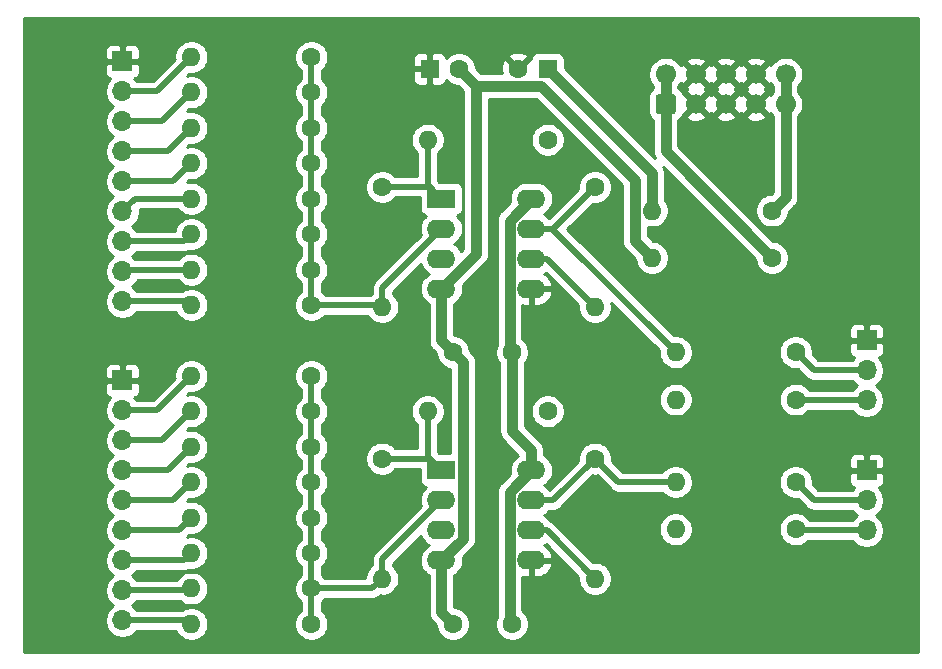
<source format=gbr>
%TF.GenerationSoftware,KiCad,Pcbnew,5.1.8-db9833491~88~ubuntu16.04.1*%
%TF.CreationDate,2021-01-19T23:32:47+01:00*%
%TF.ProjectId,dual-mixer,6475616c-2d6d-4697-9865-722e6b696361,rev?*%
%TF.SameCoordinates,Original*%
%TF.FileFunction,Copper,L2,Bot*%
%TF.FilePolarity,Positive*%
%FSLAX46Y46*%
G04 Gerber Fmt 4.6, Leading zero omitted, Abs format (unit mm)*
G04 Created by KiCad (PCBNEW 5.1.8-db9833491~88~ubuntu16.04.1) date 2021-01-19 23:32:47*
%MOMM*%
%LPD*%
G01*
G04 APERTURE LIST*
%TA.AperFunction,ComponentPad*%
%ADD10O,2.400000X1.600000*%
%TD*%
%TA.AperFunction,ComponentPad*%
%ADD11R,2.400000X1.600000*%
%TD*%
%TA.AperFunction,ComponentPad*%
%ADD12C,1.600000*%
%TD*%
%TA.AperFunction,ComponentPad*%
%ADD13R,1.600000X1.600000*%
%TD*%
%TA.AperFunction,ComponentPad*%
%ADD14O,1.600000X1.600000*%
%TD*%
%TA.AperFunction,ComponentPad*%
%ADD15O,1.700000X1.700000*%
%TD*%
%TA.AperFunction,ComponentPad*%
%ADD16R,1.700000X1.700000*%
%TD*%
%TA.AperFunction,ComponentPad*%
%ADD17C,1.700000*%
%TD*%
%TA.AperFunction,ViaPad*%
%ADD18C,4.000000*%
%TD*%
%TA.AperFunction,Conductor*%
%ADD19C,0.508000*%
%TD*%
%TA.AperFunction,Conductor*%
%ADD20C,0.889000*%
%TD*%
%TA.AperFunction,Conductor*%
%ADD21C,0.254000*%
%TD*%
%TA.AperFunction,Conductor*%
%ADD22C,0.100000*%
%TD*%
G04 APERTURE END LIST*
D10*
%TO.P,U2,8*%
%TO.N,+12V*%
X126620000Y-71000000D03*
%TO.P,U2,4*%
%TO.N,-12V*%
X119000000Y-78620000D03*
%TO.P,U2,7*%
%TO.N,Net-(R21-Pad1)*%
X126620000Y-73540000D03*
%TO.P,U2,3*%
%TO.N,GND*%
X119000000Y-76080000D03*
%TO.P,U2,6*%
%TO.N,Net-(R19-Pad1)*%
X126620000Y-76080000D03*
%TO.P,U2,2*%
%TO.N,Net-(R1-Pad1)*%
X119000000Y-73540000D03*
%TO.P,U2,5*%
%TO.N,GND*%
X126620000Y-78620000D03*
D11*
%TO.P,U2,1*%
%TO.N,INVERTED2*%
X119000000Y-71000000D03*
%TD*%
D12*
%TO.P,C4,2*%
%TO.N,-12V*%
X120000000Y-84000000D03*
%TO.P,C4,1*%
%TO.N,+12V*%
X125000000Y-84000000D03*
%TD*%
%TO.P,C3,2*%
%TO.N,-12V*%
X120000000Y-107000000D03*
%TO.P,C3,1*%
%TO.N,+12V*%
X125000000Y-107000000D03*
%TD*%
%TO.P,C2,2*%
%TO.N,-12V*%
X120500000Y-60000000D03*
D13*
%TO.P,C2,1*%
%TO.N,GND*%
X118000000Y-60000000D03*
%TD*%
D12*
%TO.P,C1,2*%
%TO.N,GND*%
X125500000Y-60000000D03*
D13*
%TO.P,C1,1*%
%TO.N,+12V*%
X128000000Y-60000000D03*
%TD*%
D14*
%TO.P,FB2,2*%
%TO.N,-12V*%
X136840000Y-76000000D03*
D12*
%TO.P,FB2,1*%
%TO.N,Net-(FB2-Pad1)*%
X147000000Y-76000000D03*
%TD*%
D14*
%TO.P,FB1,2*%
%TO.N,+12V*%
X136840000Y-72000000D03*
D12*
%TO.P,FB1,1*%
%TO.N,Net-(FB1-Pad1)*%
X147000000Y-72000000D03*
%TD*%
D15*
%TO.P,OUT_A1,3*%
%TO.N,Net-(OUT_A1-Pad3)*%
X155000000Y-99080000D03*
%TO.P,OUT_A1,2*%
%TO.N,Net-(OUT_A1-Pad2)*%
X155000000Y-96540000D03*
D16*
%TO.P,OUT_A1,1*%
%TO.N,GND*%
X155000000Y-94000000D03*
%TD*%
D15*
%TO.P,OUT_B1,3*%
%TO.N,Net-(OUT_B1-Pad3)*%
X155000000Y-88080000D03*
%TO.P,OUT_B1,2*%
%TO.N,Net-(OUT_B1-Pad2)*%
X155000000Y-85540000D03*
D16*
%TO.P,OUT_B1,1*%
%TO.N,GND*%
X155000000Y-83000000D03*
%TD*%
D15*
%TO.P,IN_A1,9*%
%TO.N,Net-(IN_A1-Pad9)*%
X92000000Y-106700000D03*
%TO.P,IN_A1,8*%
%TO.N,Net-(IN_A1-Pad8)*%
X92000000Y-104160000D03*
%TO.P,IN_A1,7*%
%TO.N,Net-(IN_A1-Pad7)*%
X92000000Y-101620000D03*
%TO.P,IN_A1,6*%
%TO.N,Net-(IN_A1-Pad6)*%
X92000000Y-99080000D03*
%TO.P,IN_A1,5*%
%TO.N,Net-(IN_A1-Pad5)*%
X92000000Y-96540000D03*
%TO.P,IN_A1,4*%
%TO.N,Net-(IN_A1-Pad4)*%
X92000000Y-94000000D03*
%TO.P,IN_A1,3*%
%TO.N,Net-(IN_A1-Pad3)*%
X92000000Y-91460000D03*
%TO.P,IN_A1,2*%
%TO.N,Net-(IN_A1-Pad2)*%
X92000000Y-88920000D03*
D16*
%TO.P,IN_A1,1*%
%TO.N,GND*%
X92000000Y-86380000D03*
%TD*%
D15*
%TO.P,IN_B1,9*%
%TO.N,Net-(IN_B1-Pad9)*%
X92000000Y-79700000D03*
%TO.P,IN_B1,8*%
%TO.N,Net-(IN_B1-Pad8)*%
X92000000Y-77160000D03*
%TO.P,IN_B1,7*%
%TO.N,Net-(IN_B1-Pad7)*%
X92000000Y-74620000D03*
%TO.P,IN_B1,6*%
%TO.N,Net-(IN_B1-Pad6)*%
X92000000Y-72080000D03*
%TO.P,IN_B1,5*%
%TO.N,Net-(IN_B1-Pad5)*%
X92000000Y-69540000D03*
%TO.P,IN_B1,4*%
%TO.N,Net-(IN_B1-Pad4)*%
X92000000Y-67000000D03*
%TO.P,IN_B1,3*%
%TO.N,Net-(IN_B1-Pad3)*%
X92000000Y-64460000D03*
%TO.P,IN_B1,2*%
%TO.N,Net-(IN_B1-Pad2)*%
X92000000Y-61920000D03*
D16*
%TO.P,IN_B1,1*%
%TO.N,GND*%
X92000000Y-59380000D03*
%TD*%
D10*
%TO.P,U1,8*%
%TO.N,+12V*%
X126620000Y-94000000D03*
%TO.P,U1,4*%
%TO.N,-12V*%
X119000000Y-101620000D03*
%TO.P,U1,7*%
%TO.N,Net-(R22-Pad1)*%
X126620000Y-96540000D03*
%TO.P,U1,3*%
%TO.N,GND*%
X119000000Y-99080000D03*
%TO.P,U1,6*%
%TO.N,Net-(R20-Pad1)*%
X126620000Y-99080000D03*
%TO.P,U1,2*%
%TO.N,Net-(R10-Pad1)*%
X119000000Y-96540000D03*
%TO.P,U1,5*%
%TO.N,GND*%
X126620000Y-101620000D03*
D11*
%TO.P,U1,1*%
%TO.N,INVERTED1*%
X119000000Y-94000000D03*
%TD*%
D14*
%TO.P,R26,2*%
%TO.N,INVERTED1*%
X138840000Y-99000000D03*
D12*
%TO.P,R26,1*%
%TO.N,Net-(OUT_A1-Pad3)*%
X149000000Y-99000000D03*
%TD*%
D14*
%TO.P,R25,2*%
%TO.N,Net-(R22-Pad1)*%
X138840000Y-95000000D03*
D12*
%TO.P,R25,1*%
%TO.N,Net-(OUT_A1-Pad2)*%
X149000000Y-95000000D03*
%TD*%
D14*
%TO.P,R24,2*%
%TO.N,INVERTED2*%
X138840000Y-88000000D03*
D12*
%TO.P,R24,1*%
%TO.N,Net-(OUT_B1-Pad3)*%
X149000000Y-88000000D03*
%TD*%
D14*
%TO.P,R23,2*%
%TO.N,Net-(R21-Pad1)*%
X138840000Y-84000000D03*
D12*
%TO.P,R23,1*%
%TO.N,Net-(OUT_B1-Pad2)*%
X149000000Y-84000000D03*
%TD*%
D14*
%TO.P,R22,2*%
%TO.N,Net-(R20-Pad1)*%
X132000000Y-103160000D03*
D12*
%TO.P,R22,1*%
%TO.N,Net-(R22-Pad1)*%
X132000000Y-93000000D03*
%TD*%
D14*
%TO.P,R21,2*%
%TO.N,Net-(R19-Pad1)*%
X132000000Y-80160000D03*
D12*
%TO.P,R21,1*%
%TO.N,Net-(R21-Pad1)*%
X132000000Y-70000000D03*
%TD*%
D14*
%TO.P,R20,2*%
%TO.N,INVERTED1*%
X117840000Y-89000000D03*
D12*
%TO.P,R20,1*%
%TO.N,Net-(R20-Pad1)*%
X128000000Y-89000000D03*
%TD*%
D14*
%TO.P,R19,2*%
%TO.N,INVERTED2*%
X117840000Y-66000000D03*
D12*
%TO.P,R19,1*%
%TO.N,Net-(R19-Pad1)*%
X128000000Y-66000000D03*
%TD*%
D14*
%TO.P,R18,2*%
%TO.N,Net-(R10-Pad1)*%
X114000000Y-103160000D03*
D12*
%TO.P,R18,1*%
%TO.N,INVERTED1*%
X114000000Y-93000000D03*
%TD*%
D14*
%TO.P,R17,2*%
%TO.N,Net-(R1-Pad1)*%
X114000000Y-80160000D03*
D12*
%TO.P,R17,1*%
%TO.N,INVERTED2*%
X114000000Y-70000000D03*
%TD*%
D14*
%TO.P,R16,2*%
%TO.N,Net-(IN_A1-Pad2)*%
X97840000Y-86000000D03*
D12*
%TO.P,R16,1*%
%TO.N,Net-(R10-Pad1)*%
X108000000Y-86000000D03*
%TD*%
D14*
%TO.P,R15,2*%
%TO.N,Net-(IN_A1-Pad3)*%
X97840000Y-89000000D03*
D12*
%TO.P,R15,1*%
%TO.N,Net-(R10-Pad1)*%
X108000000Y-89000000D03*
%TD*%
D14*
%TO.P,R14,2*%
%TO.N,Net-(IN_A1-Pad4)*%
X97840000Y-92000000D03*
D12*
%TO.P,R14,1*%
%TO.N,Net-(R10-Pad1)*%
X108000000Y-92000000D03*
%TD*%
D14*
%TO.P,R13,2*%
%TO.N,Net-(IN_A1-Pad5)*%
X97840000Y-95000000D03*
D12*
%TO.P,R13,1*%
%TO.N,Net-(R10-Pad1)*%
X108000000Y-95000000D03*
%TD*%
D14*
%TO.P,R12,2*%
%TO.N,Net-(IN_A1-Pad6)*%
X97840000Y-98000000D03*
D12*
%TO.P,R12,1*%
%TO.N,Net-(R10-Pad1)*%
X108000000Y-98000000D03*
%TD*%
D14*
%TO.P,R11,2*%
%TO.N,Net-(IN_A1-Pad7)*%
X97840000Y-101000000D03*
D12*
%TO.P,R11,1*%
%TO.N,Net-(R10-Pad1)*%
X108000000Y-101000000D03*
%TD*%
D14*
%TO.P,R10,2*%
%TO.N,Net-(IN_A1-Pad8)*%
X97840000Y-104000000D03*
D12*
%TO.P,R10,1*%
%TO.N,Net-(R10-Pad1)*%
X108000000Y-104000000D03*
%TD*%
D14*
%TO.P,R9,2*%
%TO.N,Net-(IN_A1-Pad9)*%
X97840000Y-107000000D03*
D12*
%TO.P,R9,1*%
%TO.N,Net-(R10-Pad1)*%
X108000000Y-107000000D03*
%TD*%
D14*
%TO.P,R8,2*%
%TO.N,Net-(IN_B1-Pad2)*%
X97840000Y-59000000D03*
D12*
%TO.P,R8,1*%
%TO.N,Net-(R1-Pad1)*%
X108000000Y-59000000D03*
%TD*%
D14*
%TO.P,R7,2*%
%TO.N,Net-(IN_B1-Pad3)*%
X97840000Y-62000000D03*
D12*
%TO.P,R7,1*%
%TO.N,Net-(R1-Pad1)*%
X108000000Y-62000000D03*
%TD*%
D14*
%TO.P,R6,2*%
%TO.N,Net-(IN_B1-Pad4)*%
X97840000Y-65000000D03*
D12*
%TO.P,R6,1*%
%TO.N,Net-(R1-Pad1)*%
X108000000Y-65000000D03*
%TD*%
D14*
%TO.P,R5,2*%
%TO.N,Net-(IN_B1-Pad5)*%
X97840000Y-68000000D03*
D12*
%TO.P,R5,1*%
%TO.N,Net-(R1-Pad1)*%
X108000000Y-68000000D03*
%TD*%
D14*
%TO.P,R4,2*%
%TO.N,Net-(IN_B1-Pad6)*%
X97840000Y-71000000D03*
D12*
%TO.P,R4,1*%
%TO.N,Net-(R1-Pad1)*%
X108000000Y-71000000D03*
%TD*%
D14*
%TO.P,R3,2*%
%TO.N,Net-(IN_B1-Pad7)*%
X97840000Y-74000000D03*
D12*
%TO.P,R3,1*%
%TO.N,Net-(R1-Pad1)*%
X108000000Y-74000000D03*
%TD*%
D14*
%TO.P,R2,2*%
%TO.N,Net-(IN_B1-Pad8)*%
X97840000Y-77000000D03*
D12*
%TO.P,R2,1*%
%TO.N,Net-(R1-Pad1)*%
X108000000Y-77000000D03*
%TD*%
D14*
%TO.P,R1,2*%
%TO.N,Net-(IN_B1-Pad9)*%
X97840000Y-80000000D03*
D12*
%TO.P,R1,1*%
%TO.N,Net-(R1-Pad1)*%
X108000000Y-80000000D03*
%TD*%
D17*
%TO.P,POWER1,10*%
%TO.N,Net-(FB1-Pad1)*%
X148160000Y-60460000D03*
%TO.P,POWER1,8*%
%TO.N,GND*%
X145620000Y-60460000D03*
%TO.P,POWER1,6*%
X143080000Y-60460000D03*
%TO.P,POWER1,4*%
X140540000Y-60460000D03*
%TO.P,POWER1,2*%
%TO.N,Net-(FB2-Pad1)*%
X138000000Y-60460000D03*
%TO.P,POWER1,9*%
%TO.N,Net-(FB1-Pad1)*%
X148160000Y-63000000D03*
%TO.P,POWER1,7*%
%TO.N,GND*%
X145620000Y-63000000D03*
%TO.P,POWER1,5*%
X143080000Y-63000000D03*
%TO.P,POWER1,3*%
X140540000Y-63000000D03*
%TO.P,POWER1,1*%
%TO.N,Net-(FB2-Pad1)*%
%TA.AperFunction,ComponentPad*%
G36*
G01*
X138600000Y-63850000D02*
X137400000Y-63850000D01*
G75*
G02*
X137150000Y-63600000I0J250000D01*
G01*
X137150000Y-62400000D01*
G75*
G02*
X137400000Y-62150000I250000J0D01*
G01*
X138600000Y-62150000D01*
G75*
G02*
X138850000Y-62400000I0J-250000D01*
G01*
X138850000Y-63600000D01*
G75*
G02*
X138600000Y-63850000I-250000J0D01*
G01*
G37*
%TD.AperFunction*%
%TD*%
D18*
%TO.N,GND*%
X157000000Y-58000000D03*
X157000000Y-107000000D03*
X86000000Y-107000000D03*
X86000000Y-58000000D03*
%TD*%
D19*
%TO.N,Net-(IN_B1-Pad9)*%
X97540000Y-79700000D02*
X97840000Y-80000000D01*
X92000000Y-79700000D02*
X97540000Y-79700000D01*
%TO.N,Net-(IN_B1-Pad8)*%
X92160000Y-77000000D02*
X92000000Y-77160000D01*
X97840000Y-77000000D02*
X92160000Y-77000000D01*
%TO.N,Net-(IN_B1-Pad7)*%
X97220000Y-74620000D02*
X97840000Y-74000000D01*
X92000000Y-74620000D02*
X97220000Y-74620000D01*
%TO.N,Net-(IN_B1-Pad6)*%
X93080000Y-71000000D02*
X92000000Y-72080000D01*
X97840000Y-71000000D02*
X93080000Y-71000000D01*
%TO.N,Net-(IN_B1-Pad5)*%
X96300000Y-69540000D02*
X97840000Y-68000000D01*
X92000000Y-69540000D02*
X96300000Y-69540000D01*
%TO.N,Net-(IN_B1-Pad4)*%
X95840000Y-67000000D02*
X92000000Y-67000000D01*
X97840000Y-65000000D02*
X95840000Y-67000000D01*
%TO.N,Net-(IN_B1-Pad3)*%
X95380000Y-64460000D02*
X92000000Y-64460000D01*
X97840000Y-62000000D02*
X95380000Y-64460000D01*
%TO.N,Net-(IN_B1-Pad2)*%
X94920000Y-61920000D02*
X97840000Y-59000000D01*
X92000000Y-61920000D02*
X94920000Y-61920000D01*
%TO.N,Net-(IN_A1-Pad9)*%
X97540000Y-106700000D02*
X97840000Y-107000000D01*
X92000000Y-106700000D02*
X97540000Y-106700000D01*
%TO.N,Net-(IN_A1-Pad8)*%
X97680000Y-104160000D02*
X97840000Y-104000000D01*
X92000000Y-104160000D02*
X97680000Y-104160000D01*
%TO.N,Net-(IN_A1-Pad7)*%
X97220000Y-101620000D02*
X97840000Y-101000000D01*
X92000000Y-101620000D02*
X97220000Y-101620000D01*
%TO.N,Net-(IN_A1-Pad6)*%
X96760000Y-99080000D02*
X97840000Y-98000000D01*
X92000000Y-99080000D02*
X96760000Y-99080000D01*
%TO.N,Net-(IN_A1-Pad5)*%
X96300000Y-96540000D02*
X97840000Y-95000000D01*
X92000000Y-96540000D02*
X96300000Y-96540000D01*
%TO.N,Net-(IN_A1-Pad4)*%
X95840000Y-94000000D02*
X97840000Y-92000000D01*
X92000000Y-94000000D02*
X95840000Y-94000000D01*
%TO.N,Net-(IN_A1-Pad3)*%
X95380000Y-91460000D02*
X97840000Y-89000000D01*
X92000000Y-91460000D02*
X95380000Y-91460000D01*
%TO.N,Net-(IN_A1-Pad2)*%
X94920000Y-88920000D02*
X97840000Y-86000000D01*
X92000000Y-88920000D02*
X94920000Y-88920000D01*
%TO.N,Net-(OUT_B1-Pad3)*%
X149080000Y-88080000D02*
X149000000Y-88000000D01*
X155000000Y-88080000D02*
X149080000Y-88080000D01*
%TO.N,Net-(OUT_B1-Pad2)*%
X150540000Y-85540000D02*
X149000000Y-84000000D01*
X155000000Y-85540000D02*
X150540000Y-85540000D01*
%TO.N,Net-(OUT_A1-Pad3)*%
X149080000Y-99080000D02*
X149000000Y-99000000D01*
X155000000Y-99080000D02*
X149080000Y-99080000D01*
%TO.N,Net-(OUT_A1-Pad2)*%
X150540000Y-96540000D02*
X149000000Y-95000000D01*
X155000000Y-96540000D02*
X150540000Y-96540000D01*
%TO.N,Net-(R1-Pad1)*%
X108000000Y-59000000D02*
X108000000Y-62000000D01*
X108000000Y-62000000D02*
X108000000Y-65000000D01*
X108000000Y-65000000D02*
X108000000Y-68000000D01*
X108000000Y-68000000D02*
X108000000Y-71000000D01*
X108000000Y-71000000D02*
X108000000Y-74000000D01*
X108000000Y-74000000D02*
X108000000Y-77000000D01*
X108000000Y-77000000D02*
X108000000Y-80000000D01*
X113840000Y-80000000D02*
X114000000Y-80160000D01*
X108000000Y-80000000D02*
X113840000Y-80000000D01*
X114000000Y-78540000D02*
X119000000Y-73540000D01*
X114000000Y-80160000D02*
X114000000Y-78540000D01*
%TO.N,Net-(R10-Pad1)*%
X108000000Y-86000000D02*
X108000000Y-89000000D01*
X108000000Y-89000000D02*
X108000000Y-92000000D01*
X108000000Y-92000000D02*
X108000000Y-95000000D01*
X108000000Y-95000000D02*
X108000000Y-98000000D01*
X108000000Y-98000000D02*
X108000000Y-101000000D01*
X108000000Y-101000000D02*
X108000000Y-104000000D01*
X108000000Y-104000000D02*
X108000000Y-107000000D01*
X113160000Y-104000000D02*
X114000000Y-103160000D01*
X108000000Y-104000000D02*
X113160000Y-104000000D01*
X114000000Y-101540000D02*
X114000000Y-103160000D01*
X119000000Y-96540000D02*
X114000000Y-101540000D01*
%TO.N,Net-(R19-Pad1)*%
X127920000Y-76080000D02*
X132000000Y-80160000D01*
X126620000Y-76080000D02*
X127920000Y-76080000D01*
%TO.N,Net-(R20-Pad1)*%
X127920000Y-99080000D02*
X132000000Y-103160000D01*
X126620000Y-99080000D02*
X127920000Y-99080000D01*
%TO.N,Net-(R21-Pad1)*%
X128460000Y-73540000D02*
X132000000Y-70000000D01*
X126620000Y-73540000D02*
X128460000Y-73540000D01*
X128460000Y-73620000D02*
X138840000Y-84000000D01*
X128460000Y-73540000D02*
X128460000Y-73620000D01*
%TO.N,Net-(R22-Pad1)*%
X128460000Y-96540000D02*
X132000000Y-93000000D01*
X126620000Y-96540000D02*
X128460000Y-96540000D01*
X134000000Y-95000000D02*
X132000000Y-93000000D01*
X138840000Y-95000000D02*
X134000000Y-95000000D01*
D20*
%TO.N,+12V*%
X124775490Y-83775490D02*
X125000000Y-84000000D01*
X124775490Y-72844510D02*
X124775490Y-83775490D01*
X126620000Y-71000000D02*
X124775490Y-72844510D01*
X124775490Y-106775490D02*
X125000000Y-107000000D01*
X124775490Y-95844510D02*
X124775490Y-106775490D01*
X126620000Y-94000000D02*
X124775490Y-95844510D01*
X125000000Y-90691000D02*
X125000000Y-84000000D01*
X126620000Y-92311000D02*
X125000000Y-90691000D01*
X126620000Y-94000000D02*
X126620000Y-92311000D01*
X136840000Y-68840000D02*
X128000000Y-60000000D01*
X136840000Y-72000000D02*
X136840000Y-68840000D01*
%TO.N,Net-(FB1-Pad1)*%
X148160000Y-60460000D02*
X148160000Y-63000000D01*
X148160000Y-70840000D02*
X147000000Y-72000000D01*
X148160000Y-63000000D02*
X148160000Y-70840000D01*
%TO.N,-12V*%
X121944501Y-61444501D02*
X120500000Y-60000000D01*
X127444501Y-61444501D02*
X121944501Y-61444501D01*
X121944501Y-75675499D02*
X119000000Y-78620000D01*
X121944501Y-61444501D02*
X121944501Y-75675499D01*
X119000000Y-83000000D02*
X120000000Y-84000000D01*
X119000000Y-78620000D02*
X119000000Y-83000000D01*
X120844510Y-99775490D02*
X119000000Y-101620000D01*
X120844510Y-84844510D02*
X120844510Y-99775490D01*
X120000000Y-84000000D02*
X120844510Y-84844510D01*
X119000000Y-106000000D02*
X120000000Y-107000000D01*
X119000000Y-101620000D02*
X119000000Y-106000000D01*
X135395499Y-69395499D02*
X127444501Y-61444501D01*
X135395499Y-74555499D02*
X135395499Y-69395499D01*
X136840000Y-76000000D02*
X135395499Y-74555499D01*
%TO.N,Net-(FB2-Pad1)*%
X138000000Y-60460000D02*
X138000000Y-63000000D01*
X138000000Y-67000000D02*
X147000000Y-76000000D01*
X138000000Y-63000000D02*
X138000000Y-67000000D01*
D19*
%TO.N,INVERTED2*%
X118000000Y-70000000D02*
X119000000Y-71000000D01*
X114000000Y-70000000D02*
X118000000Y-70000000D01*
X117840000Y-69840000D02*
X118000000Y-70000000D01*
X117840000Y-66000000D02*
X117840000Y-69840000D01*
%TO.N,INVERTED1*%
X118000000Y-93000000D02*
X119000000Y-94000000D01*
X114000000Y-93000000D02*
X118000000Y-93000000D01*
X117840000Y-92840000D02*
X118000000Y-93000000D01*
X117840000Y-89000000D02*
X117840000Y-92840000D01*
%TD*%
D21*
%TO.N,GND*%
X159340001Y-109340000D02*
X83660000Y-109340000D01*
X83660000Y-87230000D01*
X90511928Y-87230000D01*
X90524188Y-87354482D01*
X90560498Y-87474180D01*
X90619463Y-87584494D01*
X90698815Y-87681185D01*
X90795506Y-87760537D01*
X90905820Y-87819502D01*
X90978380Y-87841513D01*
X90846525Y-87973368D01*
X90684010Y-88216589D01*
X90572068Y-88486842D01*
X90515000Y-88773740D01*
X90515000Y-89066260D01*
X90572068Y-89353158D01*
X90684010Y-89623411D01*
X90846525Y-89866632D01*
X91053368Y-90073475D01*
X91227760Y-90190000D01*
X91053368Y-90306525D01*
X90846525Y-90513368D01*
X90684010Y-90756589D01*
X90572068Y-91026842D01*
X90515000Y-91313740D01*
X90515000Y-91606260D01*
X90572068Y-91893158D01*
X90684010Y-92163411D01*
X90846525Y-92406632D01*
X91053368Y-92613475D01*
X91227760Y-92730000D01*
X91053368Y-92846525D01*
X90846525Y-93053368D01*
X90684010Y-93296589D01*
X90572068Y-93566842D01*
X90515000Y-93853740D01*
X90515000Y-94146260D01*
X90572068Y-94433158D01*
X90684010Y-94703411D01*
X90846525Y-94946632D01*
X91053368Y-95153475D01*
X91227760Y-95270000D01*
X91053368Y-95386525D01*
X90846525Y-95593368D01*
X90684010Y-95836589D01*
X90572068Y-96106842D01*
X90515000Y-96393740D01*
X90515000Y-96686260D01*
X90572068Y-96973158D01*
X90684010Y-97243411D01*
X90846525Y-97486632D01*
X91053368Y-97693475D01*
X91227760Y-97810000D01*
X91053368Y-97926525D01*
X90846525Y-98133368D01*
X90684010Y-98376589D01*
X90572068Y-98646842D01*
X90515000Y-98933740D01*
X90515000Y-99226260D01*
X90572068Y-99513158D01*
X90684010Y-99783411D01*
X90846525Y-100026632D01*
X91053368Y-100233475D01*
X91227760Y-100350000D01*
X91053368Y-100466525D01*
X90846525Y-100673368D01*
X90684010Y-100916589D01*
X90572068Y-101186842D01*
X90515000Y-101473740D01*
X90515000Y-101766260D01*
X90572068Y-102053158D01*
X90684010Y-102323411D01*
X90846525Y-102566632D01*
X91053368Y-102773475D01*
X91227760Y-102890000D01*
X91053368Y-103006525D01*
X90846525Y-103213368D01*
X90684010Y-103456589D01*
X90572068Y-103726842D01*
X90515000Y-104013740D01*
X90515000Y-104306260D01*
X90572068Y-104593158D01*
X90684010Y-104863411D01*
X90846525Y-105106632D01*
X91053368Y-105313475D01*
X91227760Y-105430000D01*
X91053368Y-105546525D01*
X90846525Y-105753368D01*
X90684010Y-105996589D01*
X90572068Y-106266842D01*
X90515000Y-106553740D01*
X90515000Y-106846260D01*
X90572068Y-107133158D01*
X90684010Y-107403411D01*
X90846525Y-107646632D01*
X91053368Y-107853475D01*
X91296589Y-108015990D01*
X91566842Y-108127932D01*
X91853740Y-108185000D01*
X92146260Y-108185000D01*
X92433158Y-108127932D01*
X92703411Y-108015990D01*
X92946632Y-107853475D01*
X93153475Y-107646632D01*
X93191983Y-107589000D01*
X96530740Y-107589000D01*
X96568320Y-107679727D01*
X96725363Y-107914759D01*
X96925241Y-108114637D01*
X97160273Y-108271680D01*
X97421426Y-108379853D01*
X97698665Y-108435000D01*
X97981335Y-108435000D01*
X98258574Y-108379853D01*
X98519727Y-108271680D01*
X98754759Y-108114637D01*
X98954637Y-107914759D01*
X99111680Y-107679727D01*
X99219853Y-107418574D01*
X99275000Y-107141335D01*
X99275000Y-106858665D01*
X99219853Y-106581426D01*
X99111680Y-106320273D01*
X98954637Y-106085241D01*
X98754759Y-105885363D01*
X98519727Y-105728320D01*
X98258574Y-105620147D01*
X97981335Y-105565000D01*
X97698665Y-105565000D01*
X97421426Y-105620147D01*
X97160273Y-105728320D01*
X97036533Y-105811000D01*
X93191983Y-105811000D01*
X93153475Y-105753368D01*
X92946632Y-105546525D01*
X92772240Y-105430000D01*
X92946632Y-105313475D01*
X93153475Y-105106632D01*
X93191983Y-105049000D01*
X96859604Y-105049000D01*
X96925241Y-105114637D01*
X97160273Y-105271680D01*
X97421426Y-105379853D01*
X97698665Y-105435000D01*
X97981335Y-105435000D01*
X98258574Y-105379853D01*
X98519727Y-105271680D01*
X98754759Y-105114637D01*
X98954637Y-104914759D01*
X99111680Y-104679727D01*
X99219853Y-104418574D01*
X99275000Y-104141335D01*
X99275000Y-103858665D01*
X99219853Y-103581426D01*
X99111680Y-103320273D01*
X98954637Y-103085241D01*
X98754759Y-102885363D01*
X98519727Y-102728320D01*
X98258574Y-102620147D01*
X97981335Y-102565000D01*
X97698665Y-102565000D01*
X97421426Y-102620147D01*
X97160273Y-102728320D01*
X96925241Y-102885363D01*
X96725363Y-103085241D01*
X96601243Y-103271000D01*
X93191983Y-103271000D01*
X93153475Y-103213368D01*
X92946632Y-103006525D01*
X92772240Y-102890000D01*
X92946632Y-102773475D01*
X93153475Y-102566632D01*
X93191983Y-102509000D01*
X97176340Y-102509000D01*
X97220000Y-102513300D01*
X97263660Y-102509000D01*
X97263667Y-102509000D01*
X97394274Y-102496136D01*
X97561851Y-102445303D01*
X97613005Y-102417961D01*
X97698665Y-102435000D01*
X97981335Y-102435000D01*
X98258574Y-102379853D01*
X98519727Y-102271680D01*
X98754759Y-102114637D01*
X98954637Y-101914759D01*
X99111680Y-101679727D01*
X99219853Y-101418574D01*
X99275000Y-101141335D01*
X99275000Y-100858665D01*
X99219853Y-100581426D01*
X99111680Y-100320273D01*
X98954637Y-100085241D01*
X98754759Y-99885363D01*
X98519727Y-99728320D01*
X98258574Y-99620147D01*
X97981335Y-99565000D01*
X97698665Y-99565000D01*
X97490909Y-99606326D01*
X97668279Y-99428956D01*
X97698665Y-99435000D01*
X97981335Y-99435000D01*
X98258574Y-99379853D01*
X98519727Y-99271680D01*
X98754759Y-99114637D01*
X98954637Y-98914759D01*
X99111680Y-98679727D01*
X99219853Y-98418574D01*
X99275000Y-98141335D01*
X99275000Y-97858665D01*
X99219853Y-97581426D01*
X99111680Y-97320273D01*
X98954637Y-97085241D01*
X98754759Y-96885363D01*
X98519727Y-96728320D01*
X98258574Y-96620147D01*
X97981335Y-96565000D01*
X97698665Y-96565000D01*
X97490910Y-96606326D01*
X97668280Y-96428956D01*
X97698665Y-96435000D01*
X97981335Y-96435000D01*
X98258574Y-96379853D01*
X98519727Y-96271680D01*
X98754759Y-96114637D01*
X98954637Y-95914759D01*
X99111680Y-95679727D01*
X99219853Y-95418574D01*
X99275000Y-95141335D01*
X99275000Y-94858665D01*
X99219853Y-94581426D01*
X99111680Y-94320273D01*
X98954637Y-94085241D01*
X98754759Y-93885363D01*
X98519727Y-93728320D01*
X98258574Y-93620147D01*
X97981335Y-93565000D01*
X97698665Y-93565000D01*
X97490910Y-93606326D01*
X97668280Y-93428956D01*
X97698665Y-93435000D01*
X97981335Y-93435000D01*
X98258574Y-93379853D01*
X98519727Y-93271680D01*
X98754759Y-93114637D01*
X98954637Y-92914759D01*
X99111680Y-92679727D01*
X99219853Y-92418574D01*
X99275000Y-92141335D01*
X99275000Y-91858665D01*
X99219853Y-91581426D01*
X99111680Y-91320273D01*
X98954637Y-91085241D01*
X98754759Y-90885363D01*
X98519727Y-90728320D01*
X98258574Y-90620147D01*
X97981335Y-90565000D01*
X97698665Y-90565000D01*
X97490909Y-90606326D01*
X97668279Y-90428956D01*
X97698665Y-90435000D01*
X97981335Y-90435000D01*
X98258574Y-90379853D01*
X98519727Y-90271680D01*
X98754759Y-90114637D01*
X98954637Y-89914759D01*
X99111680Y-89679727D01*
X99219853Y-89418574D01*
X99275000Y-89141335D01*
X99275000Y-88858665D01*
X99219853Y-88581426D01*
X99111680Y-88320273D01*
X98954637Y-88085241D01*
X98754759Y-87885363D01*
X98519727Y-87728320D01*
X98258574Y-87620147D01*
X97981335Y-87565000D01*
X97698665Y-87565000D01*
X97490910Y-87606326D01*
X97668280Y-87428956D01*
X97698665Y-87435000D01*
X97981335Y-87435000D01*
X98258574Y-87379853D01*
X98519727Y-87271680D01*
X98754759Y-87114637D01*
X98954637Y-86914759D01*
X99111680Y-86679727D01*
X99219853Y-86418574D01*
X99275000Y-86141335D01*
X99275000Y-85858665D01*
X99219853Y-85581426D01*
X99111680Y-85320273D01*
X98954637Y-85085241D01*
X98754759Y-84885363D01*
X98519727Y-84728320D01*
X98258574Y-84620147D01*
X97981335Y-84565000D01*
X97698665Y-84565000D01*
X97421426Y-84620147D01*
X97160273Y-84728320D01*
X96925241Y-84885363D01*
X96725363Y-85085241D01*
X96568320Y-85320273D01*
X96460147Y-85581426D01*
X96405000Y-85858665D01*
X96405000Y-86141335D01*
X96411044Y-86171720D01*
X94551765Y-88031000D01*
X93191983Y-88031000D01*
X93153475Y-87973368D01*
X93021620Y-87841513D01*
X93094180Y-87819502D01*
X93204494Y-87760537D01*
X93301185Y-87681185D01*
X93380537Y-87584494D01*
X93439502Y-87474180D01*
X93475812Y-87354482D01*
X93488072Y-87230000D01*
X93485000Y-86665750D01*
X93326250Y-86507000D01*
X92127000Y-86507000D01*
X92127000Y-86527000D01*
X91873000Y-86527000D01*
X91873000Y-86507000D01*
X90673750Y-86507000D01*
X90515000Y-86665750D01*
X90511928Y-87230000D01*
X83660000Y-87230000D01*
X83660000Y-85530000D01*
X90511928Y-85530000D01*
X90515000Y-86094250D01*
X90673750Y-86253000D01*
X91873000Y-86253000D01*
X91873000Y-85053750D01*
X92127000Y-85053750D01*
X92127000Y-86253000D01*
X93326250Y-86253000D01*
X93485000Y-86094250D01*
X93488072Y-85530000D01*
X93475812Y-85405518D01*
X93439502Y-85285820D01*
X93380537Y-85175506D01*
X93301185Y-85078815D01*
X93204494Y-84999463D01*
X93094180Y-84940498D01*
X92974482Y-84904188D01*
X92850000Y-84891928D01*
X92285750Y-84895000D01*
X92127000Y-85053750D01*
X91873000Y-85053750D01*
X91714250Y-84895000D01*
X91150000Y-84891928D01*
X91025518Y-84904188D01*
X90905820Y-84940498D01*
X90795506Y-84999463D01*
X90698815Y-85078815D01*
X90619463Y-85175506D01*
X90560498Y-85285820D01*
X90524188Y-85405518D01*
X90511928Y-85530000D01*
X83660000Y-85530000D01*
X83660000Y-60230000D01*
X90511928Y-60230000D01*
X90524188Y-60354482D01*
X90560498Y-60474180D01*
X90619463Y-60584494D01*
X90698815Y-60681185D01*
X90795506Y-60760537D01*
X90905820Y-60819502D01*
X90978380Y-60841513D01*
X90846525Y-60973368D01*
X90684010Y-61216589D01*
X90572068Y-61486842D01*
X90515000Y-61773740D01*
X90515000Y-62066260D01*
X90572068Y-62353158D01*
X90684010Y-62623411D01*
X90846525Y-62866632D01*
X91053368Y-63073475D01*
X91227760Y-63190000D01*
X91053368Y-63306525D01*
X90846525Y-63513368D01*
X90684010Y-63756589D01*
X90572068Y-64026842D01*
X90515000Y-64313740D01*
X90515000Y-64606260D01*
X90572068Y-64893158D01*
X90684010Y-65163411D01*
X90846525Y-65406632D01*
X91053368Y-65613475D01*
X91227760Y-65730000D01*
X91053368Y-65846525D01*
X90846525Y-66053368D01*
X90684010Y-66296589D01*
X90572068Y-66566842D01*
X90515000Y-66853740D01*
X90515000Y-67146260D01*
X90572068Y-67433158D01*
X90684010Y-67703411D01*
X90846525Y-67946632D01*
X91053368Y-68153475D01*
X91227760Y-68270000D01*
X91053368Y-68386525D01*
X90846525Y-68593368D01*
X90684010Y-68836589D01*
X90572068Y-69106842D01*
X90515000Y-69393740D01*
X90515000Y-69686260D01*
X90572068Y-69973158D01*
X90684010Y-70243411D01*
X90846525Y-70486632D01*
X91053368Y-70693475D01*
X91227760Y-70810000D01*
X91053368Y-70926525D01*
X90846525Y-71133368D01*
X90684010Y-71376589D01*
X90572068Y-71646842D01*
X90515000Y-71933740D01*
X90515000Y-72226260D01*
X90572068Y-72513158D01*
X90684010Y-72783411D01*
X90846525Y-73026632D01*
X91053368Y-73233475D01*
X91227760Y-73350000D01*
X91053368Y-73466525D01*
X90846525Y-73673368D01*
X90684010Y-73916589D01*
X90572068Y-74186842D01*
X90515000Y-74473740D01*
X90515000Y-74766260D01*
X90572068Y-75053158D01*
X90684010Y-75323411D01*
X90846525Y-75566632D01*
X91053368Y-75773475D01*
X91227760Y-75890000D01*
X91053368Y-76006525D01*
X90846525Y-76213368D01*
X90684010Y-76456589D01*
X90572068Y-76726842D01*
X90515000Y-77013740D01*
X90515000Y-77306260D01*
X90572068Y-77593158D01*
X90684010Y-77863411D01*
X90846525Y-78106632D01*
X91053368Y-78313475D01*
X91227760Y-78430000D01*
X91053368Y-78546525D01*
X90846525Y-78753368D01*
X90684010Y-78996589D01*
X90572068Y-79266842D01*
X90515000Y-79553740D01*
X90515000Y-79846260D01*
X90572068Y-80133158D01*
X90684010Y-80403411D01*
X90846525Y-80646632D01*
X91053368Y-80853475D01*
X91296589Y-81015990D01*
X91566842Y-81127932D01*
X91853740Y-81185000D01*
X92146260Y-81185000D01*
X92433158Y-81127932D01*
X92703411Y-81015990D01*
X92946632Y-80853475D01*
X93153475Y-80646632D01*
X93191983Y-80589000D01*
X96530740Y-80589000D01*
X96568320Y-80679727D01*
X96725363Y-80914759D01*
X96925241Y-81114637D01*
X97160273Y-81271680D01*
X97421426Y-81379853D01*
X97698665Y-81435000D01*
X97981335Y-81435000D01*
X98258574Y-81379853D01*
X98519727Y-81271680D01*
X98754759Y-81114637D01*
X98954637Y-80914759D01*
X99111680Y-80679727D01*
X99219853Y-80418574D01*
X99275000Y-80141335D01*
X99275000Y-79858665D01*
X99219853Y-79581426D01*
X99111680Y-79320273D01*
X98954637Y-79085241D01*
X98754759Y-78885363D01*
X98519727Y-78728320D01*
X98258574Y-78620147D01*
X97981335Y-78565000D01*
X97698665Y-78565000D01*
X97421426Y-78620147D01*
X97160273Y-78728320D01*
X97036533Y-78811000D01*
X93191983Y-78811000D01*
X93153475Y-78753368D01*
X92946632Y-78546525D01*
X92772240Y-78430000D01*
X92946632Y-78313475D01*
X93153475Y-78106632D01*
X93298892Y-77889000D01*
X96708151Y-77889000D01*
X96725363Y-77914759D01*
X96925241Y-78114637D01*
X97160273Y-78271680D01*
X97421426Y-78379853D01*
X97698665Y-78435000D01*
X97981335Y-78435000D01*
X98258574Y-78379853D01*
X98519727Y-78271680D01*
X98754759Y-78114637D01*
X98954637Y-77914759D01*
X99111680Y-77679727D01*
X99219853Y-77418574D01*
X99275000Y-77141335D01*
X99275000Y-76858665D01*
X99219853Y-76581426D01*
X99111680Y-76320273D01*
X98954637Y-76085241D01*
X98754759Y-75885363D01*
X98519727Y-75728320D01*
X98258574Y-75620147D01*
X97981335Y-75565000D01*
X97698665Y-75565000D01*
X97421426Y-75620147D01*
X97160273Y-75728320D01*
X96925241Y-75885363D01*
X96725363Y-76085241D01*
X96708151Y-76111000D01*
X93051107Y-76111000D01*
X92946632Y-76006525D01*
X92772240Y-75890000D01*
X92946632Y-75773475D01*
X93153475Y-75566632D01*
X93191983Y-75509000D01*
X97176340Y-75509000D01*
X97220000Y-75513300D01*
X97263660Y-75509000D01*
X97263667Y-75509000D01*
X97394274Y-75496136D01*
X97561851Y-75445303D01*
X97613005Y-75417961D01*
X97698665Y-75435000D01*
X97981335Y-75435000D01*
X98258574Y-75379853D01*
X98519727Y-75271680D01*
X98754759Y-75114637D01*
X98954637Y-74914759D01*
X99111680Y-74679727D01*
X99219853Y-74418574D01*
X99275000Y-74141335D01*
X99275000Y-73858665D01*
X99219853Y-73581426D01*
X99111680Y-73320273D01*
X98954637Y-73085241D01*
X98754759Y-72885363D01*
X98519727Y-72728320D01*
X98258574Y-72620147D01*
X97981335Y-72565000D01*
X97698665Y-72565000D01*
X97421426Y-72620147D01*
X97160273Y-72728320D01*
X96925241Y-72885363D01*
X96725363Y-73085241D01*
X96568320Y-73320273D01*
X96460147Y-73581426D01*
X96430394Y-73731000D01*
X93191983Y-73731000D01*
X93153475Y-73673368D01*
X92946632Y-73466525D01*
X92772240Y-73350000D01*
X92946632Y-73233475D01*
X93153475Y-73026632D01*
X93315990Y-72783411D01*
X93427932Y-72513158D01*
X93485000Y-72226260D01*
X93485000Y-71933740D01*
X93476101Y-71889000D01*
X96708151Y-71889000D01*
X96725363Y-71914759D01*
X96925241Y-72114637D01*
X97160273Y-72271680D01*
X97421426Y-72379853D01*
X97698665Y-72435000D01*
X97981335Y-72435000D01*
X98258574Y-72379853D01*
X98519727Y-72271680D01*
X98754759Y-72114637D01*
X98954637Y-71914759D01*
X99111680Y-71679727D01*
X99219853Y-71418574D01*
X99275000Y-71141335D01*
X99275000Y-70858665D01*
X99219853Y-70581426D01*
X99111680Y-70320273D01*
X98954637Y-70085241D01*
X98754759Y-69885363D01*
X98519727Y-69728320D01*
X98258574Y-69620147D01*
X97981335Y-69565000D01*
X97698665Y-69565000D01*
X97490910Y-69606326D01*
X97668280Y-69428956D01*
X97698665Y-69435000D01*
X97981335Y-69435000D01*
X98258574Y-69379853D01*
X98519727Y-69271680D01*
X98754759Y-69114637D01*
X98954637Y-68914759D01*
X99111680Y-68679727D01*
X99219853Y-68418574D01*
X99275000Y-68141335D01*
X99275000Y-67858665D01*
X99219853Y-67581426D01*
X99111680Y-67320273D01*
X98954637Y-67085241D01*
X98754759Y-66885363D01*
X98519727Y-66728320D01*
X98258574Y-66620147D01*
X97981335Y-66565000D01*
X97698665Y-66565000D01*
X97490910Y-66606326D01*
X97668280Y-66428956D01*
X97698665Y-66435000D01*
X97981335Y-66435000D01*
X98258574Y-66379853D01*
X98519727Y-66271680D01*
X98754759Y-66114637D01*
X98954637Y-65914759D01*
X99111680Y-65679727D01*
X99219853Y-65418574D01*
X99275000Y-65141335D01*
X99275000Y-64858665D01*
X99219853Y-64581426D01*
X99111680Y-64320273D01*
X98954637Y-64085241D01*
X98754759Y-63885363D01*
X98519727Y-63728320D01*
X98258574Y-63620147D01*
X97981335Y-63565000D01*
X97698665Y-63565000D01*
X97490909Y-63606326D01*
X97668279Y-63428956D01*
X97698665Y-63435000D01*
X97981335Y-63435000D01*
X98258574Y-63379853D01*
X98519727Y-63271680D01*
X98754759Y-63114637D01*
X98954637Y-62914759D01*
X99111680Y-62679727D01*
X99219853Y-62418574D01*
X99275000Y-62141335D01*
X99275000Y-61858665D01*
X99219853Y-61581426D01*
X99111680Y-61320273D01*
X98954637Y-61085241D01*
X98754759Y-60885363D01*
X98519727Y-60728320D01*
X98258574Y-60620147D01*
X97981335Y-60565000D01*
X97698665Y-60565000D01*
X97490910Y-60606326D01*
X97668280Y-60428956D01*
X97698665Y-60435000D01*
X97981335Y-60435000D01*
X98258574Y-60379853D01*
X98519727Y-60271680D01*
X98754759Y-60114637D01*
X98954637Y-59914759D01*
X99111680Y-59679727D01*
X99219853Y-59418574D01*
X99275000Y-59141335D01*
X99275000Y-58858665D01*
X106565000Y-58858665D01*
X106565000Y-59141335D01*
X106620147Y-59418574D01*
X106728320Y-59679727D01*
X106885363Y-59914759D01*
X107085241Y-60114637D01*
X107111000Y-60131849D01*
X107111001Y-60868151D01*
X107085241Y-60885363D01*
X106885363Y-61085241D01*
X106728320Y-61320273D01*
X106620147Y-61581426D01*
X106565000Y-61858665D01*
X106565000Y-62141335D01*
X106620147Y-62418574D01*
X106728320Y-62679727D01*
X106885363Y-62914759D01*
X107085241Y-63114637D01*
X107111000Y-63131849D01*
X107111001Y-63868151D01*
X107085241Y-63885363D01*
X106885363Y-64085241D01*
X106728320Y-64320273D01*
X106620147Y-64581426D01*
X106565000Y-64858665D01*
X106565000Y-65141335D01*
X106620147Y-65418574D01*
X106728320Y-65679727D01*
X106885363Y-65914759D01*
X107085241Y-66114637D01*
X107111000Y-66131849D01*
X107111001Y-66868151D01*
X107085241Y-66885363D01*
X106885363Y-67085241D01*
X106728320Y-67320273D01*
X106620147Y-67581426D01*
X106565000Y-67858665D01*
X106565000Y-68141335D01*
X106620147Y-68418574D01*
X106728320Y-68679727D01*
X106885363Y-68914759D01*
X107085241Y-69114637D01*
X107111000Y-69131849D01*
X107111001Y-69868151D01*
X107085241Y-69885363D01*
X106885363Y-70085241D01*
X106728320Y-70320273D01*
X106620147Y-70581426D01*
X106565000Y-70858665D01*
X106565000Y-71141335D01*
X106620147Y-71418574D01*
X106728320Y-71679727D01*
X106885363Y-71914759D01*
X107085241Y-72114637D01*
X107111000Y-72131849D01*
X107111001Y-72868151D01*
X107085241Y-72885363D01*
X106885363Y-73085241D01*
X106728320Y-73320273D01*
X106620147Y-73581426D01*
X106565000Y-73858665D01*
X106565000Y-74141335D01*
X106620147Y-74418574D01*
X106728320Y-74679727D01*
X106885363Y-74914759D01*
X107085241Y-75114637D01*
X107111000Y-75131849D01*
X107111001Y-75868151D01*
X107085241Y-75885363D01*
X106885363Y-76085241D01*
X106728320Y-76320273D01*
X106620147Y-76581426D01*
X106565000Y-76858665D01*
X106565000Y-77141335D01*
X106620147Y-77418574D01*
X106728320Y-77679727D01*
X106885363Y-77914759D01*
X107085241Y-78114637D01*
X107111000Y-78131849D01*
X107111001Y-78868151D01*
X107085241Y-78885363D01*
X106885363Y-79085241D01*
X106728320Y-79320273D01*
X106620147Y-79581426D01*
X106565000Y-79858665D01*
X106565000Y-80141335D01*
X106620147Y-80418574D01*
X106728320Y-80679727D01*
X106885363Y-80914759D01*
X107085241Y-81114637D01*
X107320273Y-81271680D01*
X107581426Y-81379853D01*
X107858665Y-81435000D01*
X108141335Y-81435000D01*
X108418574Y-81379853D01*
X108679727Y-81271680D01*
X108914759Y-81114637D01*
X109114637Y-80914759D01*
X109131849Y-80889000D01*
X112761243Y-80889000D01*
X112885363Y-81074759D01*
X113085241Y-81274637D01*
X113320273Y-81431680D01*
X113581426Y-81539853D01*
X113858665Y-81595000D01*
X114141335Y-81595000D01*
X114418574Y-81539853D01*
X114679727Y-81431680D01*
X114914759Y-81274637D01*
X115114637Y-81074759D01*
X115271680Y-80839727D01*
X115379853Y-80578574D01*
X115435000Y-80301335D01*
X115435000Y-80018665D01*
X115379853Y-79741426D01*
X115271680Y-79480273D01*
X115114637Y-79245241D01*
X114914759Y-79045363D01*
X114889000Y-79028151D01*
X114889000Y-78908235D01*
X117243489Y-76553747D01*
X117336285Y-76771646D01*
X117495500Y-77004895D01*
X117697161Y-77202601D01*
X117926741Y-77352735D01*
X117798899Y-77421068D01*
X117580392Y-77600392D01*
X117401068Y-77818899D01*
X117267818Y-78068192D01*
X117185764Y-78338691D01*
X117158057Y-78620000D01*
X117185764Y-78901309D01*
X117267818Y-79171808D01*
X117401068Y-79421101D01*
X117580392Y-79639608D01*
X117798899Y-79818932D01*
X117920500Y-79883929D01*
X117920501Y-82946961D01*
X117915277Y-83000000D01*
X117936120Y-83211618D01*
X117997847Y-83415104D01*
X117997848Y-83415106D01*
X118098087Y-83602640D01*
X118232986Y-83767015D01*
X118274179Y-83800821D01*
X118565000Y-84091643D01*
X118565000Y-84141335D01*
X118620147Y-84418574D01*
X118728320Y-84679727D01*
X118885363Y-84914759D01*
X119085241Y-85114637D01*
X119320273Y-85271680D01*
X119581426Y-85379853D01*
X119765010Y-85416371D01*
X119765011Y-92561928D01*
X118819163Y-92561928D01*
X118729000Y-92471765D01*
X118729000Y-90131849D01*
X118754759Y-90114637D01*
X118954637Y-89914759D01*
X119111680Y-89679727D01*
X119219853Y-89418574D01*
X119275000Y-89141335D01*
X119275000Y-88858665D01*
X119219853Y-88581426D01*
X119111680Y-88320273D01*
X118954637Y-88085241D01*
X118754759Y-87885363D01*
X118519727Y-87728320D01*
X118258574Y-87620147D01*
X117981335Y-87565000D01*
X117698665Y-87565000D01*
X117421426Y-87620147D01*
X117160273Y-87728320D01*
X116925241Y-87885363D01*
X116725363Y-88085241D01*
X116568320Y-88320273D01*
X116460147Y-88581426D01*
X116405000Y-88858665D01*
X116405000Y-89141335D01*
X116460147Y-89418574D01*
X116568320Y-89679727D01*
X116725363Y-89914759D01*
X116925241Y-90114637D01*
X116951000Y-90131849D01*
X116951001Y-92111000D01*
X115131849Y-92111000D01*
X115114637Y-92085241D01*
X114914759Y-91885363D01*
X114679727Y-91728320D01*
X114418574Y-91620147D01*
X114141335Y-91565000D01*
X113858665Y-91565000D01*
X113581426Y-91620147D01*
X113320273Y-91728320D01*
X113085241Y-91885363D01*
X112885363Y-92085241D01*
X112728320Y-92320273D01*
X112620147Y-92581426D01*
X112565000Y-92858665D01*
X112565000Y-93141335D01*
X112620147Y-93418574D01*
X112728320Y-93679727D01*
X112885363Y-93914759D01*
X113085241Y-94114637D01*
X113320273Y-94271680D01*
X113581426Y-94379853D01*
X113858665Y-94435000D01*
X114141335Y-94435000D01*
X114418574Y-94379853D01*
X114679727Y-94271680D01*
X114914759Y-94114637D01*
X115114637Y-93914759D01*
X115131849Y-93889000D01*
X117161928Y-93889000D01*
X117161928Y-94800000D01*
X117174188Y-94924482D01*
X117210498Y-95044180D01*
X117269463Y-95154494D01*
X117348815Y-95251185D01*
X117445506Y-95330537D01*
X117555820Y-95389502D01*
X117675518Y-95425812D01*
X117693482Y-95427581D01*
X117580392Y-95520392D01*
X117401068Y-95738899D01*
X117267818Y-95988192D01*
X117185764Y-96258691D01*
X117158057Y-96540000D01*
X117185764Y-96821309D01*
X117249929Y-97032835D01*
X113402264Y-100880501D01*
X113368341Y-100908341D01*
X113257247Y-101043710D01*
X113174697Y-101198150D01*
X113150430Y-101278148D01*
X113131107Y-101341851D01*
X113123864Y-101365727D01*
X113111000Y-101496334D01*
X113111000Y-101496340D01*
X113106700Y-101540000D01*
X113111000Y-101583660D01*
X113111000Y-102028151D01*
X113085241Y-102045363D01*
X112885363Y-102245241D01*
X112728320Y-102480273D01*
X112620147Y-102741426D01*
X112565000Y-103018665D01*
X112565000Y-103111000D01*
X109131849Y-103111000D01*
X109114637Y-103085241D01*
X108914759Y-102885363D01*
X108889000Y-102868151D01*
X108889000Y-102131849D01*
X108914759Y-102114637D01*
X109114637Y-101914759D01*
X109271680Y-101679727D01*
X109379853Y-101418574D01*
X109435000Y-101141335D01*
X109435000Y-100858665D01*
X109379853Y-100581426D01*
X109271680Y-100320273D01*
X109114637Y-100085241D01*
X108914759Y-99885363D01*
X108889000Y-99868151D01*
X108889000Y-99131849D01*
X108914759Y-99114637D01*
X109114637Y-98914759D01*
X109271680Y-98679727D01*
X109379853Y-98418574D01*
X109435000Y-98141335D01*
X109435000Y-97858665D01*
X109379853Y-97581426D01*
X109271680Y-97320273D01*
X109114637Y-97085241D01*
X108914759Y-96885363D01*
X108889000Y-96868151D01*
X108889000Y-96131849D01*
X108914759Y-96114637D01*
X109114637Y-95914759D01*
X109271680Y-95679727D01*
X109379853Y-95418574D01*
X109435000Y-95141335D01*
X109435000Y-94858665D01*
X109379853Y-94581426D01*
X109271680Y-94320273D01*
X109114637Y-94085241D01*
X108914759Y-93885363D01*
X108889000Y-93868151D01*
X108889000Y-93131849D01*
X108914759Y-93114637D01*
X109114637Y-92914759D01*
X109271680Y-92679727D01*
X109379853Y-92418574D01*
X109435000Y-92141335D01*
X109435000Y-91858665D01*
X109379853Y-91581426D01*
X109271680Y-91320273D01*
X109114637Y-91085241D01*
X108914759Y-90885363D01*
X108889000Y-90868151D01*
X108889000Y-90131849D01*
X108914759Y-90114637D01*
X109114637Y-89914759D01*
X109271680Y-89679727D01*
X109379853Y-89418574D01*
X109435000Y-89141335D01*
X109435000Y-88858665D01*
X109379853Y-88581426D01*
X109271680Y-88320273D01*
X109114637Y-88085241D01*
X108914759Y-87885363D01*
X108889000Y-87868151D01*
X108889000Y-87131849D01*
X108914759Y-87114637D01*
X109114637Y-86914759D01*
X109271680Y-86679727D01*
X109379853Y-86418574D01*
X109435000Y-86141335D01*
X109435000Y-85858665D01*
X109379853Y-85581426D01*
X109271680Y-85320273D01*
X109114637Y-85085241D01*
X108914759Y-84885363D01*
X108679727Y-84728320D01*
X108418574Y-84620147D01*
X108141335Y-84565000D01*
X107858665Y-84565000D01*
X107581426Y-84620147D01*
X107320273Y-84728320D01*
X107085241Y-84885363D01*
X106885363Y-85085241D01*
X106728320Y-85320273D01*
X106620147Y-85581426D01*
X106565000Y-85858665D01*
X106565000Y-86141335D01*
X106620147Y-86418574D01*
X106728320Y-86679727D01*
X106885363Y-86914759D01*
X107085241Y-87114637D01*
X107111000Y-87131849D01*
X107111001Y-87868151D01*
X107085241Y-87885363D01*
X106885363Y-88085241D01*
X106728320Y-88320273D01*
X106620147Y-88581426D01*
X106565000Y-88858665D01*
X106565000Y-89141335D01*
X106620147Y-89418574D01*
X106728320Y-89679727D01*
X106885363Y-89914759D01*
X107085241Y-90114637D01*
X107111000Y-90131849D01*
X107111001Y-90868151D01*
X107085241Y-90885363D01*
X106885363Y-91085241D01*
X106728320Y-91320273D01*
X106620147Y-91581426D01*
X106565000Y-91858665D01*
X106565000Y-92141335D01*
X106620147Y-92418574D01*
X106728320Y-92679727D01*
X106885363Y-92914759D01*
X107085241Y-93114637D01*
X107111000Y-93131849D01*
X107111001Y-93868151D01*
X107085241Y-93885363D01*
X106885363Y-94085241D01*
X106728320Y-94320273D01*
X106620147Y-94581426D01*
X106565000Y-94858665D01*
X106565000Y-95141335D01*
X106620147Y-95418574D01*
X106728320Y-95679727D01*
X106885363Y-95914759D01*
X107085241Y-96114637D01*
X107111000Y-96131849D01*
X107111001Y-96868151D01*
X107085241Y-96885363D01*
X106885363Y-97085241D01*
X106728320Y-97320273D01*
X106620147Y-97581426D01*
X106565000Y-97858665D01*
X106565000Y-98141335D01*
X106620147Y-98418574D01*
X106728320Y-98679727D01*
X106885363Y-98914759D01*
X107085241Y-99114637D01*
X107111000Y-99131849D01*
X107111001Y-99868151D01*
X107085241Y-99885363D01*
X106885363Y-100085241D01*
X106728320Y-100320273D01*
X106620147Y-100581426D01*
X106565000Y-100858665D01*
X106565000Y-101141335D01*
X106620147Y-101418574D01*
X106728320Y-101679727D01*
X106885363Y-101914759D01*
X107085241Y-102114637D01*
X107111000Y-102131849D01*
X107111001Y-102868151D01*
X107085241Y-102885363D01*
X106885363Y-103085241D01*
X106728320Y-103320273D01*
X106620147Y-103581426D01*
X106565000Y-103858665D01*
X106565000Y-104141335D01*
X106620147Y-104418574D01*
X106728320Y-104679727D01*
X106885363Y-104914759D01*
X107085241Y-105114637D01*
X107111000Y-105131849D01*
X107111001Y-105868151D01*
X107085241Y-105885363D01*
X106885363Y-106085241D01*
X106728320Y-106320273D01*
X106620147Y-106581426D01*
X106565000Y-106858665D01*
X106565000Y-107141335D01*
X106620147Y-107418574D01*
X106728320Y-107679727D01*
X106885363Y-107914759D01*
X107085241Y-108114637D01*
X107320273Y-108271680D01*
X107581426Y-108379853D01*
X107858665Y-108435000D01*
X108141335Y-108435000D01*
X108418574Y-108379853D01*
X108679727Y-108271680D01*
X108914759Y-108114637D01*
X109114637Y-107914759D01*
X109271680Y-107679727D01*
X109379853Y-107418574D01*
X109435000Y-107141335D01*
X109435000Y-106858665D01*
X109379853Y-106581426D01*
X109271680Y-106320273D01*
X109114637Y-106085241D01*
X108914759Y-105885363D01*
X108889000Y-105868151D01*
X108889000Y-105131849D01*
X108914759Y-105114637D01*
X109114637Y-104914759D01*
X109131849Y-104889000D01*
X113116340Y-104889000D01*
X113160000Y-104893300D01*
X113203660Y-104889000D01*
X113203667Y-104889000D01*
X113334274Y-104876136D01*
X113501851Y-104825303D01*
X113656291Y-104742753D01*
X113791659Y-104631659D01*
X113819499Y-104597736D01*
X113828279Y-104588956D01*
X113858665Y-104595000D01*
X114141335Y-104595000D01*
X114418574Y-104539853D01*
X114679727Y-104431680D01*
X114914759Y-104274637D01*
X115114637Y-104074759D01*
X115271680Y-103839727D01*
X115379853Y-103578574D01*
X115435000Y-103301335D01*
X115435000Y-103018665D01*
X115379853Y-102741426D01*
X115271680Y-102480273D01*
X115114637Y-102245241D01*
X114914759Y-102045363D01*
X114889000Y-102028151D01*
X114889000Y-101908235D01*
X117243489Y-99553747D01*
X117336285Y-99771646D01*
X117495500Y-100004895D01*
X117697161Y-100202601D01*
X117926741Y-100352735D01*
X117798899Y-100421068D01*
X117580392Y-100600392D01*
X117401068Y-100818899D01*
X117267818Y-101068192D01*
X117185764Y-101338691D01*
X117158057Y-101620000D01*
X117185764Y-101901309D01*
X117267818Y-102171808D01*
X117401068Y-102421101D01*
X117580392Y-102639608D01*
X117798899Y-102818932D01*
X117920500Y-102883929D01*
X117920501Y-105946961D01*
X117915277Y-106000000D01*
X117936120Y-106211618D01*
X117992465Y-106397361D01*
X117997848Y-106415106D01*
X118098087Y-106602640D01*
X118232986Y-106767015D01*
X118274179Y-106800821D01*
X118565000Y-107091643D01*
X118565000Y-107141335D01*
X118620147Y-107418574D01*
X118728320Y-107679727D01*
X118885363Y-107914759D01*
X119085241Y-108114637D01*
X119320273Y-108271680D01*
X119581426Y-108379853D01*
X119858665Y-108435000D01*
X120141335Y-108435000D01*
X120418574Y-108379853D01*
X120679727Y-108271680D01*
X120914759Y-108114637D01*
X121114637Y-107914759D01*
X121271680Y-107679727D01*
X121379853Y-107418574D01*
X121435000Y-107141335D01*
X121435000Y-106858665D01*
X121379853Y-106581426D01*
X121271680Y-106320273D01*
X121114637Y-106085241D01*
X120914759Y-105885363D01*
X120679727Y-105728320D01*
X120418574Y-105620147D01*
X120141335Y-105565000D01*
X120091643Y-105565000D01*
X120079500Y-105552857D01*
X120079500Y-102883929D01*
X120201101Y-102818932D01*
X120419608Y-102639608D01*
X120598932Y-102421101D01*
X120732182Y-102171808D01*
X120814236Y-101901309D01*
X120841943Y-101620000D01*
X120814236Y-101338691D01*
X120812773Y-101333869D01*
X121570331Y-100576312D01*
X121611525Y-100542505D01*
X121746424Y-100378130D01*
X121846663Y-100190596D01*
X121908390Y-99987109D01*
X121924010Y-99828519D01*
X121924010Y-99828512D01*
X121929232Y-99775491D01*
X121924010Y-99722469D01*
X121924010Y-84897528D01*
X121929232Y-84844509D01*
X121924010Y-84791490D01*
X121924010Y-84791481D01*
X121908390Y-84632891D01*
X121846663Y-84429404D01*
X121746424Y-84241870D01*
X121611525Y-84077495D01*
X121570330Y-84043687D01*
X121435000Y-83908357D01*
X121435000Y-83858665D01*
X123565000Y-83858665D01*
X123565000Y-84141335D01*
X123620147Y-84418574D01*
X123728320Y-84679727D01*
X123885363Y-84914759D01*
X123920501Y-84949897D01*
X123920500Y-90637971D01*
X123915277Y-90691000D01*
X123936120Y-90902618D01*
X123997847Y-91106105D01*
X124098086Y-91293640D01*
X124232985Y-91458015D01*
X124274184Y-91491827D01*
X125526116Y-92743759D01*
X125418899Y-92801068D01*
X125200392Y-92980392D01*
X125021068Y-93198899D01*
X124887818Y-93448192D01*
X124805764Y-93718691D01*
X124778057Y-94000000D01*
X124805764Y-94281309D01*
X124807227Y-94286131D01*
X124049674Y-95043683D01*
X124008475Y-95077495D01*
X123873576Y-95241870D01*
X123773337Y-95429405D01*
X123722273Y-95597740D01*
X123711610Y-95632892D01*
X123690767Y-95844510D01*
X123695990Y-95897539D01*
X123695991Y-106398322D01*
X123620147Y-106581426D01*
X123565000Y-106858665D01*
X123565000Y-107141335D01*
X123620147Y-107418574D01*
X123728320Y-107679727D01*
X123885363Y-107914759D01*
X124085241Y-108114637D01*
X124320273Y-108271680D01*
X124581426Y-108379853D01*
X124858665Y-108435000D01*
X125141335Y-108435000D01*
X125418574Y-108379853D01*
X125679727Y-108271680D01*
X125914759Y-108114637D01*
X126114637Y-107914759D01*
X126271680Y-107679727D01*
X126379853Y-107418574D01*
X126435000Y-107141335D01*
X126435000Y-106858665D01*
X126379853Y-106581426D01*
X126271680Y-106320273D01*
X126114637Y-106085241D01*
X125914759Y-105885363D01*
X125854990Y-105845427D01*
X125854990Y-103010102D01*
X126093000Y-103055000D01*
X126493000Y-103055000D01*
X126493000Y-101747000D01*
X126747000Y-101747000D01*
X126747000Y-103055000D01*
X127147000Y-103055000D01*
X127424514Y-103002650D01*
X127686483Y-102897166D01*
X127922839Y-102742601D01*
X128124500Y-102544895D01*
X128283715Y-102311646D01*
X128394367Y-102051818D01*
X128411904Y-101969039D01*
X128289915Y-101747000D01*
X126747000Y-101747000D01*
X126493000Y-101747000D01*
X126473000Y-101747000D01*
X126473000Y-101493000D01*
X126493000Y-101493000D01*
X126493000Y-101473000D01*
X126747000Y-101473000D01*
X126747000Y-101493000D01*
X128289915Y-101493000D01*
X128411904Y-101270961D01*
X128394367Y-101188182D01*
X128283715Y-100928354D01*
X128124500Y-100695105D01*
X127922839Y-100497399D01*
X127693259Y-100347265D01*
X127821101Y-100278932D01*
X127843398Y-100260633D01*
X130571044Y-102988279D01*
X130565000Y-103018665D01*
X130565000Y-103301335D01*
X130620147Y-103578574D01*
X130728320Y-103839727D01*
X130885363Y-104074759D01*
X131085241Y-104274637D01*
X131320273Y-104431680D01*
X131581426Y-104539853D01*
X131858665Y-104595000D01*
X132141335Y-104595000D01*
X132418574Y-104539853D01*
X132679727Y-104431680D01*
X132914759Y-104274637D01*
X133114637Y-104074759D01*
X133271680Y-103839727D01*
X133379853Y-103578574D01*
X133435000Y-103301335D01*
X133435000Y-103018665D01*
X133379853Y-102741426D01*
X133271680Y-102480273D01*
X133114637Y-102245241D01*
X132914759Y-102045363D01*
X132679727Y-101888320D01*
X132418574Y-101780147D01*
X132141335Y-101725000D01*
X131858665Y-101725000D01*
X131828279Y-101731044D01*
X128955900Y-98858665D01*
X137405000Y-98858665D01*
X137405000Y-99141335D01*
X137460147Y-99418574D01*
X137568320Y-99679727D01*
X137725363Y-99914759D01*
X137925241Y-100114637D01*
X138160273Y-100271680D01*
X138421426Y-100379853D01*
X138698665Y-100435000D01*
X138981335Y-100435000D01*
X139258574Y-100379853D01*
X139519727Y-100271680D01*
X139754759Y-100114637D01*
X139954637Y-99914759D01*
X140111680Y-99679727D01*
X140219853Y-99418574D01*
X140275000Y-99141335D01*
X140275000Y-98858665D01*
X140219853Y-98581426D01*
X140111680Y-98320273D01*
X139954637Y-98085241D01*
X139754759Y-97885363D01*
X139519727Y-97728320D01*
X139258574Y-97620147D01*
X138981335Y-97565000D01*
X138698665Y-97565000D01*
X138421426Y-97620147D01*
X138160273Y-97728320D01*
X137925241Y-97885363D01*
X137725363Y-98085241D01*
X137568320Y-98320273D01*
X137460147Y-98581426D01*
X137405000Y-98858665D01*
X128955900Y-98858665D01*
X128579499Y-98482264D01*
X128551659Y-98448341D01*
X128416291Y-98337247D01*
X128261851Y-98254697D01*
X128178260Y-98229341D01*
X128039608Y-98060392D01*
X127821101Y-97881068D01*
X127688142Y-97810000D01*
X127821101Y-97738932D01*
X128039608Y-97559608D01*
X128146795Y-97429000D01*
X128416340Y-97429000D01*
X128460000Y-97433300D01*
X128503660Y-97429000D01*
X128503667Y-97429000D01*
X128634274Y-97416136D01*
X128801851Y-97365303D01*
X128956291Y-97282753D01*
X129091659Y-97171659D01*
X129119499Y-97137736D01*
X131828280Y-94428956D01*
X131858665Y-94435000D01*
X132141335Y-94435000D01*
X132171720Y-94428956D01*
X133340504Y-95597740D01*
X133368341Y-95631659D01*
X133503709Y-95742753D01*
X133658149Y-95825303D01*
X133695355Y-95836589D01*
X133825724Y-95876136D01*
X133858924Y-95879406D01*
X133956333Y-95889000D01*
X133956339Y-95889000D01*
X133999999Y-95893300D01*
X134043659Y-95889000D01*
X137708151Y-95889000D01*
X137725363Y-95914759D01*
X137925241Y-96114637D01*
X138160273Y-96271680D01*
X138421426Y-96379853D01*
X138698665Y-96435000D01*
X138981335Y-96435000D01*
X139258574Y-96379853D01*
X139519727Y-96271680D01*
X139754759Y-96114637D01*
X139954637Y-95914759D01*
X140111680Y-95679727D01*
X140219853Y-95418574D01*
X140275000Y-95141335D01*
X140275000Y-94858665D01*
X147565000Y-94858665D01*
X147565000Y-95141335D01*
X147620147Y-95418574D01*
X147728320Y-95679727D01*
X147885363Y-95914759D01*
X148085241Y-96114637D01*
X148320273Y-96271680D01*
X148581426Y-96379853D01*
X148858665Y-96435000D01*
X149141335Y-96435000D01*
X149171720Y-96428956D01*
X149880505Y-97137741D01*
X149908341Y-97171659D01*
X150043709Y-97282753D01*
X150198149Y-97365303D01*
X150292758Y-97394002D01*
X150365725Y-97416136D01*
X150382325Y-97417771D01*
X150496333Y-97429000D01*
X150496340Y-97429000D01*
X150540000Y-97433300D01*
X150583660Y-97429000D01*
X153808017Y-97429000D01*
X153846525Y-97486632D01*
X154053368Y-97693475D01*
X154227760Y-97810000D01*
X154053368Y-97926525D01*
X153846525Y-98133368D01*
X153808017Y-98191000D01*
X150185303Y-98191000D01*
X150114637Y-98085241D01*
X149914759Y-97885363D01*
X149679727Y-97728320D01*
X149418574Y-97620147D01*
X149141335Y-97565000D01*
X148858665Y-97565000D01*
X148581426Y-97620147D01*
X148320273Y-97728320D01*
X148085241Y-97885363D01*
X147885363Y-98085241D01*
X147728320Y-98320273D01*
X147620147Y-98581426D01*
X147565000Y-98858665D01*
X147565000Y-99141335D01*
X147620147Y-99418574D01*
X147728320Y-99679727D01*
X147885363Y-99914759D01*
X148085241Y-100114637D01*
X148320273Y-100271680D01*
X148581426Y-100379853D01*
X148858665Y-100435000D01*
X149141335Y-100435000D01*
X149418574Y-100379853D01*
X149679727Y-100271680D01*
X149914759Y-100114637D01*
X150060396Y-99969000D01*
X153808017Y-99969000D01*
X153846525Y-100026632D01*
X154053368Y-100233475D01*
X154296589Y-100395990D01*
X154566842Y-100507932D01*
X154853740Y-100565000D01*
X155146260Y-100565000D01*
X155433158Y-100507932D01*
X155703411Y-100395990D01*
X155946632Y-100233475D01*
X156153475Y-100026632D01*
X156315990Y-99783411D01*
X156427932Y-99513158D01*
X156485000Y-99226260D01*
X156485000Y-98933740D01*
X156427932Y-98646842D01*
X156315990Y-98376589D01*
X156153475Y-98133368D01*
X155946632Y-97926525D01*
X155772240Y-97810000D01*
X155946632Y-97693475D01*
X156153475Y-97486632D01*
X156315990Y-97243411D01*
X156427932Y-96973158D01*
X156485000Y-96686260D01*
X156485000Y-96393740D01*
X156427932Y-96106842D01*
X156315990Y-95836589D01*
X156153475Y-95593368D01*
X156021620Y-95461513D01*
X156094180Y-95439502D01*
X156204494Y-95380537D01*
X156301185Y-95301185D01*
X156380537Y-95204494D01*
X156439502Y-95094180D01*
X156475812Y-94974482D01*
X156488072Y-94850000D01*
X156485000Y-94285750D01*
X156326250Y-94127000D01*
X155127000Y-94127000D01*
X155127000Y-94147000D01*
X154873000Y-94147000D01*
X154873000Y-94127000D01*
X153673750Y-94127000D01*
X153515000Y-94285750D01*
X153511928Y-94850000D01*
X153524188Y-94974482D01*
X153560498Y-95094180D01*
X153619463Y-95204494D01*
X153698815Y-95301185D01*
X153795506Y-95380537D01*
X153905820Y-95439502D01*
X153978380Y-95461513D01*
X153846525Y-95593368D01*
X153808017Y-95651000D01*
X150908236Y-95651000D01*
X150428956Y-95171720D01*
X150435000Y-95141335D01*
X150435000Y-94858665D01*
X150379853Y-94581426D01*
X150271680Y-94320273D01*
X150114637Y-94085241D01*
X149914759Y-93885363D01*
X149679727Y-93728320D01*
X149418574Y-93620147D01*
X149141335Y-93565000D01*
X148858665Y-93565000D01*
X148581426Y-93620147D01*
X148320273Y-93728320D01*
X148085241Y-93885363D01*
X147885363Y-94085241D01*
X147728320Y-94320273D01*
X147620147Y-94581426D01*
X147565000Y-94858665D01*
X140275000Y-94858665D01*
X140219853Y-94581426D01*
X140111680Y-94320273D01*
X139954637Y-94085241D01*
X139754759Y-93885363D01*
X139519727Y-93728320D01*
X139258574Y-93620147D01*
X138981335Y-93565000D01*
X138698665Y-93565000D01*
X138421426Y-93620147D01*
X138160273Y-93728320D01*
X137925241Y-93885363D01*
X137725363Y-94085241D01*
X137708151Y-94111000D01*
X134368236Y-94111000D01*
X133428956Y-93171720D01*
X133433276Y-93150000D01*
X153511928Y-93150000D01*
X153515000Y-93714250D01*
X153673750Y-93873000D01*
X154873000Y-93873000D01*
X154873000Y-92673750D01*
X155127000Y-92673750D01*
X155127000Y-93873000D01*
X156326250Y-93873000D01*
X156485000Y-93714250D01*
X156488072Y-93150000D01*
X156475812Y-93025518D01*
X156439502Y-92905820D01*
X156380537Y-92795506D01*
X156301185Y-92698815D01*
X156204494Y-92619463D01*
X156094180Y-92560498D01*
X155974482Y-92524188D01*
X155850000Y-92511928D01*
X155285750Y-92515000D01*
X155127000Y-92673750D01*
X154873000Y-92673750D01*
X154714250Y-92515000D01*
X154150000Y-92511928D01*
X154025518Y-92524188D01*
X153905820Y-92560498D01*
X153795506Y-92619463D01*
X153698815Y-92698815D01*
X153619463Y-92795506D01*
X153560498Y-92905820D01*
X153524188Y-93025518D01*
X153511928Y-93150000D01*
X133433276Y-93150000D01*
X133435000Y-93141335D01*
X133435000Y-92858665D01*
X133379853Y-92581426D01*
X133271680Y-92320273D01*
X133114637Y-92085241D01*
X132914759Y-91885363D01*
X132679727Y-91728320D01*
X132418574Y-91620147D01*
X132141335Y-91565000D01*
X131858665Y-91565000D01*
X131581426Y-91620147D01*
X131320273Y-91728320D01*
X131085241Y-91885363D01*
X130885363Y-92085241D01*
X130728320Y-92320273D01*
X130620147Y-92581426D01*
X130565000Y-92858665D01*
X130565000Y-93141335D01*
X130571044Y-93171720D01*
X128121990Y-95620775D01*
X128039608Y-95520392D01*
X127821101Y-95341068D01*
X127688142Y-95270000D01*
X127821101Y-95198932D01*
X128039608Y-95019608D01*
X128218932Y-94801101D01*
X128352182Y-94551808D01*
X128434236Y-94281309D01*
X128461943Y-94000000D01*
X128434236Y-93718691D01*
X128352182Y-93448192D01*
X128218932Y-93198899D01*
X128039608Y-92980392D01*
X127821101Y-92801068D01*
X127699500Y-92736071D01*
X127699500Y-92364029D01*
X127704723Y-92311000D01*
X127683880Y-92099381D01*
X127622153Y-91895895D01*
X127622153Y-91895894D01*
X127521914Y-91708360D01*
X127387015Y-91543985D01*
X127345821Y-91510178D01*
X126079500Y-90243858D01*
X126079500Y-88858665D01*
X126565000Y-88858665D01*
X126565000Y-89141335D01*
X126620147Y-89418574D01*
X126728320Y-89679727D01*
X126885363Y-89914759D01*
X127085241Y-90114637D01*
X127320273Y-90271680D01*
X127581426Y-90379853D01*
X127858665Y-90435000D01*
X128141335Y-90435000D01*
X128418574Y-90379853D01*
X128679727Y-90271680D01*
X128914759Y-90114637D01*
X129114637Y-89914759D01*
X129271680Y-89679727D01*
X129379853Y-89418574D01*
X129435000Y-89141335D01*
X129435000Y-88858665D01*
X129379853Y-88581426D01*
X129271680Y-88320273D01*
X129114637Y-88085241D01*
X128914759Y-87885363D01*
X128874803Y-87858665D01*
X137405000Y-87858665D01*
X137405000Y-88141335D01*
X137460147Y-88418574D01*
X137568320Y-88679727D01*
X137725363Y-88914759D01*
X137925241Y-89114637D01*
X138160273Y-89271680D01*
X138421426Y-89379853D01*
X138698665Y-89435000D01*
X138981335Y-89435000D01*
X139258574Y-89379853D01*
X139519727Y-89271680D01*
X139754759Y-89114637D01*
X139954637Y-88914759D01*
X140111680Y-88679727D01*
X140219853Y-88418574D01*
X140275000Y-88141335D01*
X140275000Y-87858665D01*
X140219853Y-87581426D01*
X140111680Y-87320273D01*
X139954637Y-87085241D01*
X139754759Y-86885363D01*
X139519727Y-86728320D01*
X139258574Y-86620147D01*
X138981335Y-86565000D01*
X138698665Y-86565000D01*
X138421426Y-86620147D01*
X138160273Y-86728320D01*
X137925241Y-86885363D01*
X137725363Y-87085241D01*
X137568320Y-87320273D01*
X137460147Y-87581426D01*
X137405000Y-87858665D01*
X128874803Y-87858665D01*
X128679727Y-87728320D01*
X128418574Y-87620147D01*
X128141335Y-87565000D01*
X127858665Y-87565000D01*
X127581426Y-87620147D01*
X127320273Y-87728320D01*
X127085241Y-87885363D01*
X126885363Y-88085241D01*
X126728320Y-88320273D01*
X126620147Y-88581426D01*
X126565000Y-88858665D01*
X126079500Y-88858665D01*
X126079500Y-84949896D01*
X126114637Y-84914759D01*
X126271680Y-84679727D01*
X126379853Y-84418574D01*
X126435000Y-84141335D01*
X126435000Y-83858665D01*
X126379853Y-83581426D01*
X126271680Y-83320273D01*
X126114637Y-83085241D01*
X125914759Y-82885363D01*
X125854990Y-82845427D01*
X125854990Y-80010102D01*
X126093000Y-80055000D01*
X126493000Y-80055000D01*
X126493000Y-78747000D01*
X126747000Y-78747000D01*
X126747000Y-80055000D01*
X127147000Y-80055000D01*
X127424514Y-80002650D01*
X127686483Y-79897166D01*
X127922839Y-79742601D01*
X128124500Y-79544895D01*
X128283715Y-79311646D01*
X128394367Y-79051818D01*
X128411904Y-78969039D01*
X128289915Y-78747000D01*
X126747000Y-78747000D01*
X126493000Y-78747000D01*
X126473000Y-78747000D01*
X126473000Y-78493000D01*
X126493000Y-78493000D01*
X126493000Y-78473000D01*
X126747000Y-78473000D01*
X126747000Y-78493000D01*
X128289915Y-78493000D01*
X128411904Y-78270961D01*
X128394367Y-78188182D01*
X128283715Y-77928354D01*
X128124500Y-77695105D01*
X127922839Y-77497399D01*
X127693259Y-77347265D01*
X127821101Y-77278932D01*
X127843398Y-77260633D01*
X130571044Y-79988279D01*
X130565000Y-80018665D01*
X130565000Y-80301335D01*
X130620147Y-80578574D01*
X130728320Y-80839727D01*
X130885363Y-81074759D01*
X131085241Y-81274637D01*
X131320273Y-81431680D01*
X131581426Y-81539853D01*
X131858665Y-81595000D01*
X132141335Y-81595000D01*
X132418574Y-81539853D01*
X132679727Y-81431680D01*
X132914759Y-81274637D01*
X133114637Y-81074759D01*
X133271680Y-80839727D01*
X133379853Y-80578574D01*
X133435000Y-80301335D01*
X133435000Y-80018665D01*
X133393674Y-79810910D01*
X137411044Y-83828280D01*
X137405000Y-83858665D01*
X137405000Y-84141335D01*
X137460147Y-84418574D01*
X137568320Y-84679727D01*
X137725363Y-84914759D01*
X137925241Y-85114637D01*
X138160273Y-85271680D01*
X138421426Y-85379853D01*
X138698665Y-85435000D01*
X138981335Y-85435000D01*
X139258574Y-85379853D01*
X139519727Y-85271680D01*
X139754759Y-85114637D01*
X139954637Y-84914759D01*
X140111680Y-84679727D01*
X140219853Y-84418574D01*
X140275000Y-84141335D01*
X140275000Y-83858665D01*
X147565000Y-83858665D01*
X147565000Y-84141335D01*
X147620147Y-84418574D01*
X147728320Y-84679727D01*
X147885363Y-84914759D01*
X148085241Y-85114637D01*
X148320273Y-85271680D01*
X148581426Y-85379853D01*
X148858665Y-85435000D01*
X149141335Y-85435000D01*
X149171720Y-85428956D01*
X149880506Y-86137742D01*
X149908341Y-86171659D01*
X150043709Y-86282753D01*
X150198149Y-86365303D01*
X150292758Y-86394002D01*
X150365725Y-86416136D01*
X150382325Y-86417771D01*
X150496333Y-86429000D01*
X150496340Y-86429000D01*
X150540000Y-86433300D01*
X150583660Y-86429000D01*
X153808017Y-86429000D01*
X153846525Y-86486632D01*
X154053368Y-86693475D01*
X154227760Y-86810000D01*
X154053368Y-86926525D01*
X153846525Y-87133368D01*
X153808017Y-87191000D01*
X150185303Y-87191000D01*
X150114637Y-87085241D01*
X149914759Y-86885363D01*
X149679727Y-86728320D01*
X149418574Y-86620147D01*
X149141335Y-86565000D01*
X148858665Y-86565000D01*
X148581426Y-86620147D01*
X148320273Y-86728320D01*
X148085241Y-86885363D01*
X147885363Y-87085241D01*
X147728320Y-87320273D01*
X147620147Y-87581426D01*
X147565000Y-87858665D01*
X147565000Y-88141335D01*
X147620147Y-88418574D01*
X147728320Y-88679727D01*
X147885363Y-88914759D01*
X148085241Y-89114637D01*
X148320273Y-89271680D01*
X148581426Y-89379853D01*
X148858665Y-89435000D01*
X149141335Y-89435000D01*
X149418574Y-89379853D01*
X149679727Y-89271680D01*
X149914759Y-89114637D01*
X150060396Y-88969000D01*
X153808017Y-88969000D01*
X153846525Y-89026632D01*
X154053368Y-89233475D01*
X154296589Y-89395990D01*
X154566842Y-89507932D01*
X154853740Y-89565000D01*
X155146260Y-89565000D01*
X155433158Y-89507932D01*
X155703411Y-89395990D01*
X155946632Y-89233475D01*
X156153475Y-89026632D01*
X156315990Y-88783411D01*
X156427932Y-88513158D01*
X156485000Y-88226260D01*
X156485000Y-87933740D01*
X156427932Y-87646842D01*
X156315990Y-87376589D01*
X156153475Y-87133368D01*
X155946632Y-86926525D01*
X155772240Y-86810000D01*
X155946632Y-86693475D01*
X156153475Y-86486632D01*
X156315990Y-86243411D01*
X156427932Y-85973158D01*
X156485000Y-85686260D01*
X156485000Y-85393740D01*
X156427932Y-85106842D01*
X156315990Y-84836589D01*
X156153475Y-84593368D01*
X156021620Y-84461513D01*
X156094180Y-84439502D01*
X156204494Y-84380537D01*
X156301185Y-84301185D01*
X156380537Y-84204494D01*
X156439502Y-84094180D01*
X156475812Y-83974482D01*
X156488072Y-83850000D01*
X156485000Y-83285750D01*
X156326250Y-83127000D01*
X155127000Y-83127000D01*
X155127000Y-83147000D01*
X154873000Y-83147000D01*
X154873000Y-83127000D01*
X153673750Y-83127000D01*
X153515000Y-83285750D01*
X153511928Y-83850000D01*
X153524188Y-83974482D01*
X153560498Y-84094180D01*
X153619463Y-84204494D01*
X153698815Y-84301185D01*
X153795506Y-84380537D01*
X153905820Y-84439502D01*
X153978380Y-84461513D01*
X153846525Y-84593368D01*
X153808017Y-84651000D01*
X150908236Y-84651000D01*
X150428956Y-84171720D01*
X150435000Y-84141335D01*
X150435000Y-83858665D01*
X150379853Y-83581426D01*
X150271680Y-83320273D01*
X150114637Y-83085241D01*
X149914759Y-82885363D01*
X149679727Y-82728320D01*
X149418574Y-82620147D01*
X149141335Y-82565000D01*
X148858665Y-82565000D01*
X148581426Y-82620147D01*
X148320273Y-82728320D01*
X148085241Y-82885363D01*
X147885363Y-83085241D01*
X147728320Y-83320273D01*
X147620147Y-83581426D01*
X147565000Y-83858665D01*
X140275000Y-83858665D01*
X140219853Y-83581426D01*
X140111680Y-83320273D01*
X139954637Y-83085241D01*
X139754759Y-82885363D01*
X139519727Y-82728320D01*
X139258574Y-82620147D01*
X138981335Y-82565000D01*
X138698665Y-82565000D01*
X138668280Y-82571044D01*
X138247236Y-82150000D01*
X153511928Y-82150000D01*
X153515000Y-82714250D01*
X153673750Y-82873000D01*
X154873000Y-82873000D01*
X154873000Y-81673750D01*
X155127000Y-81673750D01*
X155127000Y-82873000D01*
X156326250Y-82873000D01*
X156485000Y-82714250D01*
X156488072Y-82150000D01*
X156475812Y-82025518D01*
X156439502Y-81905820D01*
X156380537Y-81795506D01*
X156301185Y-81698815D01*
X156204494Y-81619463D01*
X156094180Y-81560498D01*
X155974482Y-81524188D01*
X155850000Y-81511928D01*
X155285750Y-81515000D01*
X155127000Y-81673750D01*
X154873000Y-81673750D01*
X154714250Y-81515000D01*
X154150000Y-81511928D01*
X154025518Y-81524188D01*
X153905820Y-81560498D01*
X153795506Y-81619463D01*
X153698815Y-81698815D01*
X153619463Y-81795506D01*
X153560498Y-81905820D01*
X153524188Y-82025518D01*
X153511928Y-82150000D01*
X138247236Y-82150000D01*
X129677235Y-73580000D01*
X131828280Y-71428956D01*
X131858665Y-71435000D01*
X132141335Y-71435000D01*
X132418574Y-71379853D01*
X132679727Y-71271680D01*
X132914759Y-71114637D01*
X133114637Y-70914759D01*
X133271680Y-70679727D01*
X133379853Y-70418574D01*
X133435000Y-70141335D01*
X133435000Y-69858665D01*
X133379853Y-69581426D01*
X133271680Y-69320273D01*
X133114637Y-69085241D01*
X132914759Y-68885363D01*
X132679727Y-68728320D01*
X132418574Y-68620147D01*
X132141335Y-68565000D01*
X131858665Y-68565000D01*
X131581426Y-68620147D01*
X131320273Y-68728320D01*
X131085241Y-68885363D01*
X130885363Y-69085241D01*
X130728320Y-69320273D01*
X130620147Y-69581426D01*
X130565000Y-69858665D01*
X130565000Y-70141335D01*
X130571044Y-70171720D01*
X128121990Y-72620775D01*
X128039608Y-72520392D01*
X127821101Y-72341068D01*
X127688142Y-72270000D01*
X127821101Y-72198932D01*
X128039608Y-72019608D01*
X128218932Y-71801101D01*
X128352182Y-71551808D01*
X128434236Y-71281309D01*
X128461943Y-71000000D01*
X128434236Y-70718691D01*
X128352182Y-70448192D01*
X128218932Y-70198899D01*
X128039608Y-69980392D01*
X127821101Y-69801068D01*
X127571808Y-69667818D01*
X127301309Y-69585764D01*
X127090492Y-69565000D01*
X126149508Y-69565000D01*
X125938691Y-69585764D01*
X125668192Y-69667818D01*
X125418899Y-69801068D01*
X125200392Y-69980392D01*
X125021068Y-70198899D01*
X124887818Y-70448192D01*
X124805764Y-70718691D01*
X124778057Y-71000000D01*
X124805764Y-71281309D01*
X124807227Y-71286131D01*
X124049674Y-72043683D01*
X124008475Y-72077495D01*
X123873576Y-72241870D01*
X123773337Y-72429405D01*
X123732205Y-72565000D01*
X123711610Y-72632892D01*
X123690767Y-72844510D01*
X123695990Y-72897539D01*
X123695991Y-83398322D01*
X123620147Y-83581426D01*
X123565000Y-83858665D01*
X121435000Y-83858665D01*
X121379853Y-83581426D01*
X121271680Y-83320273D01*
X121114637Y-83085241D01*
X120914759Y-82885363D01*
X120679727Y-82728320D01*
X120418574Y-82620147D01*
X120141335Y-82565000D01*
X120091643Y-82565000D01*
X120079500Y-82552857D01*
X120079500Y-79883929D01*
X120201101Y-79818932D01*
X120419608Y-79639608D01*
X120598932Y-79421101D01*
X120732182Y-79171808D01*
X120814236Y-78901309D01*
X120841943Y-78620000D01*
X120814236Y-78338691D01*
X120812773Y-78333869D01*
X122670322Y-76476321D01*
X122711516Y-76442514D01*
X122846415Y-76278139D01*
X122946654Y-76090605D01*
X123008381Y-75887118D01*
X123024001Y-75728528D01*
X123024001Y-75728521D01*
X123029223Y-75675500D01*
X123024001Y-75622478D01*
X123024001Y-65858665D01*
X126565000Y-65858665D01*
X126565000Y-66141335D01*
X126620147Y-66418574D01*
X126728320Y-66679727D01*
X126885363Y-66914759D01*
X127085241Y-67114637D01*
X127320273Y-67271680D01*
X127581426Y-67379853D01*
X127858665Y-67435000D01*
X128141335Y-67435000D01*
X128418574Y-67379853D01*
X128679727Y-67271680D01*
X128914759Y-67114637D01*
X129114637Y-66914759D01*
X129271680Y-66679727D01*
X129379853Y-66418574D01*
X129435000Y-66141335D01*
X129435000Y-65858665D01*
X129379853Y-65581426D01*
X129271680Y-65320273D01*
X129114637Y-65085241D01*
X128914759Y-64885363D01*
X128679727Y-64728320D01*
X128418574Y-64620147D01*
X128141335Y-64565000D01*
X127858665Y-64565000D01*
X127581426Y-64620147D01*
X127320273Y-64728320D01*
X127085241Y-64885363D01*
X126885363Y-65085241D01*
X126728320Y-65320273D01*
X126620147Y-65581426D01*
X126565000Y-65858665D01*
X123024001Y-65858665D01*
X123024001Y-62524001D01*
X126997359Y-62524001D01*
X134316000Y-69842643D01*
X134315999Y-74502470D01*
X134310776Y-74555499D01*
X134317129Y-74620000D01*
X134331619Y-74767117D01*
X134393346Y-74970604D01*
X134493585Y-75158139D01*
X134628484Y-75322514D01*
X134669683Y-75356325D01*
X135405000Y-76091643D01*
X135405000Y-76141335D01*
X135460147Y-76418574D01*
X135568320Y-76679727D01*
X135725363Y-76914759D01*
X135925241Y-77114637D01*
X136160273Y-77271680D01*
X136421426Y-77379853D01*
X136698665Y-77435000D01*
X136981335Y-77435000D01*
X137258574Y-77379853D01*
X137519727Y-77271680D01*
X137754759Y-77114637D01*
X137954637Y-76914759D01*
X138111680Y-76679727D01*
X138219853Y-76418574D01*
X138275000Y-76141335D01*
X138275000Y-75858665D01*
X138219853Y-75581426D01*
X138111680Y-75320273D01*
X137954637Y-75085241D01*
X137754759Y-74885363D01*
X137519727Y-74728320D01*
X137258574Y-74620147D01*
X136981335Y-74565000D01*
X136931643Y-74565000D01*
X136474999Y-74108357D01*
X136474999Y-73390509D01*
X136698665Y-73435000D01*
X136981335Y-73435000D01*
X137258574Y-73379853D01*
X137519727Y-73271680D01*
X137754759Y-73114637D01*
X137954637Y-72914759D01*
X138111680Y-72679727D01*
X138219853Y-72418574D01*
X138275000Y-72141335D01*
X138275000Y-71858665D01*
X138219853Y-71581426D01*
X138111680Y-71320273D01*
X137954637Y-71085241D01*
X137919500Y-71050104D01*
X137919500Y-68893029D01*
X137924723Y-68840000D01*
X137903880Y-68628381D01*
X137860386Y-68485000D01*
X137842153Y-68424894D01*
X137777736Y-68304378D01*
X145565000Y-76091643D01*
X145565000Y-76141335D01*
X145620147Y-76418574D01*
X145728320Y-76679727D01*
X145885363Y-76914759D01*
X146085241Y-77114637D01*
X146320273Y-77271680D01*
X146581426Y-77379853D01*
X146858665Y-77435000D01*
X147141335Y-77435000D01*
X147418574Y-77379853D01*
X147679727Y-77271680D01*
X147914759Y-77114637D01*
X148114637Y-76914759D01*
X148271680Y-76679727D01*
X148379853Y-76418574D01*
X148435000Y-76141335D01*
X148435000Y-75858665D01*
X148379853Y-75581426D01*
X148271680Y-75320273D01*
X148114637Y-75085241D01*
X147914759Y-74885363D01*
X147679727Y-74728320D01*
X147418574Y-74620147D01*
X147141335Y-74565000D01*
X147091643Y-74565000D01*
X144385308Y-71858665D01*
X145565000Y-71858665D01*
X145565000Y-72141335D01*
X145620147Y-72418574D01*
X145728320Y-72679727D01*
X145885363Y-72914759D01*
X146085241Y-73114637D01*
X146320273Y-73271680D01*
X146581426Y-73379853D01*
X146858665Y-73435000D01*
X147141335Y-73435000D01*
X147418574Y-73379853D01*
X147679727Y-73271680D01*
X147914759Y-73114637D01*
X148114637Y-72914759D01*
X148271680Y-72679727D01*
X148379853Y-72418574D01*
X148435000Y-72141335D01*
X148435000Y-72091643D01*
X148885826Y-71640818D01*
X148927015Y-71607015D01*
X149061914Y-71442640D01*
X149162153Y-71255106D01*
X149223880Y-71051619D01*
X149239500Y-70893029D01*
X149244723Y-70840000D01*
X149239500Y-70786971D01*
X149239500Y-64020607D01*
X149313475Y-63946632D01*
X149475990Y-63703411D01*
X149587932Y-63433158D01*
X149645000Y-63146260D01*
X149645000Y-62853740D01*
X149587932Y-62566842D01*
X149475990Y-62296589D01*
X149313475Y-62053368D01*
X149239500Y-61979393D01*
X149239500Y-61480607D01*
X149313475Y-61406632D01*
X149475990Y-61163411D01*
X149587932Y-60893158D01*
X149645000Y-60606260D01*
X149645000Y-60313740D01*
X149587932Y-60026842D01*
X149475990Y-59756589D01*
X149313475Y-59513368D01*
X149106632Y-59306525D01*
X148863411Y-59144010D01*
X148593158Y-59032068D01*
X148306260Y-58975000D01*
X148013740Y-58975000D01*
X147726842Y-59032068D01*
X147456589Y-59144010D01*
X147213368Y-59306525D01*
X147006525Y-59513368D01*
X146890689Y-59686729D01*
X146648397Y-59611208D01*
X145799605Y-60460000D01*
X146648397Y-61308792D01*
X146890689Y-61233271D01*
X147006525Y-61406632D01*
X147080500Y-61480607D01*
X147080501Y-61979392D01*
X147006525Y-62053368D01*
X146890689Y-62226729D01*
X146648397Y-62151208D01*
X145799605Y-63000000D01*
X146648397Y-63848792D01*
X146890689Y-63773271D01*
X147006525Y-63946632D01*
X147080500Y-64020607D01*
X147080501Y-70392856D01*
X146908357Y-70565000D01*
X146858665Y-70565000D01*
X146581426Y-70620147D01*
X146320273Y-70728320D01*
X146085241Y-70885363D01*
X145885363Y-71085241D01*
X145728320Y-71320273D01*
X145620147Y-71581426D01*
X145565000Y-71858665D01*
X144385308Y-71858665D01*
X139079500Y-66552858D01*
X139079500Y-64345827D01*
X139093386Y-64338405D01*
X139227962Y-64227962D01*
X139338405Y-64093386D01*
X139373142Y-64028397D01*
X139691208Y-64028397D01*
X139768843Y-64277472D01*
X140032883Y-64403371D01*
X140316411Y-64475339D01*
X140608531Y-64490611D01*
X140898019Y-64448599D01*
X141173747Y-64350919D01*
X141311157Y-64277472D01*
X141388792Y-64028397D01*
X142231208Y-64028397D01*
X142308843Y-64277472D01*
X142572883Y-64403371D01*
X142856411Y-64475339D01*
X143148531Y-64490611D01*
X143438019Y-64448599D01*
X143713747Y-64350919D01*
X143851157Y-64277472D01*
X143928792Y-64028397D01*
X144771208Y-64028397D01*
X144848843Y-64277472D01*
X145112883Y-64403371D01*
X145396411Y-64475339D01*
X145688531Y-64490611D01*
X145978019Y-64448599D01*
X146253747Y-64350919D01*
X146391157Y-64277472D01*
X146468792Y-64028397D01*
X145620000Y-63179605D01*
X144771208Y-64028397D01*
X143928792Y-64028397D01*
X143080000Y-63179605D01*
X142231208Y-64028397D01*
X141388792Y-64028397D01*
X140540000Y-63179605D01*
X139691208Y-64028397D01*
X139373142Y-64028397D01*
X139420472Y-63939850D01*
X139453580Y-63830707D01*
X139511603Y-63848792D01*
X140360395Y-63000000D01*
X140719605Y-63000000D01*
X141568397Y-63848792D01*
X141810000Y-63773486D01*
X142051603Y-63848792D01*
X142900395Y-63000000D01*
X143259605Y-63000000D01*
X144108397Y-63848792D01*
X144350000Y-63773486D01*
X144591603Y-63848792D01*
X145440395Y-63000000D01*
X144591603Y-62151208D01*
X144350000Y-62226514D01*
X144108397Y-62151208D01*
X143259605Y-63000000D01*
X142900395Y-63000000D01*
X142051603Y-62151208D01*
X141810000Y-62226514D01*
X141568397Y-62151208D01*
X140719605Y-63000000D01*
X140360395Y-63000000D01*
X139511603Y-62151208D01*
X139453580Y-62169293D01*
X139420472Y-62060150D01*
X139338405Y-61906614D01*
X139227962Y-61772038D01*
X139093386Y-61661595D01*
X139079500Y-61654173D01*
X139079500Y-61488397D01*
X139691208Y-61488397D01*
X139766514Y-61730000D01*
X139691208Y-61971603D01*
X140540000Y-62820395D01*
X141388792Y-61971603D01*
X141313486Y-61730000D01*
X141388792Y-61488397D01*
X142231208Y-61488397D01*
X142306514Y-61730000D01*
X142231208Y-61971603D01*
X143080000Y-62820395D01*
X143928792Y-61971603D01*
X143853486Y-61730000D01*
X143928792Y-61488397D01*
X144771208Y-61488397D01*
X144846514Y-61730000D01*
X144771208Y-61971603D01*
X145620000Y-62820395D01*
X146468792Y-61971603D01*
X146393486Y-61730000D01*
X146468792Y-61488397D01*
X145620000Y-60639605D01*
X144771208Y-61488397D01*
X143928792Y-61488397D01*
X143080000Y-60639605D01*
X142231208Y-61488397D01*
X141388792Y-61488397D01*
X140540000Y-60639605D01*
X139691208Y-61488397D01*
X139079500Y-61488397D01*
X139079500Y-61480607D01*
X139153475Y-61406632D01*
X139269311Y-61233271D01*
X139511603Y-61308792D01*
X140360395Y-60460000D01*
X140719605Y-60460000D01*
X141568397Y-61308792D01*
X141810000Y-61233486D01*
X142051603Y-61308792D01*
X142900395Y-60460000D01*
X143259605Y-60460000D01*
X144108397Y-61308792D01*
X144350000Y-61233486D01*
X144591603Y-61308792D01*
X145440395Y-60460000D01*
X144591603Y-59611208D01*
X144350000Y-59686514D01*
X144108397Y-59611208D01*
X143259605Y-60460000D01*
X142900395Y-60460000D01*
X142051603Y-59611208D01*
X141810000Y-59686514D01*
X141568397Y-59611208D01*
X140719605Y-60460000D01*
X140360395Y-60460000D01*
X139511603Y-59611208D01*
X139269311Y-59686729D01*
X139153475Y-59513368D01*
X139071710Y-59431603D01*
X139691208Y-59431603D01*
X140540000Y-60280395D01*
X141388792Y-59431603D01*
X142231208Y-59431603D01*
X143080000Y-60280395D01*
X143928792Y-59431603D01*
X144771208Y-59431603D01*
X145620000Y-60280395D01*
X146468792Y-59431603D01*
X146391157Y-59182528D01*
X146127117Y-59056629D01*
X145843589Y-58984661D01*
X145551469Y-58969389D01*
X145261981Y-59011401D01*
X144986253Y-59109081D01*
X144848843Y-59182528D01*
X144771208Y-59431603D01*
X143928792Y-59431603D01*
X143851157Y-59182528D01*
X143587117Y-59056629D01*
X143303589Y-58984661D01*
X143011469Y-58969389D01*
X142721981Y-59011401D01*
X142446253Y-59109081D01*
X142308843Y-59182528D01*
X142231208Y-59431603D01*
X141388792Y-59431603D01*
X141311157Y-59182528D01*
X141047117Y-59056629D01*
X140763589Y-58984661D01*
X140471469Y-58969389D01*
X140181981Y-59011401D01*
X139906253Y-59109081D01*
X139768843Y-59182528D01*
X139691208Y-59431603D01*
X139071710Y-59431603D01*
X138946632Y-59306525D01*
X138703411Y-59144010D01*
X138433158Y-59032068D01*
X138146260Y-58975000D01*
X137853740Y-58975000D01*
X137566842Y-59032068D01*
X137296589Y-59144010D01*
X137053368Y-59306525D01*
X136846525Y-59513368D01*
X136684010Y-59756589D01*
X136572068Y-60026842D01*
X136515000Y-60313740D01*
X136515000Y-60606260D01*
X136572068Y-60893158D01*
X136684010Y-61163411D01*
X136846525Y-61406632D01*
X136920500Y-61480607D01*
X136920500Y-61654172D01*
X136906614Y-61661595D01*
X136772038Y-61772038D01*
X136661595Y-61906614D01*
X136579528Y-62060150D01*
X136528992Y-62226746D01*
X136511928Y-62400000D01*
X136511928Y-63600000D01*
X136528992Y-63773254D01*
X136579528Y-63939850D01*
X136661595Y-64093386D01*
X136772038Y-64227962D01*
X136906614Y-64338405D01*
X136920500Y-64345827D01*
X136920501Y-66946961D01*
X136915277Y-67000000D01*
X136936120Y-67211618D01*
X136983662Y-67368341D01*
X136997848Y-67415106D01*
X137062264Y-67535620D01*
X129438072Y-59911430D01*
X129438072Y-59200000D01*
X129425812Y-59075518D01*
X129389502Y-58955820D01*
X129330537Y-58845506D01*
X129251185Y-58748815D01*
X129154494Y-58669463D01*
X129044180Y-58610498D01*
X128924482Y-58574188D01*
X128800000Y-58561928D01*
X127200000Y-58561928D01*
X127075518Y-58574188D01*
X126955820Y-58610498D01*
X126845506Y-58669463D01*
X126748815Y-58748815D01*
X126669463Y-58845506D01*
X126610498Y-58955820D01*
X126574188Y-59075518D01*
X126561928Y-59200000D01*
X126561928Y-59207215D01*
X126492702Y-59186903D01*
X125679605Y-60000000D01*
X125693748Y-60014143D01*
X125514143Y-60193748D01*
X125500000Y-60179605D01*
X125485858Y-60193748D01*
X125306253Y-60014143D01*
X125320395Y-60000000D01*
X124507298Y-59186903D01*
X124263329Y-59258486D01*
X124142429Y-59513996D01*
X124073700Y-59788184D01*
X124059783Y-60070512D01*
X124101213Y-60350130D01*
X124106531Y-60365001D01*
X122391645Y-60365001D01*
X121935000Y-59908357D01*
X121935000Y-59858665D01*
X121879853Y-59581426D01*
X121771680Y-59320273D01*
X121614637Y-59085241D01*
X121536694Y-59007298D01*
X124686903Y-59007298D01*
X125500000Y-59820395D01*
X126313097Y-59007298D01*
X126241514Y-58763329D01*
X125986004Y-58642429D01*
X125711816Y-58573700D01*
X125429488Y-58559783D01*
X125149870Y-58601213D01*
X124883708Y-58696397D01*
X124758486Y-58763329D01*
X124686903Y-59007298D01*
X121536694Y-59007298D01*
X121414759Y-58885363D01*
X121179727Y-58728320D01*
X120918574Y-58620147D01*
X120641335Y-58565000D01*
X120358665Y-58565000D01*
X120081426Y-58620147D01*
X119820273Y-58728320D01*
X119585241Y-58885363D01*
X119418661Y-59051943D01*
X119389502Y-58955820D01*
X119330537Y-58845506D01*
X119251185Y-58748815D01*
X119154494Y-58669463D01*
X119044180Y-58610498D01*
X118924482Y-58574188D01*
X118800000Y-58561928D01*
X118285750Y-58565000D01*
X118127000Y-58723750D01*
X118127000Y-59873000D01*
X118147000Y-59873000D01*
X118147000Y-60127000D01*
X118127000Y-60127000D01*
X118127000Y-61276250D01*
X118285750Y-61435000D01*
X118800000Y-61438072D01*
X118924482Y-61425812D01*
X119044180Y-61389502D01*
X119154494Y-61330537D01*
X119251185Y-61251185D01*
X119330537Y-61154494D01*
X119389502Y-61044180D01*
X119418661Y-60948057D01*
X119585241Y-61114637D01*
X119820273Y-61271680D01*
X120081426Y-61379853D01*
X120358665Y-61435000D01*
X120408357Y-61435000D01*
X120865001Y-61891645D01*
X120865002Y-75228355D01*
X120676047Y-75417311D01*
X120663715Y-75388354D01*
X120504500Y-75155105D01*
X120302839Y-74957399D01*
X120073259Y-74807265D01*
X120201101Y-74738932D01*
X120419608Y-74559608D01*
X120598932Y-74341101D01*
X120732182Y-74091808D01*
X120814236Y-73821309D01*
X120841943Y-73540000D01*
X120814236Y-73258691D01*
X120732182Y-72988192D01*
X120598932Y-72738899D01*
X120419608Y-72520392D01*
X120306518Y-72427581D01*
X120324482Y-72425812D01*
X120444180Y-72389502D01*
X120554494Y-72330537D01*
X120651185Y-72251185D01*
X120730537Y-72154494D01*
X120789502Y-72044180D01*
X120825812Y-71924482D01*
X120838072Y-71800000D01*
X120838072Y-70200000D01*
X120825812Y-70075518D01*
X120789502Y-69955820D01*
X120730537Y-69845506D01*
X120651185Y-69748815D01*
X120554494Y-69669463D01*
X120444180Y-69610498D01*
X120324482Y-69574188D01*
X120200000Y-69561928D01*
X118819163Y-69561928D01*
X118729000Y-69471765D01*
X118729000Y-67131849D01*
X118754759Y-67114637D01*
X118954637Y-66914759D01*
X119111680Y-66679727D01*
X119219853Y-66418574D01*
X119275000Y-66141335D01*
X119275000Y-65858665D01*
X119219853Y-65581426D01*
X119111680Y-65320273D01*
X118954637Y-65085241D01*
X118754759Y-64885363D01*
X118519727Y-64728320D01*
X118258574Y-64620147D01*
X117981335Y-64565000D01*
X117698665Y-64565000D01*
X117421426Y-64620147D01*
X117160273Y-64728320D01*
X116925241Y-64885363D01*
X116725363Y-65085241D01*
X116568320Y-65320273D01*
X116460147Y-65581426D01*
X116405000Y-65858665D01*
X116405000Y-66141335D01*
X116460147Y-66418574D01*
X116568320Y-66679727D01*
X116725363Y-66914759D01*
X116925241Y-67114637D01*
X116951000Y-67131849D01*
X116951001Y-69111000D01*
X115131849Y-69111000D01*
X115114637Y-69085241D01*
X114914759Y-68885363D01*
X114679727Y-68728320D01*
X114418574Y-68620147D01*
X114141335Y-68565000D01*
X113858665Y-68565000D01*
X113581426Y-68620147D01*
X113320273Y-68728320D01*
X113085241Y-68885363D01*
X112885363Y-69085241D01*
X112728320Y-69320273D01*
X112620147Y-69581426D01*
X112565000Y-69858665D01*
X112565000Y-70141335D01*
X112620147Y-70418574D01*
X112728320Y-70679727D01*
X112885363Y-70914759D01*
X113085241Y-71114637D01*
X113320273Y-71271680D01*
X113581426Y-71379853D01*
X113858665Y-71435000D01*
X114141335Y-71435000D01*
X114418574Y-71379853D01*
X114679727Y-71271680D01*
X114914759Y-71114637D01*
X115114637Y-70914759D01*
X115131849Y-70889000D01*
X117161928Y-70889000D01*
X117161928Y-71800000D01*
X117174188Y-71924482D01*
X117210498Y-72044180D01*
X117269463Y-72154494D01*
X117348815Y-72251185D01*
X117445506Y-72330537D01*
X117555820Y-72389502D01*
X117675518Y-72425812D01*
X117693482Y-72427581D01*
X117580392Y-72520392D01*
X117401068Y-72738899D01*
X117267818Y-72988192D01*
X117185764Y-73258691D01*
X117158057Y-73540000D01*
X117185764Y-73821309D01*
X117249929Y-74032835D01*
X113402259Y-77880506D01*
X113368342Y-77908341D01*
X113340507Y-77942258D01*
X113340505Y-77942260D01*
X113257248Y-78043709D01*
X113174698Y-78198148D01*
X113123864Y-78365726D01*
X113106700Y-78540000D01*
X113111001Y-78583670D01*
X113111001Y-79028151D01*
X113085241Y-79045363D01*
X113019604Y-79111000D01*
X109131849Y-79111000D01*
X109114637Y-79085241D01*
X108914759Y-78885363D01*
X108889000Y-78868151D01*
X108889000Y-78131849D01*
X108914759Y-78114637D01*
X109114637Y-77914759D01*
X109271680Y-77679727D01*
X109379853Y-77418574D01*
X109435000Y-77141335D01*
X109435000Y-76858665D01*
X109379853Y-76581426D01*
X109271680Y-76320273D01*
X109114637Y-76085241D01*
X108914759Y-75885363D01*
X108889000Y-75868151D01*
X108889000Y-75131849D01*
X108914759Y-75114637D01*
X109114637Y-74914759D01*
X109271680Y-74679727D01*
X109379853Y-74418574D01*
X109435000Y-74141335D01*
X109435000Y-73858665D01*
X109379853Y-73581426D01*
X109271680Y-73320273D01*
X109114637Y-73085241D01*
X108914759Y-72885363D01*
X108889000Y-72868151D01*
X108889000Y-72131849D01*
X108914759Y-72114637D01*
X109114637Y-71914759D01*
X109271680Y-71679727D01*
X109379853Y-71418574D01*
X109435000Y-71141335D01*
X109435000Y-70858665D01*
X109379853Y-70581426D01*
X109271680Y-70320273D01*
X109114637Y-70085241D01*
X108914759Y-69885363D01*
X108889000Y-69868151D01*
X108889000Y-69131849D01*
X108914759Y-69114637D01*
X109114637Y-68914759D01*
X109271680Y-68679727D01*
X109379853Y-68418574D01*
X109435000Y-68141335D01*
X109435000Y-67858665D01*
X109379853Y-67581426D01*
X109271680Y-67320273D01*
X109114637Y-67085241D01*
X108914759Y-66885363D01*
X108889000Y-66868151D01*
X108889000Y-66131849D01*
X108914759Y-66114637D01*
X109114637Y-65914759D01*
X109271680Y-65679727D01*
X109379853Y-65418574D01*
X109435000Y-65141335D01*
X109435000Y-64858665D01*
X109379853Y-64581426D01*
X109271680Y-64320273D01*
X109114637Y-64085241D01*
X108914759Y-63885363D01*
X108889000Y-63868151D01*
X108889000Y-63131849D01*
X108914759Y-63114637D01*
X109114637Y-62914759D01*
X109271680Y-62679727D01*
X109379853Y-62418574D01*
X109435000Y-62141335D01*
X109435000Y-61858665D01*
X109379853Y-61581426D01*
X109271680Y-61320273D01*
X109114637Y-61085241D01*
X108914759Y-60885363D01*
X108889000Y-60868151D01*
X108889000Y-60800000D01*
X116561928Y-60800000D01*
X116574188Y-60924482D01*
X116610498Y-61044180D01*
X116669463Y-61154494D01*
X116748815Y-61251185D01*
X116845506Y-61330537D01*
X116955820Y-61389502D01*
X117075518Y-61425812D01*
X117200000Y-61438072D01*
X117714250Y-61435000D01*
X117873000Y-61276250D01*
X117873000Y-60127000D01*
X116723750Y-60127000D01*
X116565000Y-60285750D01*
X116561928Y-60800000D01*
X108889000Y-60800000D01*
X108889000Y-60131849D01*
X108914759Y-60114637D01*
X109114637Y-59914759D01*
X109271680Y-59679727D01*
X109379853Y-59418574D01*
X109423330Y-59200000D01*
X116561928Y-59200000D01*
X116565000Y-59714250D01*
X116723750Y-59873000D01*
X117873000Y-59873000D01*
X117873000Y-58723750D01*
X117714250Y-58565000D01*
X117200000Y-58561928D01*
X117075518Y-58574188D01*
X116955820Y-58610498D01*
X116845506Y-58669463D01*
X116748815Y-58748815D01*
X116669463Y-58845506D01*
X116610498Y-58955820D01*
X116574188Y-59075518D01*
X116561928Y-59200000D01*
X109423330Y-59200000D01*
X109435000Y-59141335D01*
X109435000Y-58858665D01*
X109379853Y-58581426D01*
X109271680Y-58320273D01*
X109114637Y-58085241D01*
X108914759Y-57885363D01*
X108679727Y-57728320D01*
X108418574Y-57620147D01*
X108141335Y-57565000D01*
X107858665Y-57565000D01*
X107581426Y-57620147D01*
X107320273Y-57728320D01*
X107085241Y-57885363D01*
X106885363Y-58085241D01*
X106728320Y-58320273D01*
X106620147Y-58581426D01*
X106565000Y-58858665D01*
X99275000Y-58858665D01*
X99219853Y-58581426D01*
X99111680Y-58320273D01*
X98954637Y-58085241D01*
X98754759Y-57885363D01*
X98519727Y-57728320D01*
X98258574Y-57620147D01*
X97981335Y-57565000D01*
X97698665Y-57565000D01*
X97421426Y-57620147D01*
X97160273Y-57728320D01*
X96925241Y-57885363D01*
X96725363Y-58085241D01*
X96568320Y-58320273D01*
X96460147Y-58581426D01*
X96405000Y-58858665D01*
X96405000Y-59141335D01*
X96411044Y-59171720D01*
X94551765Y-61031000D01*
X93191983Y-61031000D01*
X93153475Y-60973368D01*
X93021620Y-60841513D01*
X93094180Y-60819502D01*
X93204494Y-60760537D01*
X93301185Y-60681185D01*
X93380537Y-60584494D01*
X93439502Y-60474180D01*
X93475812Y-60354482D01*
X93488072Y-60230000D01*
X93485000Y-59665750D01*
X93326250Y-59507000D01*
X92127000Y-59507000D01*
X92127000Y-59527000D01*
X91873000Y-59527000D01*
X91873000Y-59507000D01*
X90673750Y-59507000D01*
X90515000Y-59665750D01*
X90511928Y-60230000D01*
X83660000Y-60230000D01*
X83660000Y-58530000D01*
X90511928Y-58530000D01*
X90515000Y-59094250D01*
X90673750Y-59253000D01*
X91873000Y-59253000D01*
X91873000Y-58053750D01*
X92127000Y-58053750D01*
X92127000Y-59253000D01*
X93326250Y-59253000D01*
X93485000Y-59094250D01*
X93488072Y-58530000D01*
X93475812Y-58405518D01*
X93439502Y-58285820D01*
X93380537Y-58175506D01*
X93301185Y-58078815D01*
X93204494Y-57999463D01*
X93094180Y-57940498D01*
X92974482Y-57904188D01*
X92850000Y-57891928D01*
X92285750Y-57895000D01*
X92127000Y-58053750D01*
X91873000Y-58053750D01*
X91714250Y-57895000D01*
X91150000Y-57891928D01*
X91025518Y-57904188D01*
X90905820Y-57940498D01*
X90795506Y-57999463D01*
X90698815Y-58078815D01*
X90619463Y-58175506D01*
X90560498Y-58285820D01*
X90524188Y-58405518D01*
X90511928Y-58530000D01*
X83660000Y-58530000D01*
X83660000Y-55660000D01*
X159340000Y-55660000D01*
X159340001Y-109340000D01*
%TA.AperFunction,Conductor*%
D22*
G36*
X159340001Y-109340000D02*
G01*
X83660000Y-109340000D01*
X83660000Y-87230000D01*
X90511928Y-87230000D01*
X90524188Y-87354482D01*
X90560498Y-87474180D01*
X90619463Y-87584494D01*
X90698815Y-87681185D01*
X90795506Y-87760537D01*
X90905820Y-87819502D01*
X90978380Y-87841513D01*
X90846525Y-87973368D01*
X90684010Y-88216589D01*
X90572068Y-88486842D01*
X90515000Y-88773740D01*
X90515000Y-89066260D01*
X90572068Y-89353158D01*
X90684010Y-89623411D01*
X90846525Y-89866632D01*
X91053368Y-90073475D01*
X91227760Y-90190000D01*
X91053368Y-90306525D01*
X90846525Y-90513368D01*
X90684010Y-90756589D01*
X90572068Y-91026842D01*
X90515000Y-91313740D01*
X90515000Y-91606260D01*
X90572068Y-91893158D01*
X90684010Y-92163411D01*
X90846525Y-92406632D01*
X91053368Y-92613475D01*
X91227760Y-92730000D01*
X91053368Y-92846525D01*
X90846525Y-93053368D01*
X90684010Y-93296589D01*
X90572068Y-93566842D01*
X90515000Y-93853740D01*
X90515000Y-94146260D01*
X90572068Y-94433158D01*
X90684010Y-94703411D01*
X90846525Y-94946632D01*
X91053368Y-95153475D01*
X91227760Y-95270000D01*
X91053368Y-95386525D01*
X90846525Y-95593368D01*
X90684010Y-95836589D01*
X90572068Y-96106842D01*
X90515000Y-96393740D01*
X90515000Y-96686260D01*
X90572068Y-96973158D01*
X90684010Y-97243411D01*
X90846525Y-97486632D01*
X91053368Y-97693475D01*
X91227760Y-97810000D01*
X91053368Y-97926525D01*
X90846525Y-98133368D01*
X90684010Y-98376589D01*
X90572068Y-98646842D01*
X90515000Y-98933740D01*
X90515000Y-99226260D01*
X90572068Y-99513158D01*
X90684010Y-99783411D01*
X90846525Y-100026632D01*
X91053368Y-100233475D01*
X91227760Y-100350000D01*
X91053368Y-100466525D01*
X90846525Y-100673368D01*
X90684010Y-100916589D01*
X90572068Y-101186842D01*
X90515000Y-101473740D01*
X90515000Y-101766260D01*
X90572068Y-102053158D01*
X90684010Y-102323411D01*
X90846525Y-102566632D01*
X91053368Y-102773475D01*
X91227760Y-102890000D01*
X91053368Y-103006525D01*
X90846525Y-103213368D01*
X90684010Y-103456589D01*
X90572068Y-103726842D01*
X90515000Y-104013740D01*
X90515000Y-104306260D01*
X90572068Y-104593158D01*
X90684010Y-104863411D01*
X90846525Y-105106632D01*
X91053368Y-105313475D01*
X91227760Y-105430000D01*
X91053368Y-105546525D01*
X90846525Y-105753368D01*
X90684010Y-105996589D01*
X90572068Y-106266842D01*
X90515000Y-106553740D01*
X90515000Y-106846260D01*
X90572068Y-107133158D01*
X90684010Y-107403411D01*
X90846525Y-107646632D01*
X91053368Y-107853475D01*
X91296589Y-108015990D01*
X91566842Y-108127932D01*
X91853740Y-108185000D01*
X92146260Y-108185000D01*
X92433158Y-108127932D01*
X92703411Y-108015990D01*
X92946632Y-107853475D01*
X93153475Y-107646632D01*
X93191983Y-107589000D01*
X96530740Y-107589000D01*
X96568320Y-107679727D01*
X96725363Y-107914759D01*
X96925241Y-108114637D01*
X97160273Y-108271680D01*
X97421426Y-108379853D01*
X97698665Y-108435000D01*
X97981335Y-108435000D01*
X98258574Y-108379853D01*
X98519727Y-108271680D01*
X98754759Y-108114637D01*
X98954637Y-107914759D01*
X99111680Y-107679727D01*
X99219853Y-107418574D01*
X99275000Y-107141335D01*
X99275000Y-106858665D01*
X99219853Y-106581426D01*
X99111680Y-106320273D01*
X98954637Y-106085241D01*
X98754759Y-105885363D01*
X98519727Y-105728320D01*
X98258574Y-105620147D01*
X97981335Y-105565000D01*
X97698665Y-105565000D01*
X97421426Y-105620147D01*
X97160273Y-105728320D01*
X97036533Y-105811000D01*
X93191983Y-105811000D01*
X93153475Y-105753368D01*
X92946632Y-105546525D01*
X92772240Y-105430000D01*
X92946632Y-105313475D01*
X93153475Y-105106632D01*
X93191983Y-105049000D01*
X96859604Y-105049000D01*
X96925241Y-105114637D01*
X97160273Y-105271680D01*
X97421426Y-105379853D01*
X97698665Y-105435000D01*
X97981335Y-105435000D01*
X98258574Y-105379853D01*
X98519727Y-105271680D01*
X98754759Y-105114637D01*
X98954637Y-104914759D01*
X99111680Y-104679727D01*
X99219853Y-104418574D01*
X99275000Y-104141335D01*
X99275000Y-103858665D01*
X99219853Y-103581426D01*
X99111680Y-103320273D01*
X98954637Y-103085241D01*
X98754759Y-102885363D01*
X98519727Y-102728320D01*
X98258574Y-102620147D01*
X97981335Y-102565000D01*
X97698665Y-102565000D01*
X97421426Y-102620147D01*
X97160273Y-102728320D01*
X96925241Y-102885363D01*
X96725363Y-103085241D01*
X96601243Y-103271000D01*
X93191983Y-103271000D01*
X93153475Y-103213368D01*
X92946632Y-103006525D01*
X92772240Y-102890000D01*
X92946632Y-102773475D01*
X93153475Y-102566632D01*
X93191983Y-102509000D01*
X97176340Y-102509000D01*
X97220000Y-102513300D01*
X97263660Y-102509000D01*
X97263667Y-102509000D01*
X97394274Y-102496136D01*
X97561851Y-102445303D01*
X97613005Y-102417961D01*
X97698665Y-102435000D01*
X97981335Y-102435000D01*
X98258574Y-102379853D01*
X98519727Y-102271680D01*
X98754759Y-102114637D01*
X98954637Y-101914759D01*
X99111680Y-101679727D01*
X99219853Y-101418574D01*
X99275000Y-101141335D01*
X99275000Y-100858665D01*
X99219853Y-100581426D01*
X99111680Y-100320273D01*
X98954637Y-100085241D01*
X98754759Y-99885363D01*
X98519727Y-99728320D01*
X98258574Y-99620147D01*
X97981335Y-99565000D01*
X97698665Y-99565000D01*
X97490909Y-99606326D01*
X97668279Y-99428956D01*
X97698665Y-99435000D01*
X97981335Y-99435000D01*
X98258574Y-99379853D01*
X98519727Y-99271680D01*
X98754759Y-99114637D01*
X98954637Y-98914759D01*
X99111680Y-98679727D01*
X99219853Y-98418574D01*
X99275000Y-98141335D01*
X99275000Y-97858665D01*
X99219853Y-97581426D01*
X99111680Y-97320273D01*
X98954637Y-97085241D01*
X98754759Y-96885363D01*
X98519727Y-96728320D01*
X98258574Y-96620147D01*
X97981335Y-96565000D01*
X97698665Y-96565000D01*
X97490910Y-96606326D01*
X97668280Y-96428956D01*
X97698665Y-96435000D01*
X97981335Y-96435000D01*
X98258574Y-96379853D01*
X98519727Y-96271680D01*
X98754759Y-96114637D01*
X98954637Y-95914759D01*
X99111680Y-95679727D01*
X99219853Y-95418574D01*
X99275000Y-95141335D01*
X99275000Y-94858665D01*
X99219853Y-94581426D01*
X99111680Y-94320273D01*
X98954637Y-94085241D01*
X98754759Y-93885363D01*
X98519727Y-93728320D01*
X98258574Y-93620147D01*
X97981335Y-93565000D01*
X97698665Y-93565000D01*
X97490910Y-93606326D01*
X97668280Y-93428956D01*
X97698665Y-93435000D01*
X97981335Y-93435000D01*
X98258574Y-93379853D01*
X98519727Y-93271680D01*
X98754759Y-93114637D01*
X98954637Y-92914759D01*
X99111680Y-92679727D01*
X99219853Y-92418574D01*
X99275000Y-92141335D01*
X99275000Y-91858665D01*
X99219853Y-91581426D01*
X99111680Y-91320273D01*
X98954637Y-91085241D01*
X98754759Y-90885363D01*
X98519727Y-90728320D01*
X98258574Y-90620147D01*
X97981335Y-90565000D01*
X97698665Y-90565000D01*
X97490909Y-90606326D01*
X97668279Y-90428956D01*
X97698665Y-90435000D01*
X97981335Y-90435000D01*
X98258574Y-90379853D01*
X98519727Y-90271680D01*
X98754759Y-90114637D01*
X98954637Y-89914759D01*
X99111680Y-89679727D01*
X99219853Y-89418574D01*
X99275000Y-89141335D01*
X99275000Y-88858665D01*
X99219853Y-88581426D01*
X99111680Y-88320273D01*
X98954637Y-88085241D01*
X98754759Y-87885363D01*
X98519727Y-87728320D01*
X98258574Y-87620147D01*
X97981335Y-87565000D01*
X97698665Y-87565000D01*
X97490910Y-87606326D01*
X97668280Y-87428956D01*
X97698665Y-87435000D01*
X97981335Y-87435000D01*
X98258574Y-87379853D01*
X98519727Y-87271680D01*
X98754759Y-87114637D01*
X98954637Y-86914759D01*
X99111680Y-86679727D01*
X99219853Y-86418574D01*
X99275000Y-86141335D01*
X99275000Y-85858665D01*
X99219853Y-85581426D01*
X99111680Y-85320273D01*
X98954637Y-85085241D01*
X98754759Y-84885363D01*
X98519727Y-84728320D01*
X98258574Y-84620147D01*
X97981335Y-84565000D01*
X97698665Y-84565000D01*
X97421426Y-84620147D01*
X97160273Y-84728320D01*
X96925241Y-84885363D01*
X96725363Y-85085241D01*
X96568320Y-85320273D01*
X96460147Y-85581426D01*
X96405000Y-85858665D01*
X96405000Y-86141335D01*
X96411044Y-86171720D01*
X94551765Y-88031000D01*
X93191983Y-88031000D01*
X93153475Y-87973368D01*
X93021620Y-87841513D01*
X93094180Y-87819502D01*
X93204494Y-87760537D01*
X93301185Y-87681185D01*
X93380537Y-87584494D01*
X93439502Y-87474180D01*
X93475812Y-87354482D01*
X93488072Y-87230000D01*
X93485000Y-86665750D01*
X93326250Y-86507000D01*
X92127000Y-86507000D01*
X92127000Y-86527000D01*
X91873000Y-86527000D01*
X91873000Y-86507000D01*
X90673750Y-86507000D01*
X90515000Y-86665750D01*
X90511928Y-87230000D01*
X83660000Y-87230000D01*
X83660000Y-85530000D01*
X90511928Y-85530000D01*
X90515000Y-86094250D01*
X90673750Y-86253000D01*
X91873000Y-86253000D01*
X91873000Y-85053750D01*
X92127000Y-85053750D01*
X92127000Y-86253000D01*
X93326250Y-86253000D01*
X93485000Y-86094250D01*
X93488072Y-85530000D01*
X93475812Y-85405518D01*
X93439502Y-85285820D01*
X93380537Y-85175506D01*
X93301185Y-85078815D01*
X93204494Y-84999463D01*
X93094180Y-84940498D01*
X92974482Y-84904188D01*
X92850000Y-84891928D01*
X92285750Y-84895000D01*
X92127000Y-85053750D01*
X91873000Y-85053750D01*
X91714250Y-84895000D01*
X91150000Y-84891928D01*
X91025518Y-84904188D01*
X90905820Y-84940498D01*
X90795506Y-84999463D01*
X90698815Y-85078815D01*
X90619463Y-85175506D01*
X90560498Y-85285820D01*
X90524188Y-85405518D01*
X90511928Y-85530000D01*
X83660000Y-85530000D01*
X83660000Y-60230000D01*
X90511928Y-60230000D01*
X90524188Y-60354482D01*
X90560498Y-60474180D01*
X90619463Y-60584494D01*
X90698815Y-60681185D01*
X90795506Y-60760537D01*
X90905820Y-60819502D01*
X90978380Y-60841513D01*
X90846525Y-60973368D01*
X90684010Y-61216589D01*
X90572068Y-61486842D01*
X90515000Y-61773740D01*
X90515000Y-62066260D01*
X90572068Y-62353158D01*
X90684010Y-62623411D01*
X90846525Y-62866632D01*
X91053368Y-63073475D01*
X91227760Y-63190000D01*
X91053368Y-63306525D01*
X90846525Y-63513368D01*
X90684010Y-63756589D01*
X90572068Y-64026842D01*
X90515000Y-64313740D01*
X90515000Y-64606260D01*
X90572068Y-64893158D01*
X90684010Y-65163411D01*
X90846525Y-65406632D01*
X91053368Y-65613475D01*
X91227760Y-65730000D01*
X91053368Y-65846525D01*
X90846525Y-66053368D01*
X90684010Y-66296589D01*
X90572068Y-66566842D01*
X90515000Y-66853740D01*
X90515000Y-67146260D01*
X90572068Y-67433158D01*
X90684010Y-67703411D01*
X90846525Y-67946632D01*
X91053368Y-68153475D01*
X91227760Y-68270000D01*
X91053368Y-68386525D01*
X90846525Y-68593368D01*
X90684010Y-68836589D01*
X90572068Y-69106842D01*
X90515000Y-69393740D01*
X90515000Y-69686260D01*
X90572068Y-69973158D01*
X90684010Y-70243411D01*
X90846525Y-70486632D01*
X91053368Y-70693475D01*
X91227760Y-70810000D01*
X91053368Y-70926525D01*
X90846525Y-71133368D01*
X90684010Y-71376589D01*
X90572068Y-71646842D01*
X90515000Y-71933740D01*
X90515000Y-72226260D01*
X90572068Y-72513158D01*
X90684010Y-72783411D01*
X90846525Y-73026632D01*
X91053368Y-73233475D01*
X91227760Y-73350000D01*
X91053368Y-73466525D01*
X90846525Y-73673368D01*
X90684010Y-73916589D01*
X90572068Y-74186842D01*
X90515000Y-74473740D01*
X90515000Y-74766260D01*
X90572068Y-75053158D01*
X90684010Y-75323411D01*
X90846525Y-75566632D01*
X91053368Y-75773475D01*
X91227760Y-75890000D01*
X91053368Y-76006525D01*
X90846525Y-76213368D01*
X90684010Y-76456589D01*
X90572068Y-76726842D01*
X90515000Y-77013740D01*
X90515000Y-77306260D01*
X90572068Y-77593158D01*
X90684010Y-77863411D01*
X90846525Y-78106632D01*
X91053368Y-78313475D01*
X91227760Y-78430000D01*
X91053368Y-78546525D01*
X90846525Y-78753368D01*
X90684010Y-78996589D01*
X90572068Y-79266842D01*
X90515000Y-79553740D01*
X90515000Y-79846260D01*
X90572068Y-80133158D01*
X90684010Y-80403411D01*
X90846525Y-80646632D01*
X91053368Y-80853475D01*
X91296589Y-81015990D01*
X91566842Y-81127932D01*
X91853740Y-81185000D01*
X92146260Y-81185000D01*
X92433158Y-81127932D01*
X92703411Y-81015990D01*
X92946632Y-80853475D01*
X93153475Y-80646632D01*
X93191983Y-80589000D01*
X96530740Y-80589000D01*
X96568320Y-80679727D01*
X96725363Y-80914759D01*
X96925241Y-81114637D01*
X97160273Y-81271680D01*
X97421426Y-81379853D01*
X97698665Y-81435000D01*
X97981335Y-81435000D01*
X98258574Y-81379853D01*
X98519727Y-81271680D01*
X98754759Y-81114637D01*
X98954637Y-80914759D01*
X99111680Y-80679727D01*
X99219853Y-80418574D01*
X99275000Y-80141335D01*
X99275000Y-79858665D01*
X99219853Y-79581426D01*
X99111680Y-79320273D01*
X98954637Y-79085241D01*
X98754759Y-78885363D01*
X98519727Y-78728320D01*
X98258574Y-78620147D01*
X97981335Y-78565000D01*
X97698665Y-78565000D01*
X97421426Y-78620147D01*
X97160273Y-78728320D01*
X97036533Y-78811000D01*
X93191983Y-78811000D01*
X93153475Y-78753368D01*
X92946632Y-78546525D01*
X92772240Y-78430000D01*
X92946632Y-78313475D01*
X93153475Y-78106632D01*
X93298892Y-77889000D01*
X96708151Y-77889000D01*
X96725363Y-77914759D01*
X96925241Y-78114637D01*
X97160273Y-78271680D01*
X97421426Y-78379853D01*
X97698665Y-78435000D01*
X97981335Y-78435000D01*
X98258574Y-78379853D01*
X98519727Y-78271680D01*
X98754759Y-78114637D01*
X98954637Y-77914759D01*
X99111680Y-77679727D01*
X99219853Y-77418574D01*
X99275000Y-77141335D01*
X99275000Y-76858665D01*
X99219853Y-76581426D01*
X99111680Y-76320273D01*
X98954637Y-76085241D01*
X98754759Y-75885363D01*
X98519727Y-75728320D01*
X98258574Y-75620147D01*
X97981335Y-75565000D01*
X97698665Y-75565000D01*
X97421426Y-75620147D01*
X97160273Y-75728320D01*
X96925241Y-75885363D01*
X96725363Y-76085241D01*
X96708151Y-76111000D01*
X93051107Y-76111000D01*
X92946632Y-76006525D01*
X92772240Y-75890000D01*
X92946632Y-75773475D01*
X93153475Y-75566632D01*
X93191983Y-75509000D01*
X97176340Y-75509000D01*
X97220000Y-75513300D01*
X97263660Y-75509000D01*
X97263667Y-75509000D01*
X97394274Y-75496136D01*
X97561851Y-75445303D01*
X97613005Y-75417961D01*
X97698665Y-75435000D01*
X97981335Y-75435000D01*
X98258574Y-75379853D01*
X98519727Y-75271680D01*
X98754759Y-75114637D01*
X98954637Y-74914759D01*
X99111680Y-74679727D01*
X99219853Y-74418574D01*
X99275000Y-74141335D01*
X99275000Y-73858665D01*
X99219853Y-73581426D01*
X99111680Y-73320273D01*
X98954637Y-73085241D01*
X98754759Y-72885363D01*
X98519727Y-72728320D01*
X98258574Y-72620147D01*
X97981335Y-72565000D01*
X97698665Y-72565000D01*
X97421426Y-72620147D01*
X97160273Y-72728320D01*
X96925241Y-72885363D01*
X96725363Y-73085241D01*
X96568320Y-73320273D01*
X96460147Y-73581426D01*
X96430394Y-73731000D01*
X93191983Y-73731000D01*
X93153475Y-73673368D01*
X92946632Y-73466525D01*
X92772240Y-73350000D01*
X92946632Y-73233475D01*
X93153475Y-73026632D01*
X93315990Y-72783411D01*
X93427932Y-72513158D01*
X93485000Y-72226260D01*
X93485000Y-71933740D01*
X93476101Y-71889000D01*
X96708151Y-71889000D01*
X96725363Y-71914759D01*
X96925241Y-72114637D01*
X97160273Y-72271680D01*
X97421426Y-72379853D01*
X97698665Y-72435000D01*
X97981335Y-72435000D01*
X98258574Y-72379853D01*
X98519727Y-72271680D01*
X98754759Y-72114637D01*
X98954637Y-71914759D01*
X99111680Y-71679727D01*
X99219853Y-71418574D01*
X99275000Y-71141335D01*
X99275000Y-70858665D01*
X99219853Y-70581426D01*
X99111680Y-70320273D01*
X98954637Y-70085241D01*
X98754759Y-69885363D01*
X98519727Y-69728320D01*
X98258574Y-69620147D01*
X97981335Y-69565000D01*
X97698665Y-69565000D01*
X97490910Y-69606326D01*
X97668280Y-69428956D01*
X97698665Y-69435000D01*
X97981335Y-69435000D01*
X98258574Y-69379853D01*
X98519727Y-69271680D01*
X98754759Y-69114637D01*
X98954637Y-68914759D01*
X99111680Y-68679727D01*
X99219853Y-68418574D01*
X99275000Y-68141335D01*
X99275000Y-67858665D01*
X99219853Y-67581426D01*
X99111680Y-67320273D01*
X98954637Y-67085241D01*
X98754759Y-66885363D01*
X98519727Y-66728320D01*
X98258574Y-66620147D01*
X97981335Y-66565000D01*
X97698665Y-66565000D01*
X97490910Y-66606326D01*
X97668280Y-66428956D01*
X97698665Y-66435000D01*
X97981335Y-66435000D01*
X98258574Y-66379853D01*
X98519727Y-66271680D01*
X98754759Y-66114637D01*
X98954637Y-65914759D01*
X99111680Y-65679727D01*
X99219853Y-65418574D01*
X99275000Y-65141335D01*
X99275000Y-64858665D01*
X99219853Y-64581426D01*
X99111680Y-64320273D01*
X98954637Y-64085241D01*
X98754759Y-63885363D01*
X98519727Y-63728320D01*
X98258574Y-63620147D01*
X97981335Y-63565000D01*
X97698665Y-63565000D01*
X97490909Y-63606326D01*
X97668279Y-63428956D01*
X97698665Y-63435000D01*
X97981335Y-63435000D01*
X98258574Y-63379853D01*
X98519727Y-63271680D01*
X98754759Y-63114637D01*
X98954637Y-62914759D01*
X99111680Y-62679727D01*
X99219853Y-62418574D01*
X99275000Y-62141335D01*
X99275000Y-61858665D01*
X99219853Y-61581426D01*
X99111680Y-61320273D01*
X98954637Y-61085241D01*
X98754759Y-60885363D01*
X98519727Y-60728320D01*
X98258574Y-60620147D01*
X97981335Y-60565000D01*
X97698665Y-60565000D01*
X97490910Y-60606326D01*
X97668280Y-60428956D01*
X97698665Y-60435000D01*
X97981335Y-60435000D01*
X98258574Y-60379853D01*
X98519727Y-60271680D01*
X98754759Y-60114637D01*
X98954637Y-59914759D01*
X99111680Y-59679727D01*
X99219853Y-59418574D01*
X99275000Y-59141335D01*
X99275000Y-58858665D01*
X106565000Y-58858665D01*
X106565000Y-59141335D01*
X106620147Y-59418574D01*
X106728320Y-59679727D01*
X106885363Y-59914759D01*
X107085241Y-60114637D01*
X107111000Y-60131849D01*
X107111001Y-60868151D01*
X107085241Y-60885363D01*
X106885363Y-61085241D01*
X106728320Y-61320273D01*
X106620147Y-61581426D01*
X106565000Y-61858665D01*
X106565000Y-62141335D01*
X106620147Y-62418574D01*
X106728320Y-62679727D01*
X106885363Y-62914759D01*
X107085241Y-63114637D01*
X107111000Y-63131849D01*
X107111001Y-63868151D01*
X107085241Y-63885363D01*
X106885363Y-64085241D01*
X106728320Y-64320273D01*
X106620147Y-64581426D01*
X106565000Y-64858665D01*
X106565000Y-65141335D01*
X106620147Y-65418574D01*
X106728320Y-65679727D01*
X106885363Y-65914759D01*
X107085241Y-66114637D01*
X107111000Y-66131849D01*
X107111001Y-66868151D01*
X107085241Y-66885363D01*
X106885363Y-67085241D01*
X106728320Y-67320273D01*
X106620147Y-67581426D01*
X106565000Y-67858665D01*
X106565000Y-68141335D01*
X106620147Y-68418574D01*
X106728320Y-68679727D01*
X106885363Y-68914759D01*
X107085241Y-69114637D01*
X107111000Y-69131849D01*
X107111001Y-69868151D01*
X107085241Y-69885363D01*
X106885363Y-70085241D01*
X106728320Y-70320273D01*
X106620147Y-70581426D01*
X106565000Y-70858665D01*
X106565000Y-71141335D01*
X106620147Y-71418574D01*
X106728320Y-71679727D01*
X106885363Y-71914759D01*
X107085241Y-72114637D01*
X107111000Y-72131849D01*
X107111001Y-72868151D01*
X107085241Y-72885363D01*
X106885363Y-73085241D01*
X106728320Y-73320273D01*
X106620147Y-73581426D01*
X106565000Y-73858665D01*
X106565000Y-74141335D01*
X106620147Y-74418574D01*
X106728320Y-74679727D01*
X106885363Y-74914759D01*
X107085241Y-75114637D01*
X107111000Y-75131849D01*
X107111001Y-75868151D01*
X107085241Y-75885363D01*
X106885363Y-76085241D01*
X106728320Y-76320273D01*
X106620147Y-76581426D01*
X106565000Y-76858665D01*
X106565000Y-77141335D01*
X106620147Y-77418574D01*
X106728320Y-77679727D01*
X106885363Y-77914759D01*
X107085241Y-78114637D01*
X107111000Y-78131849D01*
X107111001Y-78868151D01*
X107085241Y-78885363D01*
X106885363Y-79085241D01*
X106728320Y-79320273D01*
X106620147Y-79581426D01*
X106565000Y-79858665D01*
X106565000Y-80141335D01*
X106620147Y-80418574D01*
X106728320Y-80679727D01*
X106885363Y-80914759D01*
X107085241Y-81114637D01*
X107320273Y-81271680D01*
X107581426Y-81379853D01*
X107858665Y-81435000D01*
X108141335Y-81435000D01*
X108418574Y-81379853D01*
X108679727Y-81271680D01*
X108914759Y-81114637D01*
X109114637Y-80914759D01*
X109131849Y-80889000D01*
X112761243Y-80889000D01*
X112885363Y-81074759D01*
X113085241Y-81274637D01*
X113320273Y-81431680D01*
X113581426Y-81539853D01*
X113858665Y-81595000D01*
X114141335Y-81595000D01*
X114418574Y-81539853D01*
X114679727Y-81431680D01*
X114914759Y-81274637D01*
X115114637Y-81074759D01*
X115271680Y-80839727D01*
X115379853Y-80578574D01*
X115435000Y-80301335D01*
X115435000Y-80018665D01*
X115379853Y-79741426D01*
X115271680Y-79480273D01*
X115114637Y-79245241D01*
X114914759Y-79045363D01*
X114889000Y-79028151D01*
X114889000Y-78908235D01*
X117243489Y-76553747D01*
X117336285Y-76771646D01*
X117495500Y-77004895D01*
X117697161Y-77202601D01*
X117926741Y-77352735D01*
X117798899Y-77421068D01*
X117580392Y-77600392D01*
X117401068Y-77818899D01*
X117267818Y-78068192D01*
X117185764Y-78338691D01*
X117158057Y-78620000D01*
X117185764Y-78901309D01*
X117267818Y-79171808D01*
X117401068Y-79421101D01*
X117580392Y-79639608D01*
X117798899Y-79818932D01*
X117920500Y-79883929D01*
X117920501Y-82946961D01*
X117915277Y-83000000D01*
X117936120Y-83211618D01*
X117997847Y-83415104D01*
X117997848Y-83415106D01*
X118098087Y-83602640D01*
X118232986Y-83767015D01*
X118274179Y-83800821D01*
X118565000Y-84091643D01*
X118565000Y-84141335D01*
X118620147Y-84418574D01*
X118728320Y-84679727D01*
X118885363Y-84914759D01*
X119085241Y-85114637D01*
X119320273Y-85271680D01*
X119581426Y-85379853D01*
X119765010Y-85416371D01*
X119765011Y-92561928D01*
X118819163Y-92561928D01*
X118729000Y-92471765D01*
X118729000Y-90131849D01*
X118754759Y-90114637D01*
X118954637Y-89914759D01*
X119111680Y-89679727D01*
X119219853Y-89418574D01*
X119275000Y-89141335D01*
X119275000Y-88858665D01*
X119219853Y-88581426D01*
X119111680Y-88320273D01*
X118954637Y-88085241D01*
X118754759Y-87885363D01*
X118519727Y-87728320D01*
X118258574Y-87620147D01*
X117981335Y-87565000D01*
X117698665Y-87565000D01*
X117421426Y-87620147D01*
X117160273Y-87728320D01*
X116925241Y-87885363D01*
X116725363Y-88085241D01*
X116568320Y-88320273D01*
X116460147Y-88581426D01*
X116405000Y-88858665D01*
X116405000Y-89141335D01*
X116460147Y-89418574D01*
X116568320Y-89679727D01*
X116725363Y-89914759D01*
X116925241Y-90114637D01*
X116951000Y-90131849D01*
X116951001Y-92111000D01*
X115131849Y-92111000D01*
X115114637Y-92085241D01*
X114914759Y-91885363D01*
X114679727Y-91728320D01*
X114418574Y-91620147D01*
X114141335Y-91565000D01*
X113858665Y-91565000D01*
X113581426Y-91620147D01*
X113320273Y-91728320D01*
X113085241Y-91885363D01*
X112885363Y-92085241D01*
X112728320Y-92320273D01*
X112620147Y-92581426D01*
X112565000Y-92858665D01*
X112565000Y-93141335D01*
X112620147Y-93418574D01*
X112728320Y-93679727D01*
X112885363Y-93914759D01*
X113085241Y-94114637D01*
X113320273Y-94271680D01*
X113581426Y-94379853D01*
X113858665Y-94435000D01*
X114141335Y-94435000D01*
X114418574Y-94379853D01*
X114679727Y-94271680D01*
X114914759Y-94114637D01*
X115114637Y-93914759D01*
X115131849Y-93889000D01*
X117161928Y-93889000D01*
X117161928Y-94800000D01*
X117174188Y-94924482D01*
X117210498Y-95044180D01*
X117269463Y-95154494D01*
X117348815Y-95251185D01*
X117445506Y-95330537D01*
X117555820Y-95389502D01*
X117675518Y-95425812D01*
X117693482Y-95427581D01*
X117580392Y-95520392D01*
X117401068Y-95738899D01*
X117267818Y-95988192D01*
X117185764Y-96258691D01*
X117158057Y-96540000D01*
X117185764Y-96821309D01*
X117249929Y-97032835D01*
X113402264Y-100880501D01*
X113368341Y-100908341D01*
X113257247Y-101043710D01*
X113174697Y-101198150D01*
X113150430Y-101278148D01*
X113131107Y-101341851D01*
X113123864Y-101365727D01*
X113111000Y-101496334D01*
X113111000Y-101496340D01*
X113106700Y-101540000D01*
X113111000Y-101583660D01*
X113111000Y-102028151D01*
X113085241Y-102045363D01*
X112885363Y-102245241D01*
X112728320Y-102480273D01*
X112620147Y-102741426D01*
X112565000Y-103018665D01*
X112565000Y-103111000D01*
X109131849Y-103111000D01*
X109114637Y-103085241D01*
X108914759Y-102885363D01*
X108889000Y-102868151D01*
X108889000Y-102131849D01*
X108914759Y-102114637D01*
X109114637Y-101914759D01*
X109271680Y-101679727D01*
X109379853Y-101418574D01*
X109435000Y-101141335D01*
X109435000Y-100858665D01*
X109379853Y-100581426D01*
X109271680Y-100320273D01*
X109114637Y-100085241D01*
X108914759Y-99885363D01*
X108889000Y-99868151D01*
X108889000Y-99131849D01*
X108914759Y-99114637D01*
X109114637Y-98914759D01*
X109271680Y-98679727D01*
X109379853Y-98418574D01*
X109435000Y-98141335D01*
X109435000Y-97858665D01*
X109379853Y-97581426D01*
X109271680Y-97320273D01*
X109114637Y-97085241D01*
X108914759Y-96885363D01*
X108889000Y-96868151D01*
X108889000Y-96131849D01*
X108914759Y-96114637D01*
X109114637Y-95914759D01*
X109271680Y-95679727D01*
X109379853Y-95418574D01*
X109435000Y-95141335D01*
X109435000Y-94858665D01*
X109379853Y-94581426D01*
X109271680Y-94320273D01*
X109114637Y-94085241D01*
X108914759Y-93885363D01*
X108889000Y-93868151D01*
X108889000Y-93131849D01*
X108914759Y-93114637D01*
X109114637Y-92914759D01*
X109271680Y-92679727D01*
X109379853Y-92418574D01*
X109435000Y-92141335D01*
X109435000Y-91858665D01*
X109379853Y-91581426D01*
X109271680Y-91320273D01*
X109114637Y-91085241D01*
X108914759Y-90885363D01*
X108889000Y-90868151D01*
X108889000Y-90131849D01*
X108914759Y-90114637D01*
X109114637Y-89914759D01*
X109271680Y-89679727D01*
X109379853Y-89418574D01*
X109435000Y-89141335D01*
X109435000Y-88858665D01*
X109379853Y-88581426D01*
X109271680Y-88320273D01*
X109114637Y-88085241D01*
X108914759Y-87885363D01*
X108889000Y-87868151D01*
X108889000Y-87131849D01*
X108914759Y-87114637D01*
X109114637Y-86914759D01*
X109271680Y-86679727D01*
X109379853Y-86418574D01*
X109435000Y-86141335D01*
X109435000Y-85858665D01*
X109379853Y-85581426D01*
X109271680Y-85320273D01*
X109114637Y-85085241D01*
X108914759Y-84885363D01*
X108679727Y-84728320D01*
X108418574Y-84620147D01*
X108141335Y-84565000D01*
X107858665Y-84565000D01*
X107581426Y-84620147D01*
X107320273Y-84728320D01*
X107085241Y-84885363D01*
X106885363Y-85085241D01*
X106728320Y-85320273D01*
X106620147Y-85581426D01*
X106565000Y-85858665D01*
X106565000Y-86141335D01*
X106620147Y-86418574D01*
X106728320Y-86679727D01*
X106885363Y-86914759D01*
X107085241Y-87114637D01*
X107111000Y-87131849D01*
X107111001Y-87868151D01*
X107085241Y-87885363D01*
X106885363Y-88085241D01*
X106728320Y-88320273D01*
X106620147Y-88581426D01*
X106565000Y-88858665D01*
X106565000Y-89141335D01*
X106620147Y-89418574D01*
X106728320Y-89679727D01*
X106885363Y-89914759D01*
X107085241Y-90114637D01*
X107111000Y-90131849D01*
X107111001Y-90868151D01*
X107085241Y-90885363D01*
X106885363Y-91085241D01*
X106728320Y-91320273D01*
X106620147Y-91581426D01*
X106565000Y-91858665D01*
X106565000Y-92141335D01*
X106620147Y-92418574D01*
X106728320Y-92679727D01*
X106885363Y-92914759D01*
X107085241Y-93114637D01*
X107111000Y-93131849D01*
X107111001Y-93868151D01*
X107085241Y-93885363D01*
X106885363Y-94085241D01*
X106728320Y-94320273D01*
X106620147Y-94581426D01*
X106565000Y-94858665D01*
X106565000Y-95141335D01*
X106620147Y-95418574D01*
X106728320Y-95679727D01*
X106885363Y-95914759D01*
X107085241Y-96114637D01*
X107111000Y-96131849D01*
X107111001Y-96868151D01*
X107085241Y-96885363D01*
X106885363Y-97085241D01*
X106728320Y-97320273D01*
X106620147Y-97581426D01*
X106565000Y-97858665D01*
X106565000Y-98141335D01*
X106620147Y-98418574D01*
X106728320Y-98679727D01*
X106885363Y-98914759D01*
X107085241Y-99114637D01*
X107111000Y-99131849D01*
X107111001Y-99868151D01*
X107085241Y-99885363D01*
X106885363Y-100085241D01*
X106728320Y-100320273D01*
X106620147Y-100581426D01*
X106565000Y-100858665D01*
X106565000Y-101141335D01*
X106620147Y-101418574D01*
X106728320Y-101679727D01*
X106885363Y-101914759D01*
X107085241Y-102114637D01*
X107111000Y-102131849D01*
X107111001Y-102868151D01*
X107085241Y-102885363D01*
X106885363Y-103085241D01*
X106728320Y-103320273D01*
X106620147Y-103581426D01*
X106565000Y-103858665D01*
X106565000Y-104141335D01*
X106620147Y-104418574D01*
X106728320Y-104679727D01*
X106885363Y-104914759D01*
X107085241Y-105114637D01*
X107111000Y-105131849D01*
X107111001Y-105868151D01*
X107085241Y-105885363D01*
X106885363Y-106085241D01*
X106728320Y-106320273D01*
X106620147Y-106581426D01*
X106565000Y-106858665D01*
X106565000Y-107141335D01*
X106620147Y-107418574D01*
X106728320Y-107679727D01*
X106885363Y-107914759D01*
X107085241Y-108114637D01*
X107320273Y-108271680D01*
X107581426Y-108379853D01*
X107858665Y-108435000D01*
X108141335Y-108435000D01*
X108418574Y-108379853D01*
X108679727Y-108271680D01*
X108914759Y-108114637D01*
X109114637Y-107914759D01*
X109271680Y-107679727D01*
X109379853Y-107418574D01*
X109435000Y-107141335D01*
X109435000Y-106858665D01*
X109379853Y-106581426D01*
X109271680Y-106320273D01*
X109114637Y-106085241D01*
X108914759Y-105885363D01*
X108889000Y-105868151D01*
X108889000Y-105131849D01*
X108914759Y-105114637D01*
X109114637Y-104914759D01*
X109131849Y-104889000D01*
X113116340Y-104889000D01*
X113160000Y-104893300D01*
X113203660Y-104889000D01*
X113203667Y-104889000D01*
X113334274Y-104876136D01*
X113501851Y-104825303D01*
X113656291Y-104742753D01*
X113791659Y-104631659D01*
X113819499Y-104597736D01*
X113828279Y-104588956D01*
X113858665Y-104595000D01*
X114141335Y-104595000D01*
X114418574Y-104539853D01*
X114679727Y-104431680D01*
X114914759Y-104274637D01*
X115114637Y-104074759D01*
X115271680Y-103839727D01*
X115379853Y-103578574D01*
X115435000Y-103301335D01*
X115435000Y-103018665D01*
X115379853Y-102741426D01*
X115271680Y-102480273D01*
X115114637Y-102245241D01*
X114914759Y-102045363D01*
X114889000Y-102028151D01*
X114889000Y-101908235D01*
X117243489Y-99553747D01*
X117336285Y-99771646D01*
X117495500Y-100004895D01*
X117697161Y-100202601D01*
X117926741Y-100352735D01*
X117798899Y-100421068D01*
X117580392Y-100600392D01*
X117401068Y-100818899D01*
X117267818Y-101068192D01*
X117185764Y-101338691D01*
X117158057Y-101620000D01*
X117185764Y-101901309D01*
X117267818Y-102171808D01*
X117401068Y-102421101D01*
X117580392Y-102639608D01*
X117798899Y-102818932D01*
X117920500Y-102883929D01*
X117920501Y-105946961D01*
X117915277Y-106000000D01*
X117936120Y-106211618D01*
X117992465Y-106397361D01*
X117997848Y-106415106D01*
X118098087Y-106602640D01*
X118232986Y-106767015D01*
X118274179Y-106800821D01*
X118565000Y-107091643D01*
X118565000Y-107141335D01*
X118620147Y-107418574D01*
X118728320Y-107679727D01*
X118885363Y-107914759D01*
X119085241Y-108114637D01*
X119320273Y-108271680D01*
X119581426Y-108379853D01*
X119858665Y-108435000D01*
X120141335Y-108435000D01*
X120418574Y-108379853D01*
X120679727Y-108271680D01*
X120914759Y-108114637D01*
X121114637Y-107914759D01*
X121271680Y-107679727D01*
X121379853Y-107418574D01*
X121435000Y-107141335D01*
X121435000Y-106858665D01*
X121379853Y-106581426D01*
X121271680Y-106320273D01*
X121114637Y-106085241D01*
X120914759Y-105885363D01*
X120679727Y-105728320D01*
X120418574Y-105620147D01*
X120141335Y-105565000D01*
X120091643Y-105565000D01*
X120079500Y-105552857D01*
X120079500Y-102883929D01*
X120201101Y-102818932D01*
X120419608Y-102639608D01*
X120598932Y-102421101D01*
X120732182Y-102171808D01*
X120814236Y-101901309D01*
X120841943Y-101620000D01*
X120814236Y-101338691D01*
X120812773Y-101333869D01*
X121570331Y-100576312D01*
X121611525Y-100542505D01*
X121746424Y-100378130D01*
X121846663Y-100190596D01*
X121908390Y-99987109D01*
X121924010Y-99828519D01*
X121924010Y-99828512D01*
X121929232Y-99775491D01*
X121924010Y-99722469D01*
X121924010Y-84897528D01*
X121929232Y-84844509D01*
X121924010Y-84791490D01*
X121924010Y-84791481D01*
X121908390Y-84632891D01*
X121846663Y-84429404D01*
X121746424Y-84241870D01*
X121611525Y-84077495D01*
X121570330Y-84043687D01*
X121435000Y-83908357D01*
X121435000Y-83858665D01*
X123565000Y-83858665D01*
X123565000Y-84141335D01*
X123620147Y-84418574D01*
X123728320Y-84679727D01*
X123885363Y-84914759D01*
X123920501Y-84949897D01*
X123920500Y-90637971D01*
X123915277Y-90691000D01*
X123936120Y-90902618D01*
X123997847Y-91106105D01*
X124098086Y-91293640D01*
X124232985Y-91458015D01*
X124274184Y-91491827D01*
X125526116Y-92743759D01*
X125418899Y-92801068D01*
X125200392Y-92980392D01*
X125021068Y-93198899D01*
X124887818Y-93448192D01*
X124805764Y-93718691D01*
X124778057Y-94000000D01*
X124805764Y-94281309D01*
X124807227Y-94286131D01*
X124049674Y-95043683D01*
X124008475Y-95077495D01*
X123873576Y-95241870D01*
X123773337Y-95429405D01*
X123722273Y-95597740D01*
X123711610Y-95632892D01*
X123690767Y-95844510D01*
X123695990Y-95897539D01*
X123695991Y-106398322D01*
X123620147Y-106581426D01*
X123565000Y-106858665D01*
X123565000Y-107141335D01*
X123620147Y-107418574D01*
X123728320Y-107679727D01*
X123885363Y-107914759D01*
X124085241Y-108114637D01*
X124320273Y-108271680D01*
X124581426Y-108379853D01*
X124858665Y-108435000D01*
X125141335Y-108435000D01*
X125418574Y-108379853D01*
X125679727Y-108271680D01*
X125914759Y-108114637D01*
X126114637Y-107914759D01*
X126271680Y-107679727D01*
X126379853Y-107418574D01*
X126435000Y-107141335D01*
X126435000Y-106858665D01*
X126379853Y-106581426D01*
X126271680Y-106320273D01*
X126114637Y-106085241D01*
X125914759Y-105885363D01*
X125854990Y-105845427D01*
X125854990Y-103010102D01*
X126093000Y-103055000D01*
X126493000Y-103055000D01*
X126493000Y-101747000D01*
X126747000Y-101747000D01*
X126747000Y-103055000D01*
X127147000Y-103055000D01*
X127424514Y-103002650D01*
X127686483Y-102897166D01*
X127922839Y-102742601D01*
X128124500Y-102544895D01*
X128283715Y-102311646D01*
X128394367Y-102051818D01*
X128411904Y-101969039D01*
X128289915Y-101747000D01*
X126747000Y-101747000D01*
X126493000Y-101747000D01*
X126473000Y-101747000D01*
X126473000Y-101493000D01*
X126493000Y-101493000D01*
X126493000Y-101473000D01*
X126747000Y-101473000D01*
X126747000Y-101493000D01*
X128289915Y-101493000D01*
X128411904Y-101270961D01*
X128394367Y-101188182D01*
X128283715Y-100928354D01*
X128124500Y-100695105D01*
X127922839Y-100497399D01*
X127693259Y-100347265D01*
X127821101Y-100278932D01*
X127843398Y-100260633D01*
X130571044Y-102988279D01*
X130565000Y-103018665D01*
X130565000Y-103301335D01*
X130620147Y-103578574D01*
X130728320Y-103839727D01*
X130885363Y-104074759D01*
X131085241Y-104274637D01*
X131320273Y-104431680D01*
X131581426Y-104539853D01*
X131858665Y-104595000D01*
X132141335Y-104595000D01*
X132418574Y-104539853D01*
X132679727Y-104431680D01*
X132914759Y-104274637D01*
X133114637Y-104074759D01*
X133271680Y-103839727D01*
X133379853Y-103578574D01*
X133435000Y-103301335D01*
X133435000Y-103018665D01*
X133379853Y-102741426D01*
X133271680Y-102480273D01*
X133114637Y-102245241D01*
X132914759Y-102045363D01*
X132679727Y-101888320D01*
X132418574Y-101780147D01*
X132141335Y-101725000D01*
X131858665Y-101725000D01*
X131828279Y-101731044D01*
X128955900Y-98858665D01*
X137405000Y-98858665D01*
X137405000Y-99141335D01*
X137460147Y-99418574D01*
X137568320Y-99679727D01*
X137725363Y-99914759D01*
X137925241Y-100114637D01*
X138160273Y-100271680D01*
X138421426Y-100379853D01*
X138698665Y-100435000D01*
X138981335Y-100435000D01*
X139258574Y-100379853D01*
X139519727Y-100271680D01*
X139754759Y-100114637D01*
X139954637Y-99914759D01*
X140111680Y-99679727D01*
X140219853Y-99418574D01*
X140275000Y-99141335D01*
X140275000Y-98858665D01*
X140219853Y-98581426D01*
X140111680Y-98320273D01*
X139954637Y-98085241D01*
X139754759Y-97885363D01*
X139519727Y-97728320D01*
X139258574Y-97620147D01*
X138981335Y-97565000D01*
X138698665Y-97565000D01*
X138421426Y-97620147D01*
X138160273Y-97728320D01*
X137925241Y-97885363D01*
X137725363Y-98085241D01*
X137568320Y-98320273D01*
X137460147Y-98581426D01*
X137405000Y-98858665D01*
X128955900Y-98858665D01*
X128579499Y-98482264D01*
X128551659Y-98448341D01*
X128416291Y-98337247D01*
X128261851Y-98254697D01*
X128178260Y-98229341D01*
X128039608Y-98060392D01*
X127821101Y-97881068D01*
X127688142Y-97810000D01*
X127821101Y-97738932D01*
X128039608Y-97559608D01*
X128146795Y-97429000D01*
X128416340Y-97429000D01*
X128460000Y-97433300D01*
X128503660Y-97429000D01*
X128503667Y-97429000D01*
X128634274Y-97416136D01*
X128801851Y-97365303D01*
X128956291Y-97282753D01*
X129091659Y-97171659D01*
X129119499Y-97137736D01*
X131828280Y-94428956D01*
X131858665Y-94435000D01*
X132141335Y-94435000D01*
X132171720Y-94428956D01*
X133340504Y-95597740D01*
X133368341Y-95631659D01*
X133503709Y-95742753D01*
X133658149Y-95825303D01*
X133695355Y-95836589D01*
X133825724Y-95876136D01*
X133858924Y-95879406D01*
X133956333Y-95889000D01*
X133956339Y-95889000D01*
X133999999Y-95893300D01*
X134043659Y-95889000D01*
X137708151Y-95889000D01*
X137725363Y-95914759D01*
X137925241Y-96114637D01*
X138160273Y-96271680D01*
X138421426Y-96379853D01*
X138698665Y-96435000D01*
X138981335Y-96435000D01*
X139258574Y-96379853D01*
X139519727Y-96271680D01*
X139754759Y-96114637D01*
X139954637Y-95914759D01*
X140111680Y-95679727D01*
X140219853Y-95418574D01*
X140275000Y-95141335D01*
X140275000Y-94858665D01*
X147565000Y-94858665D01*
X147565000Y-95141335D01*
X147620147Y-95418574D01*
X147728320Y-95679727D01*
X147885363Y-95914759D01*
X148085241Y-96114637D01*
X148320273Y-96271680D01*
X148581426Y-96379853D01*
X148858665Y-96435000D01*
X149141335Y-96435000D01*
X149171720Y-96428956D01*
X149880505Y-97137741D01*
X149908341Y-97171659D01*
X150043709Y-97282753D01*
X150198149Y-97365303D01*
X150292758Y-97394002D01*
X150365725Y-97416136D01*
X150382325Y-97417771D01*
X150496333Y-97429000D01*
X150496340Y-97429000D01*
X150540000Y-97433300D01*
X150583660Y-97429000D01*
X153808017Y-97429000D01*
X153846525Y-97486632D01*
X154053368Y-97693475D01*
X154227760Y-97810000D01*
X154053368Y-97926525D01*
X153846525Y-98133368D01*
X153808017Y-98191000D01*
X150185303Y-98191000D01*
X150114637Y-98085241D01*
X149914759Y-97885363D01*
X149679727Y-97728320D01*
X149418574Y-97620147D01*
X149141335Y-97565000D01*
X148858665Y-97565000D01*
X148581426Y-97620147D01*
X148320273Y-97728320D01*
X148085241Y-97885363D01*
X147885363Y-98085241D01*
X147728320Y-98320273D01*
X147620147Y-98581426D01*
X147565000Y-98858665D01*
X147565000Y-99141335D01*
X147620147Y-99418574D01*
X147728320Y-99679727D01*
X147885363Y-99914759D01*
X148085241Y-100114637D01*
X148320273Y-100271680D01*
X148581426Y-100379853D01*
X148858665Y-100435000D01*
X149141335Y-100435000D01*
X149418574Y-100379853D01*
X149679727Y-100271680D01*
X149914759Y-100114637D01*
X150060396Y-99969000D01*
X153808017Y-99969000D01*
X153846525Y-100026632D01*
X154053368Y-100233475D01*
X154296589Y-100395990D01*
X154566842Y-100507932D01*
X154853740Y-100565000D01*
X155146260Y-100565000D01*
X155433158Y-100507932D01*
X155703411Y-100395990D01*
X155946632Y-100233475D01*
X156153475Y-100026632D01*
X156315990Y-99783411D01*
X156427932Y-99513158D01*
X156485000Y-99226260D01*
X156485000Y-98933740D01*
X156427932Y-98646842D01*
X156315990Y-98376589D01*
X156153475Y-98133368D01*
X155946632Y-97926525D01*
X155772240Y-97810000D01*
X155946632Y-97693475D01*
X156153475Y-97486632D01*
X156315990Y-97243411D01*
X156427932Y-96973158D01*
X156485000Y-96686260D01*
X156485000Y-96393740D01*
X156427932Y-96106842D01*
X156315990Y-95836589D01*
X156153475Y-95593368D01*
X156021620Y-95461513D01*
X156094180Y-95439502D01*
X156204494Y-95380537D01*
X156301185Y-95301185D01*
X156380537Y-95204494D01*
X156439502Y-95094180D01*
X156475812Y-94974482D01*
X156488072Y-94850000D01*
X156485000Y-94285750D01*
X156326250Y-94127000D01*
X155127000Y-94127000D01*
X155127000Y-94147000D01*
X154873000Y-94147000D01*
X154873000Y-94127000D01*
X153673750Y-94127000D01*
X153515000Y-94285750D01*
X153511928Y-94850000D01*
X153524188Y-94974482D01*
X153560498Y-95094180D01*
X153619463Y-95204494D01*
X153698815Y-95301185D01*
X153795506Y-95380537D01*
X153905820Y-95439502D01*
X153978380Y-95461513D01*
X153846525Y-95593368D01*
X153808017Y-95651000D01*
X150908236Y-95651000D01*
X150428956Y-95171720D01*
X150435000Y-95141335D01*
X150435000Y-94858665D01*
X150379853Y-94581426D01*
X150271680Y-94320273D01*
X150114637Y-94085241D01*
X149914759Y-93885363D01*
X149679727Y-93728320D01*
X149418574Y-93620147D01*
X149141335Y-93565000D01*
X148858665Y-93565000D01*
X148581426Y-93620147D01*
X148320273Y-93728320D01*
X148085241Y-93885363D01*
X147885363Y-94085241D01*
X147728320Y-94320273D01*
X147620147Y-94581426D01*
X147565000Y-94858665D01*
X140275000Y-94858665D01*
X140219853Y-94581426D01*
X140111680Y-94320273D01*
X139954637Y-94085241D01*
X139754759Y-93885363D01*
X139519727Y-93728320D01*
X139258574Y-93620147D01*
X138981335Y-93565000D01*
X138698665Y-93565000D01*
X138421426Y-93620147D01*
X138160273Y-93728320D01*
X137925241Y-93885363D01*
X137725363Y-94085241D01*
X137708151Y-94111000D01*
X134368236Y-94111000D01*
X133428956Y-93171720D01*
X133433276Y-93150000D01*
X153511928Y-93150000D01*
X153515000Y-93714250D01*
X153673750Y-93873000D01*
X154873000Y-93873000D01*
X154873000Y-92673750D01*
X155127000Y-92673750D01*
X155127000Y-93873000D01*
X156326250Y-93873000D01*
X156485000Y-93714250D01*
X156488072Y-93150000D01*
X156475812Y-93025518D01*
X156439502Y-92905820D01*
X156380537Y-92795506D01*
X156301185Y-92698815D01*
X156204494Y-92619463D01*
X156094180Y-92560498D01*
X155974482Y-92524188D01*
X155850000Y-92511928D01*
X155285750Y-92515000D01*
X155127000Y-92673750D01*
X154873000Y-92673750D01*
X154714250Y-92515000D01*
X154150000Y-92511928D01*
X154025518Y-92524188D01*
X153905820Y-92560498D01*
X153795506Y-92619463D01*
X153698815Y-92698815D01*
X153619463Y-92795506D01*
X153560498Y-92905820D01*
X153524188Y-93025518D01*
X153511928Y-93150000D01*
X133433276Y-93150000D01*
X133435000Y-93141335D01*
X133435000Y-92858665D01*
X133379853Y-92581426D01*
X133271680Y-92320273D01*
X133114637Y-92085241D01*
X132914759Y-91885363D01*
X132679727Y-91728320D01*
X132418574Y-91620147D01*
X132141335Y-91565000D01*
X131858665Y-91565000D01*
X131581426Y-91620147D01*
X131320273Y-91728320D01*
X131085241Y-91885363D01*
X130885363Y-92085241D01*
X130728320Y-92320273D01*
X130620147Y-92581426D01*
X130565000Y-92858665D01*
X130565000Y-93141335D01*
X130571044Y-93171720D01*
X128121990Y-95620775D01*
X128039608Y-95520392D01*
X127821101Y-95341068D01*
X127688142Y-95270000D01*
X127821101Y-95198932D01*
X128039608Y-95019608D01*
X128218932Y-94801101D01*
X128352182Y-94551808D01*
X128434236Y-94281309D01*
X128461943Y-94000000D01*
X128434236Y-93718691D01*
X128352182Y-93448192D01*
X128218932Y-93198899D01*
X128039608Y-92980392D01*
X127821101Y-92801068D01*
X127699500Y-92736071D01*
X127699500Y-92364029D01*
X127704723Y-92311000D01*
X127683880Y-92099381D01*
X127622153Y-91895895D01*
X127622153Y-91895894D01*
X127521914Y-91708360D01*
X127387015Y-91543985D01*
X127345821Y-91510178D01*
X126079500Y-90243858D01*
X126079500Y-88858665D01*
X126565000Y-88858665D01*
X126565000Y-89141335D01*
X126620147Y-89418574D01*
X126728320Y-89679727D01*
X126885363Y-89914759D01*
X127085241Y-90114637D01*
X127320273Y-90271680D01*
X127581426Y-90379853D01*
X127858665Y-90435000D01*
X128141335Y-90435000D01*
X128418574Y-90379853D01*
X128679727Y-90271680D01*
X128914759Y-90114637D01*
X129114637Y-89914759D01*
X129271680Y-89679727D01*
X129379853Y-89418574D01*
X129435000Y-89141335D01*
X129435000Y-88858665D01*
X129379853Y-88581426D01*
X129271680Y-88320273D01*
X129114637Y-88085241D01*
X128914759Y-87885363D01*
X128874803Y-87858665D01*
X137405000Y-87858665D01*
X137405000Y-88141335D01*
X137460147Y-88418574D01*
X137568320Y-88679727D01*
X137725363Y-88914759D01*
X137925241Y-89114637D01*
X138160273Y-89271680D01*
X138421426Y-89379853D01*
X138698665Y-89435000D01*
X138981335Y-89435000D01*
X139258574Y-89379853D01*
X139519727Y-89271680D01*
X139754759Y-89114637D01*
X139954637Y-88914759D01*
X140111680Y-88679727D01*
X140219853Y-88418574D01*
X140275000Y-88141335D01*
X140275000Y-87858665D01*
X140219853Y-87581426D01*
X140111680Y-87320273D01*
X139954637Y-87085241D01*
X139754759Y-86885363D01*
X139519727Y-86728320D01*
X139258574Y-86620147D01*
X138981335Y-86565000D01*
X138698665Y-86565000D01*
X138421426Y-86620147D01*
X138160273Y-86728320D01*
X137925241Y-86885363D01*
X137725363Y-87085241D01*
X137568320Y-87320273D01*
X137460147Y-87581426D01*
X137405000Y-87858665D01*
X128874803Y-87858665D01*
X128679727Y-87728320D01*
X128418574Y-87620147D01*
X128141335Y-87565000D01*
X127858665Y-87565000D01*
X127581426Y-87620147D01*
X127320273Y-87728320D01*
X127085241Y-87885363D01*
X126885363Y-88085241D01*
X126728320Y-88320273D01*
X126620147Y-88581426D01*
X126565000Y-88858665D01*
X126079500Y-88858665D01*
X126079500Y-84949896D01*
X126114637Y-84914759D01*
X126271680Y-84679727D01*
X126379853Y-84418574D01*
X126435000Y-84141335D01*
X126435000Y-83858665D01*
X126379853Y-83581426D01*
X126271680Y-83320273D01*
X126114637Y-83085241D01*
X125914759Y-82885363D01*
X125854990Y-82845427D01*
X125854990Y-80010102D01*
X126093000Y-80055000D01*
X126493000Y-80055000D01*
X126493000Y-78747000D01*
X126747000Y-78747000D01*
X126747000Y-80055000D01*
X127147000Y-80055000D01*
X127424514Y-80002650D01*
X127686483Y-79897166D01*
X127922839Y-79742601D01*
X128124500Y-79544895D01*
X128283715Y-79311646D01*
X128394367Y-79051818D01*
X128411904Y-78969039D01*
X128289915Y-78747000D01*
X126747000Y-78747000D01*
X126493000Y-78747000D01*
X126473000Y-78747000D01*
X126473000Y-78493000D01*
X126493000Y-78493000D01*
X126493000Y-78473000D01*
X126747000Y-78473000D01*
X126747000Y-78493000D01*
X128289915Y-78493000D01*
X128411904Y-78270961D01*
X128394367Y-78188182D01*
X128283715Y-77928354D01*
X128124500Y-77695105D01*
X127922839Y-77497399D01*
X127693259Y-77347265D01*
X127821101Y-77278932D01*
X127843398Y-77260633D01*
X130571044Y-79988279D01*
X130565000Y-80018665D01*
X130565000Y-80301335D01*
X130620147Y-80578574D01*
X130728320Y-80839727D01*
X130885363Y-81074759D01*
X131085241Y-81274637D01*
X131320273Y-81431680D01*
X131581426Y-81539853D01*
X131858665Y-81595000D01*
X132141335Y-81595000D01*
X132418574Y-81539853D01*
X132679727Y-81431680D01*
X132914759Y-81274637D01*
X133114637Y-81074759D01*
X133271680Y-80839727D01*
X133379853Y-80578574D01*
X133435000Y-80301335D01*
X133435000Y-80018665D01*
X133393674Y-79810910D01*
X137411044Y-83828280D01*
X137405000Y-83858665D01*
X137405000Y-84141335D01*
X137460147Y-84418574D01*
X137568320Y-84679727D01*
X137725363Y-84914759D01*
X137925241Y-85114637D01*
X138160273Y-85271680D01*
X138421426Y-85379853D01*
X138698665Y-85435000D01*
X138981335Y-85435000D01*
X139258574Y-85379853D01*
X139519727Y-85271680D01*
X139754759Y-85114637D01*
X139954637Y-84914759D01*
X140111680Y-84679727D01*
X140219853Y-84418574D01*
X140275000Y-84141335D01*
X140275000Y-83858665D01*
X147565000Y-83858665D01*
X147565000Y-84141335D01*
X147620147Y-84418574D01*
X147728320Y-84679727D01*
X147885363Y-84914759D01*
X148085241Y-85114637D01*
X148320273Y-85271680D01*
X148581426Y-85379853D01*
X148858665Y-85435000D01*
X149141335Y-85435000D01*
X149171720Y-85428956D01*
X149880506Y-86137742D01*
X149908341Y-86171659D01*
X150043709Y-86282753D01*
X150198149Y-86365303D01*
X150292758Y-86394002D01*
X150365725Y-86416136D01*
X150382325Y-86417771D01*
X150496333Y-86429000D01*
X150496340Y-86429000D01*
X150540000Y-86433300D01*
X150583660Y-86429000D01*
X153808017Y-86429000D01*
X153846525Y-86486632D01*
X154053368Y-86693475D01*
X154227760Y-86810000D01*
X154053368Y-86926525D01*
X153846525Y-87133368D01*
X153808017Y-87191000D01*
X150185303Y-87191000D01*
X150114637Y-87085241D01*
X149914759Y-86885363D01*
X149679727Y-86728320D01*
X149418574Y-86620147D01*
X149141335Y-86565000D01*
X148858665Y-86565000D01*
X148581426Y-86620147D01*
X148320273Y-86728320D01*
X148085241Y-86885363D01*
X147885363Y-87085241D01*
X147728320Y-87320273D01*
X147620147Y-87581426D01*
X147565000Y-87858665D01*
X147565000Y-88141335D01*
X147620147Y-88418574D01*
X147728320Y-88679727D01*
X147885363Y-88914759D01*
X148085241Y-89114637D01*
X148320273Y-89271680D01*
X148581426Y-89379853D01*
X148858665Y-89435000D01*
X149141335Y-89435000D01*
X149418574Y-89379853D01*
X149679727Y-89271680D01*
X149914759Y-89114637D01*
X150060396Y-88969000D01*
X153808017Y-88969000D01*
X153846525Y-89026632D01*
X154053368Y-89233475D01*
X154296589Y-89395990D01*
X154566842Y-89507932D01*
X154853740Y-89565000D01*
X155146260Y-89565000D01*
X155433158Y-89507932D01*
X155703411Y-89395990D01*
X155946632Y-89233475D01*
X156153475Y-89026632D01*
X156315990Y-88783411D01*
X156427932Y-88513158D01*
X156485000Y-88226260D01*
X156485000Y-87933740D01*
X156427932Y-87646842D01*
X156315990Y-87376589D01*
X156153475Y-87133368D01*
X155946632Y-86926525D01*
X155772240Y-86810000D01*
X155946632Y-86693475D01*
X156153475Y-86486632D01*
X156315990Y-86243411D01*
X156427932Y-85973158D01*
X156485000Y-85686260D01*
X156485000Y-85393740D01*
X156427932Y-85106842D01*
X156315990Y-84836589D01*
X156153475Y-84593368D01*
X156021620Y-84461513D01*
X156094180Y-84439502D01*
X156204494Y-84380537D01*
X156301185Y-84301185D01*
X156380537Y-84204494D01*
X156439502Y-84094180D01*
X156475812Y-83974482D01*
X156488072Y-83850000D01*
X156485000Y-83285750D01*
X156326250Y-83127000D01*
X155127000Y-83127000D01*
X155127000Y-83147000D01*
X154873000Y-83147000D01*
X154873000Y-83127000D01*
X153673750Y-83127000D01*
X153515000Y-83285750D01*
X153511928Y-83850000D01*
X153524188Y-83974482D01*
X153560498Y-84094180D01*
X153619463Y-84204494D01*
X153698815Y-84301185D01*
X153795506Y-84380537D01*
X153905820Y-84439502D01*
X153978380Y-84461513D01*
X153846525Y-84593368D01*
X153808017Y-84651000D01*
X150908236Y-84651000D01*
X150428956Y-84171720D01*
X150435000Y-84141335D01*
X150435000Y-83858665D01*
X150379853Y-83581426D01*
X150271680Y-83320273D01*
X150114637Y-83085241D01*
X149914759Y-82885363D01*
X149679727Y-82728320D01*
X149418574Y-82620147D01*
X149141335Y-82565000D01*
X148858665Y-82565000D01*
X148581426Y-82620147D01*
X148320273Y-82728320D01*
X148085241Y-82885363D01*
X147885363Y-83085241D01*
X147728320Y-83320273D01*
X147620147Y-83581426D01*
X147565000Y-83858665D01*
X140275000Y-83858665D01*
X140219853Y-83581426D01*
X140111680Y-83320273D01*
X139954637Y-83085241D01*
X139754759Y-82885363D01*
X139519727Y-82728320D01*
X139258574Y-82620147D01*
X138981335Y-82565000D01*
X138698665Y-82565000D01*
X138668280Y-82571044D01*
X138247236Y-82150000D01*
X153511928Y-82150000D01*
X153515000Y-82714250D01*
X153673750Y-82873000D01*
X154873000Y-82873000D01*
X154873000Y-81673750D01*
X155127000Y-81673750D01*
X155127000Y-82873000D01*
X156326250Y-82873000D01*
X156485000Y-82714250D01*
X156488072Y-82150000D01*
X156475812Y-82025518D01*
X156439502Y-81905820D01*
X156380537Y-81795506D01*
X156301185Y-81698815D01*
X156204494Y-81619463D01*
X156094180Y-81560498D01*
X155974482Y-81524188D01*
X155850000Y-81511928D01*
X155285750Y-81515000D01*
X155127000Y-81673750D01*
X154873000Y-81673750D01*
X154714250Y-81515000D01*
X154150000Y-81511928D01*
X154025518Y-81524188D01*
X153905820Y-81560498D01*
X153795506Y-81619463D01*
X153698815Y-81698815D01*
X153619463Y-81795506D01*
X153560498Y-81905820D01*
X153524188Y-82025518D01*
X153511928Y-82150000D01*
X138247236Y-82150000D01*
X129677235Y-73580000D01*
X131828280Y-71428956D01*
X131858665Y-71435000D01*
X132141335Y-71435000D01*
X132418574Y-71379853D01*
X132679727Y-71271680D01*
X132914759Y-71114637D01*
X133114637Y-70914759D01*
X133271680Y-70679727D01*
X133379853Y-70418574D01*
X133435000Y-70141335D01*
X133435000Y-69858665D01*
X133379853Y-69581426D01*
X133271680Y-69320273D01*
X133114637Y-69085241D01*
X132914759Y-68885363D01*
X132679727Y-68728320D01*
X132418574Y-68620147D01*
X132141335Y-68565000D01*
X131858665Y-68565000D01*
X131581426Y-68620147D01*
X131320273Y-68728320D01*
X131085241Y-68885363D01*
X130885363Y-69085241D01*
X130728320Y-69320273D01*
X130620147Y-69581426D01*
X130565000Y-69858665D01*
X130565000Y-70141335D01*
X130571044Y-70171720D01*
X128121990Y-72620775D01*
X128039608Y-72520392D01*
X127821101Y-72341068D01*
X127688142Y-72270000D01*
X127821101Y-72198932D01*
X128039608Y-72019608D01*
X128218932Y-71801101D01*
X128352182Y-71551808D01*
X128434236Y-71281309D01*
X128461943Y-71000000D01*
X128434236Y-70718691D01*
X128352182Y-70448192D01*
X128218932Y-70198899D01*
X128039608Y-69980392D01*
X127821101Y-69801068D01*
X127571808Y-69667818D01*
X127301309Y-69585764D01*
X127090492Y-69565000D01*
X126149508Y-69565000D01*
X125938691Y-69585764D01*
X125668192Y-69667818D01*
X125418899Y-69801068D01*
X125200392Y-69980392D01*
X125021068Y-70198899D01*
X124887818Y-70448192D01*
X124805764Y-70718691D01*
X124778057Y-71000000D01*
X124805764Y-71281309D01*
X124807227Y-71286131D01*
X124049674Y-72043683D01*
X124008475Y-72077495D01*
X123873576Y-72241870D01*
X123773337Y-72429405D01*
X123732205Y-72565000D01*
X123711610Y-72632892D01*
X123690767Y-72844510D01*
X123695990Y-72897539D01*
X123695991Y-83398322D01*
X123620147Y-83581426D01*
X123565000Y-83858665D01*
X121435000Y-83858665D01*
X121379853Y-83581426D01*
X121271680Y-83320273D01*
X121114637Y-83085241D01*
X120914759Y-82885363D01*
X120679727Y-82728320D01*
X120418574Y-82620147D01*
X120141335Y-82565000D01*
X120091643Y-82565000D01*
X120079500Y-82552857D01*
X120079500Y-79883929D01*
X120201101Y-79818932D01*
X120419608Y-79639608D01*
X120598932Y-79421101D01*
X120732182Y-79171808D01*
X120814236Y-78901309D01*
X120841943Y-78620000D01*
X120814236Y-78338691D01*
X120812773Y-78333869D01*
X122670322Y-76476321D01*
X122711516Y-76442514D01*
X122846415Y-76278139D01*
X122946654Y-76090605D01*
X123008381Y-75887118D01*
X123024001Y-75728528D01*
X123024001Y-75728521D01*
X123029223Y-75675500D01*
X123024001Y-75622478D01*
X123024001Y-65858665D01*
X126565000Y-65858665D01*
X126565000Y-66141335D01*
X126620147Y-66418574D01*
X126728320Y-66679727D01*
X126885363Y-66914759D01*
X127085241Y-67114637D01*
X127320273Y-67271680D01*
X127581426Y-67379853D01*
X127858665Y-67435000D01*
X128141335Y-67435000D01*
X128418574Y-67379853D01*
X128679727Y-67271680D01*
X128914759Y-67114637D01*
X129114637Y-66914759D01*
X129271680Y-66679727D01*
X129379853Y-66418574D01*
X129435000Y-66141335D01*
X129435000Y-65858665D01*
X129379853Y-65581426D01*
X129271680Y-65320273D01*
X129114637Y-65085241D01*
X128914759Y-64885363D01*
X128679727Y-64728320D01*
X128418574Y-64620147D01*
X128141335Y-64565000D01*
X127858665Y-64565000D01*
X127581426Y-64620147D01*
X127320273Y-64728320D01*
X127085241Y-64885363D01*
X126885363Y-65085241D01*
X126728320Y-65320273D01*
X126620147Y-65581426D01*
X126565000Y-65858665D01*
X123024001Y-65858665D01*
X123024001Y-62524001D01*
X126997359Y-62524001D01*
X134316000Y-69842643D01*
X134315999Y-74502470D01*
X134310776Y-74555499D01*
X134317129Y-74620000D01*
X134331619Y-74767117D01*
X134393346Y-74970604D01*
X134493585Y-75158139D01*
X134628484Y-75322514D01*
X134669683Y-75356325D01*
X135405000Y-76091643D01*
X135405000Y-76141335D01*
X135460147Y-76418574D01*
X135568320Y-76679727D01*
X135725363Y-76914759D01*
X135925241Y-77114637D01*
X136160273Y-77271680D01*
X136421426Y-77379853D01*
X136698665Y-77435000D01*
X136981335Y-77435000D01*
X137258574Y-77379853D01*
X137519727Y-77271680D01*
X137754759Y-77114637D01*
X137954637Y-76914759D01*
X138111680Y-76679727D01*
X138219853Y-76418574D01*
X138275000Y-76141335D01*
X138275000Y-75858665D01*
X138219853Y-75581426D01*
X138111680Y-75320273D01*
X137954637Y-75085241D01*
X137754759Y-74885363D01*
X137519727Y-74728320D01*
X137258574Y-74620147D01*
X136981335Y-74565000D01*
X136931643Y-74565000D01*
X136474999Y-74108357D01*
X136474999Y-73390509D01*
X136698665Y-73435000D01*
X136981335Y-73435000D01*
X137258574Y-73379853D01*
X137519727Y-73271680D01*
X137754759Y-73114637D01*
X137954637Y-72914759D01*
X138111680Y-72679727D01*
X138219853Y-72418574D01*
X138275000Y-72141335D01*
X138275000Y-71858665D01*
X138219853Y-71581426D01*
X138111680Y-71320273D01*
X137954637Y-71085241D01*
X137919500Y-71050104D01*
X137919500Y-68893029D01*
X137924723Y-68840000D01*
X137903880Y-68628381D01*
X137860386Y-68485000D01*
X137842153Y-68424894D01*
X137777736Y-68304378D01*
X145565000Y-76091643D01*
X145565000Y-76141335D01*
X145620147Y-76418574D01*
X145728320Y-76679727D01*
X145885363Y-76914759D01*
X146085241Y-77114637D01*
X146320273Y-77271680D01*
X146581426Y-77379853D01*
X146858665Y-77435000D01*
X147141335Y-77435000D01*
X147418574Y-77379853D01*
X147679727Y-77271680D01*
X147914759Y-77114637D01*
X148114637Y-76914759D01*
X148271680Y-76679727D01*
X148379853Y-76418574D01*
X148435000Y-76141335D01*
X148435000Y-75858665D01*
X148379853Y-75581426D01*
X148271680Y-75320273D01*
X148114637Y-75085241D01*
X147914759Y-74885363D01*
X147679727Y-74728320D01*
X147418574Y-74620147D01*
X147141335Y-74565000D01*
X147091643Y-74565000D01*
X144385308Y-71858665D01*
X145565000Y-71858665D01*
X145565000Y-72141335D01*
X145620147Y-72418574D01*
X145728320Y-72679727D01*
X145885363Y-72914759D01*
X146085241Y-73114637D01*
X146320273Y-73271680D01*
X146581426Y-73379853D01*
X146858665Y-73435000D01*
X147141335Y-73435000D01*
X147418574Y-73379853D01*
X147679727Y-73271680D01*
X147914759Y-73114637D01*
X148114637Y-72914759D01*
X148271680Y-72679727D01*
X148379853Y-72418574D01*
X148435000Y-72141335D01*
X148435000Y-72091643D01*
X148885826Y-71640818D01*
X148927015Y-71607015D01*
X149061914Y-71442640D01*
X149162153Y-71255106D01*
X149223880Y-71051619D01*
X149239500Y-70893029D01*
X149244723Y-70840000D01*
X149239500Y-70786971D01*
X149239500Y-64020607D01*
X149313475Y-63946632D01*
X149475990Y-63703411D01*
X149587932Y-63433158D01*
X149645000Y-63146260D01*
X149645000Y-62853740D01*
X149587932Y-62566842D01*
X149475990Y-62296589D01*
X149313475Y-62053368D01*
X149239500Y-61979393D01*
X149239500Y-61480607D01*
X149313475Y-61406632D01*
X149475990Y-61163411D01*
X149587932Y-60893158D01*
X149645000Y-60606260D01*
X149645000Y-60313740D01*
X149587932Y-60026842D01*
X149475990Y-59756589D01*
X149313475Y-59513368D01*
X149106632Y-59306525D01*
X148863411Y-59144010D01*
X148593158Y-59032068D01*
X148306260Y-58975000D01*
X148013740Y-58975000D01*
X147726842Y-59032068D01*
X147456589Y-59144010D01*
X147213368Y-59306525D01*
X147006525Y-59513368D01*
X146890689Y-59686729D01*
X146648397Y-59611208D01*
X145799605Y-60460000D01*
X146648397Y-61308792D01*
X146890689Y-61233271D01*
X147006525Y-61406632D01*
X147080500Y-61480607D01*
X147080501Y-61979392D01*
X147006525Y-62053368D01*
X146890689Y-62226729D01*
X146648397Y-62151208D01*
X145799605Y-63000000D01*
X146648397Y-63848792D01*
X146890689Y-63773271D01*
X147006525Y-63946632D01*
X147080500Y-64020607D01*
X147080501Y-70392856D01*
X146908357Y-70565000D01*
X146858665Y-70565000D01*
X146581426Y-70620147D01*
X146320273Y-70728320D01*
X146085241Y-70885363D01*
X145885363Y-71085241D01*
X145728320Y-71320273D01*
X145620147Y-71581426D01*
X145565000Y-71858665D01*
X144385308Y-71858665D01*
X139079500Y-66552858D01*
X139079500Y-64345827D01*
X139093386Y-64338405D01*
X139227962Y-64227962D01*
X139338405Y-64093386D01*
X139373142Y-64028397D01*
X139691208Y-64028397D01*
X139768843Y-64277472D01*
X140032883Y-64403371D01*
X140316411Y-64475339D01*
X140608531Y-64490611D01*
X140898019Y-64448599D01*
X141173747Y-64350919D01*
X141311157Y-64277472D01*
X141388792Y-64028397D01*
X142231208Y-64028397D01*
X142308843Y-64277472D01*
X142572883Y-64403371D01*
X142856411Y-64475339D01*
X143148531Y-64490611D01*
X143438019Y-64448599D01*
X143713747Y-64350919D01*
X143851157Y-64277472D01*
X143928792Y-64028397D01*
X144771208Y-64028397D01*
X144848843Y-64277472D01*
X145112883Y-64403371D01*
X145396411Y-64475339D01*
X145688531Y-64490611D01*
X145978019Y-64448599D01*
X146253747Y-64350919D01*
X146391157Y-64277472D01*
X146468792Y-64028397D01*
X145620000Y-63179605D01*
X144771208Y-64028397D01*
X143928792Y-64028397D01*
X143080000Y-63179605D01*
X142231208Y-64028397D01*
X141388792Y-64028397D01*
X140540000Y-63179605D01*
X139691208Y-64028397D01*
X139373142Y-64028397D01*
X139420472Y-63939850D01*
X139453580Y-63830707D01*
X139511603Y-63848792D01*
X140360395Y-63000000D01*
X140719605Y-63000000D01*
X141568397Y-63848792D01*
X141810000Y-63773486D01*
X142051603Y-63848792D01*
X142900395Y-63000000D01*
X143259605Y-63000000D01*
X144108397Y-63848792D01*
X144350000Y-63773486D01*
X144591603Y-63848792D01*
X145440395Y-63000000D01*
X144591603Y-62151208D01*
X144350000Y-62226514D01*
X144108397Y-62151208D01*
X143259605Y-63000000D01*
X142900395Y-63000000D01*
X142051603Y-62151208D01*
X141810000Y-62226514D01*
X141568397Y-62151208D01*
X140719605Y-63000000D01*
X140360395Y-63000000D01*
X139511603Y-62151208D01*
X139453580Y-62169293D01*
X139420472Y-62060150D01*
X139338405Y-61906614D01*
X139227962Y-61772038D01*
X139093386Y-61661595D01*
X139079500Y-61654173D01*
X139079500Y-61488397D01*
X139691208Y-61488397D01*
X139766514Y-61730000D01*
X139691208Y-61971603D01*
X140540000Y-62820395D01*
X141388792Y-61971603D01*
X141313486Y-61730000D01*
X141388792Y-61488397D01*
X142231208Y-61488397D01*
X142306514Y-61730000D01*
X142231208Y-61971603D01*
X143080000Y-62820395D01*
X143928792Y-61971603D01*
X143853486Y-61730000D01*
X143928792Y-61488397D01*
X144771208Y-61488397D01*
X144846514Y-61730000D01*
X144771208Y-61971603D01*
X145620000Y-62820395D01*
X146468792Y-61971603D01*
X146393486Y-61730000D01*
X146468792Y-61488397D01*
X145620000Y-60639605D01*
X144771208Y-61488397D01*
X143928792Y-61488397D01*
X143080000Y-60639605D01*
X142231208Y-61488397D01*
X141388792Y-61488397D01*
X140540000Y-60639605D01*
X139691208Y-61488397D01*
X139079500Y-61488397D01*
X139079500Y-61480607D01*
X139153475Y-61406632D01*
X139269311Y-61233271D01*
X139511603Y-61308792D01*
X140360395Y-60460000D01*
X140719605Y-60460000D01*
X141568397Y-61308792D01*
X141810000Y-61233486D01*
X142051603Y-61308792D01*
X142900395Y-60460000D01*
X143259605Y-60460000D01*
X144108397Y-61308792D01*
X144350000Y-61233486D01*
X144591603Y-61308792D01*
X145440395Y-60460000D01*
X144591603Y-59611208D01*
X144350000Y-59686514D01*
X144108397Y-59611208D01*
X143259605Y-60460000D01*
X142900395Y-60460000D01*
X142051603Y-59611208D01*
X141810000Y-59686514D01*
X141568397Y-59611208D01*
X140719605Y-60460000D01*
X140360395Y-60460000D01*
X139511603Y-59611208D01*
X139269311Y-59686729D01*
X139153475Y-59513368D01*
X139071710Y-59431603D01*
X139691208Y-59431603D01*
X140540000Y-60280395D01*
X141388792Y-59431603D01*
X142231208Y-59431603D01*
X143080000Y-60280395D01*
X143928792Y-59431603D01*
X144771208Y-59431603D01*
X145620000Y-60280395D01*
X146468792Y-59431603D01*
X146391157Y-59182528D01*
X146127117Y-59056629D01*
X145843589Y-58984661D01*
X145551469Y-58969389D01*
X145261981Y-59011401D01*
X144986253Y-59109081D01*
X144848843Y-59182528D01*
X144771208Y-59431603D01*
X143928792Y-59431603D01*
X143851157Y-59182528D01*
X143587117Y-59056629D01*
X143303589Y-58984661D01*
X143011469Y-58969389D01*
X142721981Y-59011401D01*
X142446253Y-59109081D01*
X142308843Y-59182528D01*
X142231208Y-59431603D01*
X141388792Y-59431603D01*
X141311157Y-59182528D01*
X141047117Y-59056629D01*
X140763589Y-58984661D01*
X140471469Y-58969389D01*
X140181981Y-59011401D01*
X139906253Y-59109081D01*
X139768843Y-59182528D01*
X139691208Y-59431603D01*
X139071710Y-59431603D01*
X138946632Y-59306525D01*
X138703411Y-59144010D01*
X138433158Y-59032068D01*
X138146260Y-58975000D01*
X137853740Y-58975000D01*
X137566842Y-59032068D01*
X137296589Y-59144010D01*
X137053368Y-59306525D01*
X136846525Y-59513368D01*
X136684010Y-59756589D01*
X136572068Y-60026842D01*
X136515000Y-60313740D01*
X136515000Y-60606260D01*
X136572068Y-60893158D01*
X136684010Y-61163411D01*
X136846525Y-61406632D01*
X136920500Y-61480607D01*
X136920500Y-61654172D01*
X136906614Y-61661595D01*
X136772038Y-61772038D01*
X136661595Y-61906614D01*
X136579528Y-62060150D01*
X136528992Y-62226746D01*
X136511928Y-62400000D01*
X136511928Y-63600000D01*
X136528992Y-63773254D01*
X136579528Y-63939850D01*
X136661595Y-64093386D01*
X136772038Y-64227962D01*
X136906614Y-64338405D01*
X136920500Y-64345827D01*
X136920501Y-66946961D01*
X136915277Y-67000000D01*
X136936120Y-67211618D01*
X136983662Y-67368341D01*
X136997848Y-67415106D01*
X137062264Y-67535620D01*
X129438072Y-59911430D01*
X129438072Y-59200000D01*
X129425812Y-59075518D01*
X129389502Y-58955820D01*
X129330537Y-58845506D01*
X129251185Y-58748815D01*
X129154494Y-58669463D01*
X129044180Y-58610498D01*
X128924482Y-58574188D01*
X128800000Y-58561928D01*
X127200000Y-58561928D01*
X127075518Y-58574188D01*
X126955820Y-58610498D01*
X126845506Y-58669463D01*
X126748815Y-58748815D01*
X126669463Y-58845506D01*
X126610498Y-58955820D01*
X126574188Y-59075518D01*
X126561928Y-59200000D01*
X126561928Y-59207215D01*
X126492702Y-59186903D01*
X125679605Y-60000000D01*
X125693748Y-60014143D01*
X125514143Y-60193748D01*
X125500000Y-60179605D01*
X125485858Y-60193748D01*
X125306253Y-60014143D01*
X125320395Y-60000000D01*
X124507298Y-59186903D01*
X124263329Y-59258486D01*
X124142429Y-59513996D01*
X124073700Y-59788184D01*
X124059783Y-60070512D01*
X124101213Y-60350130D01*
X124106531Y-60365001D01*
X122391645Y-60365001D01*
X121935000Y-59908357D01*
X121935000Y-59858665D01*
X121879853Y-59581426D01*
X121771680Y-59320273D01*
X121614637Y-59085241D01*
X121536694Y-59007298D01*
X124686903Y-59007298D01*
X125500000Y-59820395D01*
X126313097Y-59007298D01*
X126241514Y-58763329D01*
X125986004Y-58642429D01*
X125711816Y-58573700D01*
X125429488Y-58559783D01*
X125149870Y-58601213D01*
X124883708Y-58696397D01*
X124758486Y-58763329D01*
X124686903Y-59007298D01*
X121536694Y-59007298D01*
X121414759Y-58885363D01*
X121179727Y-58728320D01*
X120918574Y-58620147D01*
X120641335Y-58565000D01*
X120358665Y-58565000D01*
X120081426Y-58620147D01*
X119820273Y-58728320D01*
X119585241Y-58885363D01*
X119418661Y-59051943D01*
X119389502Y-58955820D01*
X119330537Y-58845506D01*
X119251185Y-58748815D01*
X119154494Y-58669463D01*
X119044180Y-58610498D01*
X118924482Y-58574188D01*
X118800000Y-58561928D01*
X118285750Y-58565000D01*
X118127000Y-58723750D01*
X118127000Y-59873000D01*
X118147000Y-59873000D01*
X118147000Y-60127000D01*
X118127000Y-60127000D01*
X118127000Y-61276250D01*
X118285750Y-61435000D01*
X118800000Y-61438072D01*
X118924482Y-61425812D01*
X119044180Y-61389502D01*
X119154494Y-61330537D01*
X119251185Y-61251185D01*
X119330537Y-61154494D01*
X119389502Y-61044180D01*
X119418661Y-60948057D01*
X119585241Y-61114637D01*
X119820273Y-61271680D01*
X120081426Y-61379853D01*
X120358665Y-61435000D01*
X120408357Y-61435000D01*
X120865001Y-61891645D01*
X120865002Y-75228355D01*
X120676047Y-75417311D01*
X120663715Y-75388354D01*
X120504500Y-75155105D01*
X120302839Y-74957399D01*
X120073259Y-74807265D01*
X120201101Y-74738932D01*
X120419608Y-74559608D01*
X120598932Y-74341101D01*
X120732182Y-74091808D01*
X120814236Y-73821309D01*
X120841943Y-73540000D01*
X120814236Y-73258691D01*
X120732182Y-72988192D01*
X120598932Y-72738899D01*
X120419608Y-72520392D01*
X120306518Y-72427581D01*
X120324482Y-72425812D01*
X120444180Y-72389502D01*
X120554494Y-72330537D01*
X120651185Y-72251185D01*
X120730537Y-72154494D01*
X120789502Y-72044180D01*
X120825812Y-71924482D01*
X120838072Y-71800000D01*
X120838072Y-70200000D01*
X120825812Y-70075518D01*
X120789502Y-69955820D01*
X120730537Y-69845506D01*
X120651185Y-69748815D01*
X120554494Y-69669463D01*
X120444180Y-69610498D01*
X120324482Y-69574188D01*
X120200000Y-69561928D01*
X118819163Y-69561928D01*
X118729000Y-69471765D01*
X118729000Y-67131849D01*
X118754759Y-67114637D01*
X118954637Y-66914759D01*
X119111680Y-66679727D01*
X119219853Y-66418574D01*
X119275000Y-66141335D01*
X119275000Y-65858665D01*
X119219853Y-65581426D01*
X119111680Y-65320273D01*
X118954637Y-65085241D01*
X118754759Y-64885363D01*
X118519727Y-64728320D01*
X118258574Y-64620147D01*
X117981335Y-64565000D01*
X117698665Y-64565000D01*
X117421426Y-64620147D01*
X117160273Y-64728320D01*
X116925241Y-64885363D01*
X116725363Y-65085241D01*
X116568320Y-65320273D01*
X116460147Y-65581426D01*
X116405000Y-65858665D01*
X116405000Y-66141335D01*
X116460147Y-66418574D01*
X116568320Y-66679727D01*
X116725363Y-66914759D01*
X116925241Y-67114637D01*
X116951000Y-67131849D01*
X116951001Y-69111000D01*
X115131849Y-69111000D01*
X115114637Y-69085241D01*
X114914759Y-68885363D01*
X114679727Y-68728320D01*
X114418574Y-68620147D01*
X114141335Y-68565000D01*
X113858665Y-68565000D01*
X113581426Y-68620147D01*
X113320273Y-68728320D01*
X113085241Y-68885363D01*
X112885363Y-69085241D01*
X112728320Y-69320273D01*
X112620147Y-69581426D01*
X112565000Y-69858665D01*
X112565000Y-70141335D01*
X112620147Y-70418574D01*
X112728320Y-70679727D01*
X112885363Y-70914759D01*
X113085241Y-71114637D01*
X113320273Y-71271680D01*
X113581426Y-71379853D01*
X113858665Y-71435000D01*
X114141335Y-71435000D01*
X114418574Y-71379853D01*
X114679727Y-71271680D01*
X114914759Y-71114637D01*
X115114637Y-70914759D01*
X115131849Y-70889000D01*
X117161928Y-70889000D01*
X117161928Y-71800000D01*
X117174188Y-71924482D01*
X117210498Y-72044180D01*
X117269463Y-72154494D01*
X117348815Y-72251185D01*
X117445506Y-72330537D01*
X117555820Y-72389502D01*
X117675518Y-72425812D01*
X117693482Y-72427581D01*
X117580392Y-72520392D01*
X117401068Y-72738899D01*
X117267818Y-72988192D01*
X117185764Y-73258691D01*
X117158057Y-73540000D01*
X117185764Y-73821309D01*
X117249929Y-74032835D01*
X113402259Y-77880506D01*
X113368342Y-77908341D01*
X113340507Y-77942258D01*
X113340505Y-77942260D01*
X113257248Y-78043709D01*
X113174698Y-78198148D01*
X113123864Y-78365726D01*
X113106700Y-78540000D01*
X113111001Y-78583670D01*
X113111001Y-79028151D01*
X113085241Y-79045363D01*
X113019604Y-79111000D01*
X109131849Y-79111000D01*
X109114637Y-79085241D01*
X108914759Y-78885363D01*
X108889000Y-78868151D01*
X108889000Y-78131849D01*
X108914759Y-78114637D01*
X109114637Y-77914759D01*
X109271680Y-77679727D01*
X109379853Y-77418574D01*
X109435000Y-77141335D01*
X109435000Y-76858665D01*
X109379853Y-76581426D01*
X109271680Y-76320273D01*
X109114637Y-76085241D01*
X108914759Y-75885363D01*
X108889000Y-75868151D01*
X108889000Y-75131849D01*
X108914759Y-75114637D01*
X109114637Y-74914759D01*
X109271680Y-74679727D01*
X109379853Y-74418574D01*
X109435000Y-74141335D01*
X109435000Y-73858665D01*
X109379853Y-73581426D01*
X109271680Y-73320273D01*
X109114637Y-73085241D01*
X108914759Y-72885363D01*
X108889000Y-72868151D01*
X108889000Y-72131849D01*
X108914759Y-72114637D01*
X109114637Y-71914759D01*
X109271680Y-71679727D01*
X109379853Y-71418574D01*
X109435000Y-71141335D01*
X109435000Y-70858665D01*
X109379853Y-70581426D01*
X109271680Y-70320273D01*
X109114637Y-70085241D01*
X108914759Y-69885363D01*
X108889000Y-69868151D01*
X108889000Y-69131849D01*
X108914759Y-69114637D01*
X109114637Y-68914759D01*
X109271680Y-68679727D01*
X109379853Y-68418574D01*
X109435000Y-68141335D01*
X109435000Y-67858665D01*
X109379853Y-67581426D01*
X109271680Y-67320273D01*
X109114637Y-67085241D01*
X108914759Y-66885363D01*
X108889000Y-66868151D01*
X108889000Y-66131849D01*
X108914759Y-66114637D01*
X109114637Y-65914759D01*
X109271680Y-65679727D01*
X109379853Y-65418574D01*
X109435000Y-65141335D01*
X109435000Y-64858665D01*
X109379853Y-64581426D01*
X109271680Y-64320273D01*
X109114637Y-64085241D01*
X108914759Y-63885363D01*
X108889000Y-63868151D01*
X108889000Y-63131849D01*
X108914759Y-63114637D01*
X109114637Y-62914759D01*
X109271680Y-62679727D01*
X109379853Y-62418574D01*
X109435000Y-62141335D01*
X109435000Y-61858665D01*
X109379853Y-61581426D01*
X109271680Y-61320273D01*
X109114637Y-61085241D01*
X108914759Y-60885363D01*
X108889000Y-60868151D01*
X108889000Y-60800000D01*
X116561928Y-60800000D01*
X116574188Y-60924482D01*
X116610498Y-61044180D01*
X116669463Y-61154494D01*
X116748815Y-61251185D01*
X116845506Y-61330537D01*
X116955820Y-61389502D01*
X117075518Y-61425812D01*
X117200000Y-61438072D01*
X117714250Y-61435000D01*
X117873000Y-61276250D01*
X117873000Y-60127000D01*
X116723750Y-60127000D01*
X116565000Y-60285750D01*
X116561928Y-60800000D01*
X108889000Y-60800000D01*
X108889000Y-60131849D01*
X108914759Y-60114637D01*
X109114637Y-59914759D01*
X109271680Y-59679727D01*
X109379853Y-59418574D01*
X109423330Y-59200000D01*
X116561928Y-59200000D01*
X116565000Y-59714250D01*
X116723750Y-59873000D01*
X117873000Y-59873000D01*
X117873000Y-58723750D01*
X117714250Y-58565000D01*
X117200000Y-58561928D01*
X117075518Y-58574188D01*
X116955820Y-58610498D01*
X116845506Y-58669463D01*
X116748815Y-58748815D01*
X116669463Y-58845506D01*
X116610498Y-58955820D01*
X116574188Y-59075518D01*
X116561928Y-59200000D01*
X109423330Y-59200000D01*
X109435000Y-59141335D01*
X109435000Y-58858665D01*
X109379853Y-58581426D01*
X109271680Y-58320273D01*
X109114637Y-58085241D01*
X108914759Y-57885363D01*
X108679727Y-57728320D01*
X108418574Y-57620147D01*
X108141335Y-57565000D01*
X107858665Y-57565000D01*
X107581426Y-57620147D01*
X107320273Y-57728320D01*
X107085241Y-57885363D01*
X106885363Y-58085241D01*
X106728320Y-58320273D01*
X106620147Y-58581426D01*
X106565000Y-58858665D01*
X99275000Y-58858665D01*
X99219853Y-58581426D01*
X99111680Y-58320273D01*
X98954637Y-58085241D01*
X98754759Y-57885363D01*
X98519727Y-57728320D01*
X98258574Y-57620147D01*
X97981335Y-57565000D01*
X97698665Y-57565000D01*
X97421426Y-57620147D01*
X97160273Y-57728320D01*
X96925241Y-57885363D01*
X96725363Y-58085241D01*
X96568320Y-58320273D01*
X96460147Y-58581426D01*
X96405000Y-58858665D01*
X96405000Y-59141335D01*
X96411044Y-59171720D01*
X94551765Y-61031000D01*
X93191983Y-61031000D01*
X93153475Y-60973368D01*
X93021620Y-60841513D01*
X93094180Y-60819502D01*
X93204494Y-60760537D01*
X93301185Y-60681185D01*
X93380537Y-60584494D01*
X93439502Y-60474180D01*
X93475812Y-60354482D01*
X93488072Y-60230000D01*
X93485000Y-59665750D01*
X93326250Y-59507000D01*
X92127000Y-59507000D01*
X92127000Y-59527000D01*
X91873000Y-59527000D01*
X91873000Y-59507000D01*
X90673750Y-59507000D01*
X90515000Y-59665750D01*
X90511928Y-60230000D01*
X83660000Y-60230000D01*
X83660000Y-58530000D01*
X90511928Y-58530000D01*
X90515000Y-59094250D01*
X90673750Y-59253000D01*
X91873000Y-59253000D01*
X91873000Y-58053750D01*
X92127000Y-58053750D01*
X92127000Y-59253000D01*
X93326250Y-59253000D01*
X93485000Y-59094250D01*
X93488072Y-58530000D01*
X93475812Y-58405518D01*
X93439502Y-58285820D01*
X93380537Y-58175506D01*
X93301185Y-58078815D01*
X93204494Y-57999463D01*
X93094180Y-57940498D01*
X92974482Y-57904188D01*
X92850000Y-57891928D01*
X92285750Y-57895000D01*
X92127000Y-58053750D01*
X91873000Y-58053750D01*
X91714250Y-57895000D01*
X91150000Y-57891928D01*
X91025518Y-57904188D01*
X90905820Y-57940498D01*
X90795506Y-57999463D01*
X90698815Y-58078815D01*
X90619463Y-58175506D01*
X90560498Y-58285820D01*
X90524188Y-58405518D01*
X90511928Y-58530000D01*
X83660000Y-58530000D01*
X83660000Y-55660000D01*
X159340000Y-55660000D01*
X159340001Y-109340000D01*
G37*
%TD.AperFunction*%
D21*
X119127000Y-98953000D02*
X119147000Y-98953000D01*
X119147000Y-99207000D01*
X119127000Y-99207000D01*
X119127000Y-99227000D01*
X118873000Y-99227000D01*
X118873000Y-99207000D01*
X118853000Y-99207000D01*
X118853000Y-98953000D01*
X118873000Y-98953000D01*
X118873000Y-98933000D01*
X119127000Y-98933000D01*
X119127000Y-98953000D01*
%TA.AperFunction,Conductor*%
D22*
G36*
X119127000Y-98953000D02*
G01*
X119147000Y-98953000D01*
X119147000Y-99207000D01*
X119127000Y-99207000D01*
X119127000Y-99227000D01*
X118873000Y-99227000D01*
X118873000Y-99207000D01*
X118853000Y-99207000D01*
X118853000Y-98953000D01*
X118873000Y-98953000D01*
X118873000Y-98933000D01*
X119127000Y-98933000D01*
X119127000Y-98953000D01*
G37*
%TD.AperFunction*%
D21*
X119127000Y-75953000D02*
X119147000Y-75953000D01*
X119147000Y-76207000D01*
X119127000Y-76207000D01*
X119127000Y-76227000D01*
X118873000Y-76227000D01*
X118873000Y-76207000D01*
X118853000Y-76207000D01*
X118853000Y-75953000D01*
X118873000Y-75953000D01*
X118873000Y-75933000D01*
X119127000Y-75933000D01*
X119127000Y-75953000D01*
%TA.AperFunction,Conductor*%
D22*
G36*
X119127000Y-75953000D02*
G01*
X119147000Y-75953000D01*
X119147000Y-76207000D01*
X119127000Y-76207000D01*
X119127000Y-76227000D01*
X118873000Y-76227000D01*
X118873000Y-76207000D01*
X118853000Y-76207000D01*
X118853000Y-75953000D01*
X118873000Y-75953000D01*
X118873000Y-75933000D01*
X119127000Y-75933000D01*
X119127000Y-75953000D01*
G37*
%TD.AperFunction*%
%TD*%
M02*

</source>
